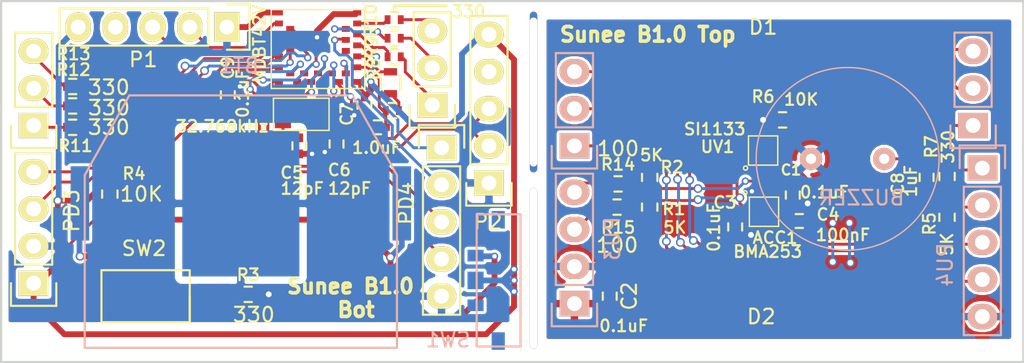
<source format=kicad_pcb>
(kicad_pcb (version 4) (host pcbnew 4.0.2+dfsg1-stable)

  (general
    (links 105)
    (no_connects 0)
    (area 91.301499 56.439999 161.301501 81.291501)
    (thickness 1.6)
    (drawings 11)
    (tracks 514)
    (zones 0)
    (modules 49)
    (nets 52)
  )

  (page A4)
  (layers
    (0 F.Cu signal)
    (31 B.Cu signal)
    (32 B.Adhes user)
    (33 F.Adhes user)
    (34 B.Paste user)
    (35 F.Paste user)
    (36 B.SilkS user)
    (37 F.SilkS user)
    (38 B.Mask user)
    (39 F.Mask user)
    (40 Dwgs.User user)
    (41 Cmts.User user)
    (42 Eco1.User user)
    (43 Eco2.User user)
    (44 Edge.Cuts user)
    (45 Margin user)
    (46 B.CrtYd user)
    (47 F.CrtYd user)
    (48 B.Fab user)
    (49 F.Fab user)
  )

  (setup
    (last_trace_width 0.2)
    (trace_clearance 0.16)
    (zone_clearance 0.2)
    (zone_45_only yes)
    (trace_min 0.2)
    (segment_width 0.2)
    (edge_width 0.15)
    (via_size 0.5)
    (via_drill 0.3)
    (via_min_size 0)
    (via_min_drill 0.3)
    (blind_buried_vias_allowed yes)
    (uvia_size 0.3)
    (uvia_drill 0.1)
    (uvias_allowed no)
    (uvia_min_size 0)
    (uvia_min_drill 0.1)
    (pcb_text_width 0.3)
    (pcb_text_size 1.5 1.5)
    (mod_edge_width 0.15)
    (mod_text_size 1 1)
    (mod_text_width 0.15)
    (pad_size 0.5 11)
    (pad_drill 0.5)
    (pad_to_mask_clearance 0.2)
    (aux_axis_origin 0 0)
    (grid_origin 158.6865 65.786)
    (visible_elements 7FFFFFFF)
    (pcbplotparams
      (layerselection 0x00030_80000001)
      (usegerberextensions false)
      (excludeedgelayer true)
      (linewidth 0.100000)
      (plotframeref false)
      (viasonmask false)
      (mode 1)
      (useauxorigin false)
      (hpglpennumber 1)
      (hpglpenspeed 20)
      (hpglpendiameter 15)
      (hpglpenoverlay 2)
      (psnegative false)
      (psa4output false)
      (plotreference true)
      (plotvalue true)
      (plotinvisibletext false)
      (padsonsilk false)
      (subtractmaskfromsilk false)
      (outputformat 1)
      (mirror false)
      (drillshape 1)
      (scaleselection 1)
      (outputdirectory ""))
  )

  (net 0 "")
  (net 1 "Net-(1.0uF1-Pad1)")
  (net 2 GND)
  (net 3 "Net-(10uH1-Pad1)")
  (net 4 "Net-(10uH1-Pad2)")
  (net 5 /sensors/SCL_UP)
  (net 6 /sensors/INT_ACC2_UP)
  (net 7 /sensors/INT_ACC1_UP)
  (net 8 /sensors/SDA_UP)
  (net 9 "Net-(BT1-Pad1)")
  (net 10 "Net-(BZ1-Pad1)")
  (net 11 "Net-(C5-Pad1)")
  (net 12 "Net-(C6-Pad1)")
  (net 13 VCC)
  (net 14 "Net-(C8-Pad1)")
  (net 15 /BLE/BLE_RESET)
  (net 16 "Net-(D1-Pad4)")
  (net 17 "Net-(D1-Pad3)")
  (net 18 "Net-(D1-Pad2)")
  (net 19 "Net-(D2-Pad4)")
  (net 20 "Net-(D2-Pad3)")
  (net 21 "Net-(D2-Pad2)")
  (net 22 /BLE/LED1)
  (net 23 /BLE/LED2)
  (net 24 /BLE/LED3)
  (net 25 /BLE/LED4)
  (net 26 /BLE/LED6)
  (net 27 /BLE/LED5)
  (net 28 "Net-(MDBT42V_1-Pad19)")
  (net 29 "Net-(MDBT42V_1-Pad17)")
  (net 30 /BLE/INT_UV)
  (net 31 /BLE/SDA)
  (net 32 /BLE/SCL)
  (net 33 "Net-(MDBT42V_1-Pad4)")
  (net 34 "Net-(MDBT42V_1-Pad2)")
  (net 35 /sensors/INT_UV_UP)
  (net 36 "Net-(R3-Pad1)")
  (net 37 "Net-(R6-Pad1)")
  (net 38 "Net-(LED[1..3]D1-Pad1)")
  (net 39 "Net-(LED[1..3]D1-Pad2)")
  (net 40 "Net-(LED[1..3]D1-Pad3)")
  (net 41 "Net-(LED[4..6]D1-Pad1)")
  (net 42 "Net-(LED[4..6]D1-Pad2)")
  (net 43 "Net-(LED[4..6]D1-Pad3)")
  (net 44 BUZZ_D)
  (net 45 BUZZ_U)
  (net 46 VCC_UP)
  (net 47 GND_UP)
  (net 48 /BLE/INT_ACC1)
  (net 49 /BLE/INT_ACC2)
  (net 50 "Net-(PU3-Pad3)")
  (net 51 "Net-(PU3-Pad4)")

  (net_class Default "This is the default net class."
    (clearance 0.16)
    (trace_width 0.2)
    (via_dia 0.5)
    (via_drill 0.3)
    (uvia_dia 0.3)
    (uvia_drill 0.1)
    (add_net /BLE/BLE_RESET)
    (add_net /BLE/INT_ACC1)
    (add_net /BLE/INT_ACC2)
    (add_net /BLE/INT_UV)
    (add_net /BLE/LED1)
    (add_net /BLE/LED2)
    (add_net /BLE/LED3)
    (add_net /BLE/LED4)
    (add_net /BLE/LED5)
    (add_net /BLE/LED6)
    (add_net /BLE/SCL)
    (add_net /BLE/SDA)
    (add_net /sensors/INT_ACC1_UP)
    (add_net /sensors/INT_ACC2_UP)
    (add_net /sensors/INT_UV_UP)
    (add_net /sensors/SCL_UP)
    (add_net /sensors/SDA_UP)
    (add_net BUZZ_D)
    (add_net BUZZ_U)
    (add_net GND_UP)
    (add_net "Net-(1.0uF1-Pad1)")
    (add_net "Net-(10uH1-Pad1)")
    (add_net "Net-(10uH1-Pad2)")
    (add_net "Net-(BZ1-Pad1)")
    (add_net "Net-(C5-Pad1)")
    (add_net "Net-(C6-Pad1)")
    (add_net "Net-(C8-Pad1)")
    (add_net "Net-(D1-Pad2)")
    (add_net "Net-(D1-Pad3)")
    (add_net "Net-(D1-Pad4)")
    (add_net "Net-(D2-Pad2)")
    (add_net "Net-(D2-Pad3)")
    (add_net "Net-(D2-Pad4)")
    (add_net "Net-(LED[1..3]D1-Pad1)")
    (add_net "Net-(LED[1..3]D1-Pad2)")
    (add_net "Net-(LED[1..3]D1-Pad3)")
    (add_net "Net-(LED[4..6]D1-Pad1)")
    (add_net "Net-(LED[4..6]D1-Pad2)")
    (add_net "Net-(LED[4..6]D1-Pad3)")
    (add_net "Net-(MDBT42V_1-Pad17)")
    (add_net "Net-(MDBT42V_1-Pad19)")
    (add_net "Net-(MDBT42V_1-Pad2)")
    (add_net "Net-(MDBT42V_1-Pad4)")
    (add_net "Net-(PU3-Pad3)")
    (add_net "Net-(PU3-Pad4)")
    (add_net "Net-(R3-Pad1)")
    (add_net "Net-(R6-Pad1)")
    (add_net VCC_UP)
  )

  (net_class POWER ""
    (clearance 0.16)
    (trace_width 0.4)
    (via_dia 0.5)
    (via_drill 0.3)
    (uvia_dia 0.3)
    (uvia_drill 0.1)
    (add_net GND)
    (add_net "Net-(BT1-Pad1)")
    (add_net VCC)
  )

  (module Resistors_SMD:R_0402 (layer F.Cu) (tedit 59C3B789) (tstamp 59B18252)
    (at 98.806 69.723 90)
    (descr "Resistor SMD 0402, reflow soldering, Vishay (see dcrcw.pdf)")
    (tags "resistor 0402")
    (path /59A43647/59A58BA4)
    (attr smd)
    (fp_text reference R4 (at 1.397 1.651 180) (layer F.SilkS)
      (effects (font (size 0.8 0.8) (thickness 0.15)))
    )
    (fp_text value 10K (at 0 2.159 360) (layer F.SilkS)
      (effects (font (size 1 1) (thickness 0.15)))
    )
    (fp_line (start -0.95 -0.65) (end 0.95 -0.65) (layer F.CrtYd) (width 0.05))
    (fp_line (start -0.95 0.65) (end 0.95 0.65) (layer F.CrtYd) (width 0.05))
    (fp_line (start -0.95 -0.65) (end -0.95 0.65) (layer F.CrtYd) (width 0.05))
    (fp_line (start 0.95 -0.65) (end 0.95 0.65) (layer F.CrtYd) (width 0.05))
    (fp_line (start 0.25 -0.525) (end -0.25 -0.525) (layer F.SilkS) (width 0.15))
    (fp_line (start -0.25 0.525) (end 0.25 0.525) (layer F.SilkS) (width 0.15))
    (pad 1 smd rect (at -0.45 0 90) (size 0.4 0.6) (layers F.Cu F.Paste F.Mask)
      (net 15 /BLE/BLE_RESET))
    (pad 2 smd rect (at 0.45 0 90) (size 0.4 0.6) (layers F.Cu F.Paste F.Mask)
      (net 13 VCC))
    (model Resistors_SMD.3dshapes/R_0402.wrl
      (at (xyz 0 0 0))
      (scale (xyz 1 1 1))
      (rotate (xyz 0 0 0))
    )
  )

  (module Capacitors_SMD:C_0402 (layer F.Cu) (tedit 59C41EF1) (tstamp 59B1811E)
    (at 141.5415 71.967 270)
    (descr "Capacitor SMD 0402, reflow soldering, AVX (see smccp.pdf)")
    (tags "capacitor 0402")
    (path /59A4369B/59A5B737)
    (attr smd)
    (fp_text reference C3 (at -1.6725 0.6985 360) (layer F.SilkS)
      (effects (font (size 0.8 0.8) (thickness 0.15)))
    )
    (fp_text value 0.1uF (at 0.042 1.4605 270) (layer F.SilkS)
      (effects (font (size 0.8 0.8) (thickness 0.15)))
    )
    (fp_line (start -1.15 -0.6) (end 1.15 -0.6) (layer F.CrtYd) (width 0.05))
    (fp_line (start -1.15 0.6) (end 1.15 0.6) (layer F.CrtYd) (width 0.05))
    (fp_line (start -1.15 -0.6) (end -1.15 0.6) (layer F.CrtYd) (width 0.05))
    (fp_line (start 1.15 -0.6) (end 1.15 0.6) (layer F.CrtYd) (width 0.05))
    (fp_line (start 0.25 -0.475) (end -0.25 -0.475) (layer F.SilkS) (width 0.15))
    (fp_line (start -0.25 0.475) (end 0.25 0.475) (layer F.SilkS) (width 0.15))
    (pad 1 smd rect (at -0.55 0 270) (size 0.6 0.5) (layers F.Cu F.Paste F.Mask)
      (net 46 VCC_UP))
    (pad 2 smd rect (at 0.55 0 270) (size 0.6 0.5) (layers F.Cu F.Paste F.Mask)
      (net 47 GND_UP))
    (model Capacitors_SMD.3dshapes/C_0402.wrl
      (at (xyz 0 0 0))
      (scale (xyz 1 1 1))
      (rotate (xyz 0 0 0))
    )
  )

  (module PS1240P02CT3:PS1240P02 (layer B.Cu) (tedit 59C3B949) (tstamp 59B180FA)
    (at 149.225 67.31 180)
    (path /59A5D52C/59A5F9D2)
    (fp_text reference BZ1 (at -0.1 -8 180) (layer B.SilkS) hide
      (effects (font (size 1 1) (thickness 0.15)) (justify mirror))
    )
    (fp_text value BUZZER (at -0.9525 -2.667 180) (layer B.SilkS)
      (effects (font (size 1 1) (thickness 0.15)) (justify mirror))
    )
    (fp_circle (center 0 0) (end 6.25 0) (layer B.SilkS) (width 0.1))
    (pad 2 thru_hole circle (at 2.5 0 180) (size 1.524 1.524) (drill 0.7) (layers *.Cu *.Mask B.SilkS)
      (net 47 GND_UP))
    (pad 1 thru_hole circle (at -2.5 0 180) (size 1.524 1.524) (drill 0.7) (layers *.Cu *.Mask B.SilkS)
      (net 10 "Net-(BZ1-Pad1)"))
  )

  (module Socket_Strips:Socket_Strip_Straight_1x03 (layer F.Cu) (tedit 59C3B672) (tstamp 59B1C3D4)
    (at 93.599 65.024 90)
    (descr "Through hole socket strip")
    (tags "socket strip")
    (path /59A5D52C/59B19E9F)
    (fp_text reference LED[4..6]D1 (at 0 -3.81 90) (layer F.SilkS) hide
      (effects (font (size 1 1) (thickness 0.15)))
    )
    (fp_text value CONN_01X03 (at 0 -3.1 90) (layer F.Fab) hide
      (effects (font (size 1 1) (thickness 0.15)))
    )
    (fp_line (start 0 -1.55) (end -1.55 -1.55) (layer F.SilkS) (width 0.15))
    (fp_line (start -1.55 -1.55) (end -1.55 1.55) (layer F.SilkS) (width 0.15))
    (fp_line (start -1.55 1.55) (end 0 1.55) (layer F.SilkS) (width 0.15))
    (fp_line (start -1.75 -1.75) (end -1.75 1.75) (layer F.CrtYd) (width 0.05))
    (fp_line (start 6.85 -1.75) (end 6.85 1.75) (layer F.CrtYd) (width 0.05))
    (fp_line (start -1.75 -1.75) (end 6.85 -1.75) (layer F.CrtYd) (width 0.05))
    (fp_line (start -1.75 1.75) (end 6.85 1.75) (layer F.CrtYd) (width 0.05))
    (fp_line (start 1.27 -1.27) (end 6.35 -1.27) (layer F.SilkS) (width 0.15))
    (fp_line (start 6.35 -1.27) (end 6.35 1.27) (layer F.SilkS) (width 0.15))
    (fp_line (start 6.35 1.27) (end 1.27 1.27) (layer F.SilkS) (width 0.15))
    (fp_line (start 1.27 1.27) (end 1.27 -1.27) (layer F.SilkS) (width 0.15))
    (pad 1 thru_hole rect (at 0 0 90) (size 1.7272 2.032) (drill 1.016) (layers *.Cu *.Mask F.SilkS)
      (net 41 "Net-(LED[4..6]D1-Pad1)"))
    (pad 2 thru_hole oval (at 2.54 0 90) (size 1.7272 2.032) (drill 1.016) (layers *.Cu *.Mask F.SilkS)
      (net 42 "Net-(LED[4..6]D1-Pad2)"))
    (pad 3 thru_hole oval (at 5.08 0 90) (size 1.7272 2.032) (drill 1.016) (layers *.Cu *.Mask F.SilkS)
      (net 43 "Net-(LED[4..6]D1-Pad3)"))
    (model Socket_Strips.3dshapes/Socket_Strip_Straight_1x03.wrl
      (at (xyz 0.1 0 0))
      (scale (xyz 1 1 1))
      (rotate (xyz 0 0 180))
    )
  )

  (module Socket_Strips:Socket_Strip_Straight_1x04 (layer F.Cu) (tedit 59C3B66F) (tstamp 59B1C3F9)
    (at 93.599 75.819 90)
    (descr "Through hole socket strip")
    (tags "socket strip")
    (path /59A4369B/59B077DC)
    (fp_text reference PD3 (at 4.953 2.6035 270) (layer F.SilkS)
      (effects (font (size 1 1) (thickness 0.15)))
    )
    (fp_text value CONN_01X04 (at 0.127 -4.445 90) (layer F.Fab) hide
      (effects (font (size 1 1) (thickness 0.15)))
    )
    (fp_line (start -1.75 -1.75) (end -1.75 1.75) (layer F.CrtYd) (width 0.05))
    (fp_line (start 9.4 -1.75) (end 9.4 1.75) (layer F.CrtYd) (width 0.05))
    (fp_line (start -1.75 -1.75) (end 9.4 -1.75) (layer F.CrtYd) (width 0.05))
    (fp_line (start -1.75 1.75) (end 9.4 1.75) (layer F.CrtYd) (width 0.05))
    (fp_line (start 1.27 -1.27) (end 8.89 -1.27) (layer F.SilkS) (width 0.15))
    (fp_line (start 1.27 1.27) (end 8.89 1.27) (layer F.SilkS) (width 0.15))
    (fp_line (start -1.55 1.55) (end 0 1.55) (layer F.SilkS) (width 0.15))
    (fp_line (start 8.89 -1.27) (end 8.89 1.27) (layer F.SilkS) (width 0.15))
    (fp_line (start 1.27 1.27) (end 1.27 -1.27) (layer F.SilkS) (width 0.15))
    (fp_line (start 0 -1.55) (end -1.55 -1.55) (layer F.SilkS) (width 0.15))
    (fp_line (start -1.55 -1.55) (end -1.55 1.55) (layer F.SilkS) (width 0.15))
    (pad 1 thru_hole rect (at 0 0 90) (size 1.7272 2.032) (drill 1.016) (layers *.Cu *.Mask F.SilkS)
      (net 13 VCC))
    (pad 2 thru_hole oval (at 2.54 0 90) (size 1.7272 2.032) (drill 1.016) (layers *.Cu *.Mask F.SilkS)
      (net 2 GND))
    (pad 3 thru_hole oval (at 5.08 0 90) (size 1.7272 2.032) (drill 1.016) (layers *.Cu *.Mask F.SilkS)
      (net 31 /BLE/SDA))
    (pad 4 thru_hole oval (at 7.62 0 90) (size 1.7272 2.032) (drill 1.016) (layers *.Cu *.Mask F.SilkS)
      (net 32 /BLE/SCL))
    (model Socket_Strips.3dshapes/Socket_Strip_Straight_1x04.wrl
      (at (xyz 0.15 0 0))
      (scale (xyz 1 1 1))
      (rotate (xyz 0 0 180))
    )
  )

  (module Capacitors_SMD:C_0402 (layer F.Cu) (tedit 59C3BFC0) (tstamp 59B180B7)
    (at 117.094 65.151 180)
    (descr "Capacitor SMD 0402, reflow soldering, AVX (see smccp.pdf)")
    (tags "capacitor 0402")
    (path /59A43647/59A57061)
    (attr smd)
    (fp_text reference 1.0uF (at 0.0635 -1.397 180) (layer F.SilkS)
      (effects (font (size 0.8 0.8) (thickness 0.15)))
    )
    (fp_text value C_Small (at 0 1.7 180) (layer F.Fab) hide
      (effects (font (size 1 1) (thickness 0.15)))
    )
    (fp_line (start -1.15 -0.6) (end 1.15 -0.6) (layer F.CrtYd) (width 0.05))
    (fp_line (start -1.15 0.6) (end 1.15 0.6) (layer F.CrtYd) (width 0.05))
    (fp_line (start -1.15 -0.6) (end -1.15 0.6) (layer F.CrtYd) (width 0.05))
    (fp_line (start 1.15 -0.6) (end 1.15 0.6) (layer F.CrtYd) (width 0.05))
    (fp_line (start 0.25 -0.475) (end -0.25 -0.475) (layer F.SilkS) (width 0.15))
    (fp_line (start -0.25 0.475) (end 0.25 0.475) (layer F.SilkS) (width 0.15))
    (pad 1 smd rect (at -0.55 0 180) (size 0.6 0.5) (layers F.Cu F.Paste F.Mask)
      (net 1 "Net-(1.0uF1-Pad1)"))
    (pad 2 smd rect (at 0.55 0 180) (size 0.6 0.5) (layers F.Cu F.Paste F.Mask)
      (net 2 GND))
    (model Capacitors_SMD.3dshapes/C_0402.wrl
      (at (xyz 0 0 0))
      (scale (xyz 1 1 1))
      (rotate (xyz 0 0 0))
    )
  )

  (module Resistors_SMD:R_0603 (layer F.Cu) (tedit 59C3BF3D) (tstamp 59B180C3)
    (at 117.983 62.103 270)
    (descr "Resistor SMD 0603, reflow soldering, Vishay (see dcrcw.pdf)")
    (tags "resistor 0603")
    (path /59A43647/59A56F50)
    (attr smd)
    (fp_text reference 10uH1 (at 0 -1.9 270) (layer F.SilkS) hide
      (effects (font (size 1 1) (thickness 0.15)))
    )
    (fp_text value L_Small (at 0 1.9 270) (layer F.Fab) hide
      (effects (font (size 1 1) (thickness 0.15)))
    )
    (fp_line (start -1.3 -0.8) (end 1.3 -0.8) (layer F.CrtYd) (width 0.05))
    (fp_line (start -1.3 0.8) (end 1.3 0.8) (layer F.CrtYd) (width 0.05))
    (fp_line (start -1.3 -0.8) (end -1.3 0.8) (layer F.CrtYd) (width 0.05))
    (fp_line (start 1.3 -0.8) (end 1.3 0.8) (layer F.CrtYd) (width 0.05))
    (fp_line (start 0.5 0.675) (end -0.5 0.675) (layer F.SilkS) (width 0.15))
    (fp_line (start -0.5 -0.675) (end 0.5 -0.675) (layer F.SilkS) (width 0.15))
    (pad 1 smd rect (at -0.75 0 270) (size 0.5 0.9) (layers F.Cu F.Paste F.Mask)
      (net 3 "Net-(10uH1-Pad1)"))
    (pad 2 smd rect (at 0.75 0 270) (size 0.5 0.9) (layers F.Cu F.Paste F.Mask)
      (net 4 "Net-(10uH1-Pad2)"))
    (model Resistors_SMD.3dshapes/R_0603.wrl
      (at (xyz 0 0 0))
      (scale (xyz 1 1 1))
      (rotate (xyz 0 0 0))
    )
  )

  (module Resistors_SMD:R_0402 (layer F.Cu) (tedit 59C3BF52) (tstamp 59B180CF)
    (at 118.11 64.008 180)
    (descr "Resistor SMD 0402, reflow soldering, Vishay (see dcrcw.pdf)")
    (tags "resistor 0402")
    (path /59A43647/59A56FB5)
    (attr smd)
    (fp_text reference 15nH1 (at 0 -1.8 180) (layer F.SilkS) hide
      (effects (font (size 1 1) (thickness 0.15)))
    )
    (fp_text value L_Small (at 0 1.8 180) (layer F.Fab) hide
      (effects (font (size 1 1) (thickness 0.15)))
    )
    (fp_line (start -0.95 -0.65) (end 0.95 -0.65) (layer F.CrtYd) (width 0.05))
    (fp_line (start -0.95 0.65) (end 0.95 0.65) (layer F.CrtYd) (width 0.05))
    (fp_line (start -0.95 -0.65) (end -0.95 0.65) (layer F.CrtYd) (width 0.05))
    (fp_line (start 0.95 -0.65) (end 0.95 0.65) (layer F.CrtYd) (width 0.05))
    (fp_line (start 0.25 -0.525) (end -0.25 -0.525) (layer F.SilkS) (width 0.15))
    (fp_line (start -0.25 0.525) (end 0.25 0.525) (layer F.SilkS) (width 0.15))
    (pad 1 smd rect (at -0.45 0 180) (size 0.4 0.6) (layers F.Cu F.Paste F.Mask)
      (net 4 "Net-(10uH1-Pad2)"))
    (pad 2 smd rect (at 0.45 0 180) (size 0.4 0.6) (layers F.Cu F.Paste F.Mask)
      (net 1 "Net-(1.0uF1-Pad1)"))
    (model Resistors_SMD.3dshapes/R_0402.wrl
      (at (xyz 0 0 0))
      (scale (xyz 1 1 1))
      (rotate (xyz 0 0 0))
    )
  )

  (module BMA250E:BMA250E (layer F.Cu) (tedit 59C41F6D) (tstamp 59B180E4)
    (at 143.51 70.9295)
    (path /59A4369B/59A5A90C)
    (fp_text reference ACC1 (at 0.762 1.778) (layer F.SilkS)
      (effects (font (size 0.8 0.8) (thickness 0.15)))
    )
    (fp_text value BMA253 (at 0.254 2.7305) (layer F.SilkS)
      (effects (font (size 0.8 0.8) (thickness 0.15)))
    )
    (fp_circle (center -1.3 -1.3) (end -1.2 -1.4) (layer F.SilkS) (width 0.1))
    (fp_line (start 1 -1) (end 1 1) (layer F.SilkS) (width 0.1))
    (fp_line (start 1 1) (end -1 1) (layer F.SilkS) (width 0.1))
    (fp_line (start -1 1) (end -1 -1) (layer F.SilkS) (width 0.1))
    (fp_line (start -1 -1) (end 1 -1) (layer F.SilkS) (width 0.1))
    (pad 11 smd rect (at 0.25 -0.815) (size 0.28 0.41) (layers F.Cu F.Paste F.Mask)
      (net 46 VCC_UP))
    (pad 12 smd rect (at -0.25 -0.815) (size 0.28 0.41) (layers F.Cu F.Paste F.Mask)
      (net 5 /sensors/SCL_UP))
    (pad 6 smd rect (at 0.25 0.815) (size 0.28 0.41) (layers F.Cu F.Paste F.Mask)
      (net 6 /sensors/INT_ACC2_UP))
    (pad 5 smd rect (at -0.25 0.815) (size 0.28 0.41) (layers F.Cu F.Paste F.Mask)
      (net 7 /sensors/INT_ACC1_UP))
    (pad 1 smd rect (at -0.815 -0.75) (size 0.41 0.28) (layers F.Cu F.Paste F.Mask)
      (net 47 GND_UP))
    (pad 2 smd rect (at -0.815 -0.25) (size 0.41 0.28) (layers F.Cu F.Paste F.Mask)
      (net 8 /sensors/SDA_UP))
    (pad 3 smd rect (at -0.815 0.25) (size 0.41 0.28) (layers F.Cu F.Paste F.Mask)
      (net 46 VCC_UP))
    (pad 4 smd rect (at -0.815 0.75) (size 0.41 0.28) (layers F.Cu F.Paste F.Mask)
      (net 47 GND_UP))
    (pad 7 smd rect (at 0.815 0.75) (size 0.41 0.28) (layers F.Cu F.Paste F.Mask)
      (net 46 VCC_UP))
    (pad 8 smd rect (at 0.815 0.25) (size 0.41 0.28) (layers F.Cu F.Paste F.Mask)
      (net 47 GND_UP))
    (pad 9 smd rect (at 0.815 -0.25) (size 0.41 0.28) (layers F.Cu F.Paste F.Mask)
      (net 47 GND_UP))
    (pad 10 smd rect (at 0.815 -0.75) (size 0.41 0.28) (layers F.Cu F.Paste F.Mask))
  )

  (module Capacitors_SMD:C_0402 (layer F.Cu) (tedit 59C3B9D0) (tstamp 59B18106)
    (at 145.4785 69.7865 270)
    (descr "Capacitor SMD 0402, reflow soldering, AVX (see smccp.pdf)")
    (tags "capacitor 0402")
    (path /59A4369B/59A58AFA)
    (attr smd)
    (fp_text reference C1 (at -1.7145 0.127 540) (layer F.SilkS)
      (effects (font (size 0.7 0.7) (thickness 0.15)))
    )
    (fp_text value 0.1uF (at -0.1905 -2.159 360) (layer F.SilkS)
      (effects (font (size 0.8 0.8) (thickness 0.15)))
    )
    (fp_line (start -1.15 -0.6) (end 1.15 -0.6) (layer F.CrtYd) (width 0.05))
    (fp_line (start -1.15 0.6) (end 1.15 0.6) (layer F.CrtYd) (width 0.05))
    (fp_line (start -1.15 -0.6) (end -1.15 0.6) (layer F.CrtYd) (width 0.05))
    (fp_line (start 1.15 -0.6) (end 1.15 0.6) (layer F.CrtYd) (width 0.05))
    (fp_line (start 0.25 -0.475) (end -0.25 -0.475) (layer F.SilkS) (width 0.15))
    (fp_line (start -0.25 0.475) (end 0.25 0.475) (layer F.SilkS) (width 0.15))
    (pad 1 smd rect (at -0.55 0 270) (size 0.6 0.5) (layers F.Cu F.Paste F.Mask)
      (net 46 VCC_UP))
    (pad 2 smd rect (at 0.55 0 270) (size 0.6 0.5) (layers F.Cu F.Paste F.Mask)
      (net 47 GND_UP))
    (model Capacitors_SMD.3dshapes/C_0402.wrl
      (at (xyz 0 0 0))
      (scale (xyz 1 1 1))
      (rotate (xyz 0 0 0))
    )
  )

  (module Capacitors_SMD:C_0402 (layer F.Cu) (tedit 59C3B8B1) (tstamp 59B18112)
    (at 132.969 76.708 90)
    (descr "Capacitor SMD 0402, reflow soldering, AVX (see smccp.pdf)")
    (tags "capacitor 0402")
    (path /59A4369B/59A6BF87)
    (attr smd)
    (fp_text reference C2 (at 0 1.3335 90) (layer F.SilkS)
      (effects (font (size 1 1) (thickness 0.15)))
    )
    (fp_text value 0.1uF (at -2.032 0.9525 180) (layer F.SilkS)
      (effects (font (size 0.8 0.8) (thickness 0.15)))
    )
    (fp_line (start -1.15 -0.6) (end 1.15 -0.6) (layer F.CrtYd) (width 0.05))
    (fp_line (start -1.15 0.6) (end 1.15 0.6) (layer F.CrtYd) (width 0.05))
    (fp_line (start -1.15 -0.6) (end -1.15 0.6) (layer F.CrtYd) (width 0.05))
    (fp_line (start 1.15 -0.6) (end 1.15 0.6) (layer F.CrtYd) (width 0.05))
    (fp_line (start 0.25 -0.475) (end -0.25 -0.475) (layer F.SilkS) (width 0.15))
    (fp_line (start -0.25 0.475) (end 0.25 0.475) (layer F.SilkS) (width 0.15))
    (pad 1 smd rect (at -0.55 0 90) (size 0.6 0.5) (layers F.Cu F.Paste F.Mask)
      (net 46 VCC_UP))
    (pad 2 smd rect (at 0.55 0 90) (size 0.6 0.5) (layers F.Cu F.Paste F.Mask)
      (net 47 GND_UP))
    (model Capacitors_SMD.3dshapes/C_0402.wrl
      (at (xyz 0 0 0))
      (scale (xyz 1 1 1))
      (rotate (xyz 0 0 0))
    )
  )

  (module Capacitors_SMD:C_0402 (layer F.Cu) (tedit 59C41E1A) (tstamp 59B1812A)
    (at 145.923 71.5645)
    (descr "Capacitor SMD 0402, reflow soldering, AVX (see smccp.pdf)")
    (tags "capacitor 0402")
    (path /59A4369B/59A5D521)
    (attr smd)
    (fp_text reference C4 (at 1.9685 -0.4445) (layer F.SilkS)
      (effects (font (size 0.8 0.8) (thickness 0.15)))
    )
    (fp_text value 100nF (at 2.9845 0.9525) (layer F.SilkS)
      (effects (font (size 0.8 0.8) (thickness 0.15)))
    )
    (fp_line (start -1.15 -0.6) (end 1.15 -0.6) (layer F.CrtYd) (width 0.05))
    (fp_line (start -1.15 0.6) (end 1.15 0.6) (layer F.CrtYd) (width 0.05))
    (fp_line (start -1.15 -0.6) (end -1.15 0.6) (layer F.CrtYd) (width 0.05))
    (fp_line (start 1.15 -0.6) (end 1.15 0.6) (layer F.CrtYd) (width 0.05))
    (fp_line (start 0.25 -0.475) (end -0.25 -0.475) (layer F.SilkS) (width 0.15))
    (fp_line (start -0.25 0.475) (end 0.25 0.475) (layer F.SilkS) (width 0.15))
    (pad 1 smd rect (at -0.55 0) (size 0.6 0.5) (layers F.Cu F.Paste F.Mask)
      (net 46 VCC_UP))
    (pad 2 smd rect (at 0.55 0) (size 0.6 0.5) (layers F.Cu F.Paste F.Mask)
      (net 47 GND_UP))
    (model Capacitors_SMD.3dshapes/C_0402.wrl
      (at (xyz 0 0 0))
      (scale (xyz 1 1 1))
      (rotate (xyz 0 0 0))
    )
  )

  (module Capacitors_SMD:C_0402 (layer F.Cu) (tedit 59C3BF0D) (tstamp 59B18136)
    (at 111.76 66.421 270)
    (descr "Capacitor SMD 0402, reflow soldering, AVX (see smccp.pdf)")
    (tags "capacitor 0402")
    (path /59A43647/59A6B727)
    (attr smd)
    (fp_text reference C5 (at 1.8415 0.508 360) (layer F.SilkS)
      (effects (font (size 0.8 0.8) (thickness 0.15)))
    )
    (fp_text value 12pF (at 2.921 -0.1905 360) (layer F.SilkS)
      (effects (font (size 0.8 0.8) (thickness 0.15)))
    )
    (fp_line (start -1.15 -0.6) (end 1.15 -0.6) (layer F.CrtYd) (width 0.05))
    (fp_line (start -1.15 0.6) (end 1.15 0.6) (layer F.CrtYd) (width 0.05))
    (fp_line (start -1.15 -0.6) (end -1.15 0.6) (layer F.CrtYd) (width 0.05))
    (fp_line (start 1.15 -0.6) (end 1.15 0.6) (layer F.CrtYd) (width 0.05))
    (fp_line (start 0.25 -0.475) (end -0.25 -0.475) (layer F.SilkS) (width 0.15))
    (fp_line (start -0.25 0.475) (end 0.25 0.475) (layer F.SilkS) (width 0.15))
    (pad 1 smd rect (at -0.55 0 270) (size 0.6 0.5) (layers F.Cu F.Paste F.Mask)
      (net 11 "Net-(C5-Pad1)"))
    (pad 2 smd rect (at 0.55 0 270) (size 0.6 0.5) (layers F.Cu F.Paste F.Mask)
      (net 2 GND))
    (model Capacitors_SMD.3dshapes/C_0402.wrl
      (at (xyz 0 0 0))
      (scale (xyz 1 1 1))
      (rotate (xyz 0 0 0))
    )
  )

  (module Capacitors_SMD:C_0402 (layer F.Cu) (tedit 59C3BF1D) (tstamp 59B18142)
    (at 114.3 66.294 270)
    (descr "Capacitor SMD 0402, reflow soldering, AVX (see smccp.pdf)")
    (tags "capacitor 0402")
    (path /59A43647/59A6B778)
    (attr smd)
    (fp_text reference C6 (at 1.778 -0.1905 360) (layer F.SilkS)
      (effects (font (size 0.8 0.8) (thickness 0.15)))
    )
    (fp_text value 12pF (at 3.048 -0.889 360) (layer F.SilkS)
      (effects (font (size 0.8 0.8) (thickness 0.15)))
    )
    (fp_line (start -1.15 -0.6) (end 1.15 -0.6) (layer F.CrtYd) (width 0.05))
    (fp_line (start -1.15 0.6) (end 1.15 0.6) (layer F.CrtYd) (width 0.05))
    (fp_line (start -1.15 -0.6) (end -1.15 0.6) (layer F.CrtYd) (width 0.05))
    (fp_line (start 1.15 -0.6) (end 1.15 0.6) (layer F.CrtYd) (width 0.05))
    (fp_line (start 0.25 -0.475) (end -0.25 -0.475) (layer F.SilkS) (width 0.15))
    (fp_line (start -0.25 0.475) (end 0.25 0.475) (layer F.SilkS) (width 0.15))
    (pad 1 smd rect (at -0.55 0 270) (size 0.6 0.5) (layers F.Cu F.Paste F.Mask)
      (net 12 "Net-(C6-Pad1)"))
    (pad 2 smd rect (at 0.55 0 270) (size 0.6 0.5) (layers F.Cu F.Paste F.Mask)
      (net 2 GND))
    (model Capacitors_SMD.3dshapes/C_0402.wrl
      (at (xyz 0 0 0))
      (scale (xyz 1 1 1))
      (rotate (xyz 0 0 0))
    )
  )

  (module Capacitors_SMD:C_0402 (layer F.Cu) (tedit 59C41E34) (tstamp 59B1814E)
    (at 116.205 63.627 270)
    (descr "Capacitor SMD 0402, reflow soldering, AVX (see smccp.pdf)")
    (tags "capacitor 0402")
    (path /59A43647/59A69C81)
    (attr smd)
    (fp_text reference C7 (at 0.635 1.2065 270) (layer F.SilkS)
      (effects (font (size 0.8 0.8) (thickness 0.15)))
    )
    (fp_text value 0.1uF (at 0 1.7 270) (layer F.Fab) hide
      (effects (font (size 1 1) (thickness 0.15)))
    )
    (fp_line (start -1.15 -0.6) (end 1.15 -0.6) (layer F.CrtYd) (width 0.05))
    (fp_line (start -1.15 0.6) (end 1.15 0.6) (layer F.CrtYd) (width 0.05))
    (fp_line (start -1.15 -0.6) (end -1.15 0.6) (layer F.CrtYd) (width 0.05))
    (fp_line (start 1.15 -0.6) (end 1.15 0.6) (layer F.CrtYd) (width 0.05))
    (fp_line (start 0.25 -0.475) (end -0.25 -0.475) (layer F.SilkS) (width 0.15))
    (fp_line (start -0.25 0.475) (end 0.25 0.475) (layer F.SilkS) (width 0.15))
    (pad 1 smd rect (at -0.55 0 270) (size 0.6 0.5) (layers F.Cu F.Paste F.Mask)
      (net 13 VCC))
    (pad 2 smd rect (at 0.55 0 270) (size 0.6 0.5) (layers F.Cu F.Paste F.Mask)
      (net 2 GND))
    (model Capacitors_SMD.3dshapes/C_0402.wrl
      (at (xyz 0 0 0))
      (scale (xyz 1 1 1))
      (rotate (xyz 0 0 0))
    )
  )

  (module Capacitors_SMD:C_0402 (layer F.Cu) (tedit 59C41F5F) (tstamp 59B1815A)
    (at 154.6225 68.58 90)
    (descr "Capacitor SMD 0402, reflow soldering, AVX (see smccp.pdf)")
    (tags "capacitor 0402")
    (path /59A5D52C/59A84B40)
    (attr smd)
    (fp_text reference C8 (at -0.4445 -1.9685 90) (layer F.SilkS)
      (effects (font (size 0.8 0.8) (thickness 0.15)))
    )
    (fp_text value 1uF (at -0.254 -1.0795 90) (layer F.SilkS)
      (effects (font (size 0.8 0.8) (thickness 0.15)))
    )
    (fp_line (start -1.15 -0.6) (end 1.15 -0.6) (layer F.CrtYd) (width 0.05))
    (fp_line (start -1.15 0.6) (end 1.15 0.6) (layer F.CrtYd) (width 0.05))
    (fp_line (start -1.15 -0.6) (end -1.15 0.6) (layer F.CrtYd) (width 0.05))
    (fp_line (start 1.15 -0.6) (end 1.15 0.6) (layer F.CrtYd) (width 0.05))
    (fp_line (start 0.25 -0.475) (end -0.25 -0.475) (layer F.SilkS) (width 0.15))
    (fp_line (start -0.25 0.475) (end 0.25 0.475) (layer F.SilkS) (width 0.15))
    (pad 1 smd rect (at -0.55 0 90) (size 0.6 0.5) (layers F.Cu F.Paste F.Mask)
      (net 14 "Net-(C8-Pad1)"))
    (pad 2 smd rect (at 0.55 0 90) (size 0.6 0.5) (layers F.Cu F.Paste F.Mask)
      (net 10 "Net-(BZ1-Pad1)"))
    (model Capacitors_SMD.3dshapes/C_0402.wrl
      (at (xyz 0 0 0))
      (scale (xyz 1 1 1))
      (rotate (xyz 0 0 0))
    )
  )

  (module Capacitors_SMD:C_0402 (layer F.Cu) (tedit 59C3B7B0) (tstamp 59B18166)
    (at 106.8705 62.9285 270)
    (descr "Capacitor SMD 0402, reflow soldering, AVX (see smccp.pdf)")
    (tags "capacitor 0402")
    (path /59A43647/59B1A58E)
    (attr smd)
    (fp_text reference C9 (at -1.8415 0 270) (layer F.SilkS)
      (effects (font (size 0.8 0.8) (thickness 0.15)))
    )
    (fp_text value 0.1uF (at -0.085 -1.016 270) (layer F.SilkS)
      (effects (font (size 0.8 0.8) (thickness 0.15)))
    )
    (fp_line (start -1.15 -0.6) (end 1.15 -0.6) (layer F.CrtYd) (width 0.05))
    (fp_line (start -1.15 0.6) (end 1.15 0.6) (layer F.CrtYd) (width 0.05))
    (fp_line (start -1.15 -0.6) (end -1.15 0.6) (layer F.CrtYd) (width 0.05))
    (fp_line (start 1.15 -0.6) (end 1.15 0.6) (layer F.CrtYd) (width 0.05))
    (fp_line (start 0.25 -0.475) (end -0.25 -0.475) (layer F.SilkS) (width 0.15))
    (fp_line (start -0.25 0.475) (end 0.25 0.475) (layer F.SilkS) (width 0.15))
    (pad 1 smd rect (at -0.55 0 270) (size 0.6 0.5) (layers F.Cu F.Paste F.Mask)
      (net 15 /BLE/BLE_RESET))
    (pad 2 smd rect (at 0.55 0 270) (size 0.6 0.5) (layers F.Cu F.Paste F.Mask)
      (net 2 GND))
    (model Capacitors_SMD.3dshapes/C_0402.wrl
      (at (xyz 0 0 0))
      (scale (xyz 1 1 1))
      (rotate (xyz 0 0 0))
    )
  )

  (module Socket_Strips:Socket_Strip_Straight_1x05 (layer F.Cu) (tedit 59C3B780) (tstamp 59B181C2)
    (at 106.807 58.293 180)
    (descr "Through hole socket strip")
    (tags "socket strip")
    (path /59A43647/59B1DD34)
    (fp_text reference P1 (at 5.715 -2.2225 180) (layer F.SilkS)
      (effects (font (size 1 1) (thickness 0.15)))
    )
    (fp_text value CONN_01X05 (at 0 -3.1 180) (layer F.Fab) hide
      (effects (font (size 1 1) (thickness 0.15)))
    )
    (fp_line (start -1.75 -1.75) (end -1.75 1.75) (layer F.CrtYd) (width 0.05))
    (fp_line (start 11.95 -1.75) (end 11.95 1.75) (layer F.CrtYd) (width 0.05))
    (fp_line (start -1.75 -1.75) (end 11.95 -1.75) (layer F.CrtYd) (width 0.05))
    (fp_line (start -1.75 1.75) (end 11.95 1.75) (layer F.CrtYd) (width 0.05))
    (fp_line (start 1.27 1.27) (end 11.43 1.27) (layer F.SilkS) (width 0.15))
    (fp_line (start 11.43 1.27) (end 11.43 -1.27) (layer F.SilkS) (width 0.15))
    (fp_line (start 11.43 -1.27) (end 1.27 -1.27) (layer F.SilkS) (width 0.15))
    (fp_line (start -1.55 1.55) (end 0 1.55) (layer F.SilkS) (width 0.15))
    (fp_line (start 1.27 1.27) (end 1.27 -1.27) (layer F.SilkS) (width 0.15))
    (fp_line (start 0 -1.55) (end -1.55 -1.55) (layer F.SilkS) (width 0.15))
    (fp_line (start -1.55 -1.55) (end -1.55 1.55) (layer F.SilkS) (width 0.15))
    (pad 1 thru_hole rect (at 0 0 180) (size 1.7272 2.032) (drill 1.016) (layers *.Cu *.Mask F.SilkS)
      (net 2 GND))
    (pad 2 thru_hole oval (at 2.54 0 180) (size 1.7272 2.032) (drill 1.016) (layers *.Cu *.Mask F.SilkS)
      (net 34 "Net-(MDBT42V_1-Pad2)"))
    (pad 3 thru_hole oval (at 5.08 0 180) (size 1.7272 2.032) (drill 1.016) (layers *.Cu *.Mask F.SilkS)
      (net 33 "Net-(MDBT42V_1-Pad4)"))
    (pad 4 thru_hole oval (at 7.62 0 180) (size 1.7272 2.032) (drill 1.016) (layers *.Cu *.Mask F.SilkS))
    (pad 5 thru_hole oval (at 10.16 0 180) (size 1.7272 2.032) (drill 1.016) (layers *.Cu *.Mask F.SilkS)
      (net 13 VCC))
    (model Socket_Strips.3dshapes/Socket_Strip_Straight_1x05.wrl
      (at (xyz 0.2 0 0))
      (scale (xyz 1 1 1))
      (rotate (xyz 0 0 180))
    )
  )

  (module Socket_Strips:Socket_Strip_Straight_1x05 (layer F.Cu) (tedit 59C3BF58) (tstamp 59B181D6)
    (at 124.714 68.961 90)
    (descr "Through hole socket strip")
    (tags "socket strip")
    (path /59A43647/59B1E1D3)
    (fp_text reference P2 (at -2.667 -0.0635 180) (layer F.SilkS)
      (effects (font (size 1 1) (thickness 0.15)))
    )
    (fp_text value CONN_01X05 (at 0 -3.1 90) (layer F.Fab) hide
      (effects (font (size 1 1) (thickness 0.15)))
    )
    (fp_line (start -1.75 -1.75) (end -1.75 1.75) (layer F.CrtYd) (width 0.05))
    (fp_line (start 11.95 -1.75) (end 11.95 1.75) (layer F.CrtYd) (width 0.05))
    (fp_line (start -1.75 -1.75) (end 11.95 -1.75) (layer F.CrtYd) (width 0.05))
    (fp_line (start -1.75 1.75) (end 11.95 1.75) (layer F.CrtYd) (width 0.05))
    (fp_line (start 1.27 1.27) (end 11.43 1.27) (layer F.SilkS) (width 0.15))
    (fp_line (start 11.43 1.27) (end 11.43 -1.27) (layer F.SilkS) (width 0.15))
    (fp_line (start 11.43 -1.27) (end 1.27 -1.27) (layer F.SilkS) (width 0.15))
    (fp_line (start -1.55 1.55) (end 0 1.55) (layer F.SilkS) (width 0.15))
    (fp_line (start 1.27 1.27) (end 1.27 -1.27) (layer F.SilkS) (width 0.15))
    (fp_line (start 0 -1.55) (end -1.55 -1.55) (layer F.SilkS) (width 0.15))
    (fp_line (start -1.55 -1.55) (end -1.55 1.55) (layer F.SilkS) (width 0.15))
    (pad 1 thru_hole rect (at 0 0 90) (size 1.7272 2.032) (drill 1.016) (layers *.Cu *.Mask F.SilkS)
      (net 2 GND))
    (pad 2 thru_hole oval (at 2.54 0 90) (size 1.7272 2.032) (drill 1.016) (layers *.Cu *.Mask F.SilkS)
      (net 29 "Net-(MDBT42V_1-Pad17)"))
    (pad 3 thru_hole oval (at 5.08 0 90) (size 1.7272 2.032) (drill 1.016) (layers *.Cu *.Mask F.SilkS)
      (net 28 "Net-(MDBT42V_1-Pad19)"))
    (pad 4 thru_hole oval (at 7.62 0 90) (size 1.7272 2.032) (drill 1.016) (layers *.Cu *.Mask F.SilkS))
    (pad 5 thru_hole oval (at 10.16 0 90) (size 1.7272 2.032) (drill 1.016) (layers *.Cu *.Mask F.SilkS)
      (net 13 VCC))
    (model Socket_Strips.3dshapes/Socket_Strip_Straight_1x05.wrl
      (at (xyz 0.2 0 0))
      (scale (xyz 1 1 1))
      (rotate (xyz 0 0 180))
    )
  )

  (module Resistors_SMD:R_0402 (layer F.Cu) (tedit 59C41E22) (tstamp 59B1822E)
    (at 135.6995 70.612 90)
    (descr "Resistor SMD 0402, reflow soldering, Vishay (see dcrcw.pdf)")
    (tags "resistor 0402")
    (path /59A4369B/59A7FC01)
    (attr smd)
    (fp_text reference R1 (at -0.127 1.651 180) (layer F.SilkS)
      (effects (font (size 0.8 0.8) (thickness 0.15)))
    )
    (fp_text value 5K (at -1.397 1.7145 180) (layer F.SilkS)
      (effects (font (size 0.8 0.8) (thickness 0.15)))
    )
    (fp_line (start -0.95 -0.65) (end 0.95 -0.65) (layer F.CrtYd) (width 0.05))
    (fp_line (start -0.95 0.65) (end 0.95 0.65) (layer F.CrtYd) (width 0.05))
    (fp_line (start -0.95 -0.65) (end -0.95 0.65) (layer F.CrtYd) (width 0.05))
    (fp_line (start 0.95 -0.65) (end 0.95 0.65) (layer F.CrtYd) (width 0.05))
    (fp_line (start 0.25 -0.525) (end -0.25 -0.525) (layer F.SilkS) (width 0.15))
    (fp_line (start -0.25 0.525) (end 0.25 0.525) (layer F.SilkS) (width 0.15))
    (pad 1 smd rect (at -0.45 0 90) (size 0.4 0.6) (layers F.Cu F.Paste F.Mask)
      (net 46 VCC_UP))
    (pad 2 smd rect (at 0.45 0 90) (size 0.4 0.6) (layers F.Cu F.Paste F.Mask)
      (net 8 /sensors/SDA_UP))
    (model Resistors_SMD.3dshapes/R_0402.wrl
      (at (xyz 0 0 0))
      (scale (xyz 1 1 1))
      (rotate (xyz 0 0 0))
    )
  )

  (module Resistors_SMD:R_0402 (layer F.Cu) (tedit 59C41E2C) (tstamp 59B1823A)
    (at 135.6995 68.58 270)
    (descr "Resistor SMD 0402, reflow soldering, Vishay (see dcrcw.pdf)")
    (tags "resistor 0402")
    (path /59A4369B/59A7FCB1)
    (attr smd)
    (fp_text reference R2 (at -0.6985 -1.524 360) (layer F.SilkS)
      (effects (font (size 0.8 0.8) (thickness 0.15)))
    )
    (fp_text value 5K (at -1.524 -0.127 360) (layer F.SilkS)
      (effects (font (size 0.8 0.8) (thickness 0.15)))
    )
    (fp_line (start -0.95 -0.65) (end 0.95 -0.65) (layer F.CrtYd) (width 0.05))
    (fp_line (start -0.95 0.65) (end 0.95 0.65) (layer F.CrtYd) (width 0.05))
    (fp_line (start -0.95 -0.65) (end -0.95 0.65) (layer F.CrtYd) (width 0.05))
    (fp_line (start 0.95 -0.65) (end 0.95 0.65) (layer F.CrtYd) (width 0.05))
    (fp_line (start 0.25 -0.525) (end -0.25 -0.525) (layer F.SilkS) (width 0.15))
    (fp_line (start -0.25 0.525) (end 0.25 0.525) (layer F.SilkS) (width 0.15))
    (pad 1 smd rect (at -0.45 0 270) (size 0.4 0.6) (layers F.Cu F.Paste F.Mask)
      (net 46 VCC_UP))
    (pad 2 smd rect (at 0.45 0 270) (size 0.4 0.6) (layers F.Cu F.Paste F.Mask)
      (net 5 /sensors/SCL_UP))
    (model Resistors_SMD.3dshapes/R_0402.wrl
      (at (xyz 0 0 0))
      (scale (xyz 1 1 1))
      (rotate (xyz 0 0 0))
    )
  )

  (module Resistors_SMD:R_0402 (layer F.Cu) (tedit 59C3B74F) (tstamp 59B18246)
    (at 108.262 76.581)
    (descr "Resistor SMD 0402, reflow soldering, Vishay (see dcrcw.pdf)")
    (tags "resistor 0402")
    (path /59A43647/59A58475)
    (attr smd)
    (fp_text reference R3 (at 0.0055 -1.3335) (layer F.SilkS)
      (effects (font (size 0.8 0.8) (thickness 0.15)))
    )
    (fp_text value 330 (at 0.3865 1.397) (layer F.SilkS)
      (effects (font (size 1 1) (thickness 0.15)))
    )
    (fp_line (start -0.95 -0.65) (end 0.95 -0.65) (layer F.CrtYd) (width 0.05))
    (fp_line (start -0.95 0.65) (end 0.95 0.65) (layer F.CrtYd) (width 0.05))
    (fp_line (start -0.95 -0.65) (end -0.95 0.65) (layer F.CrtYd) (width 0.05))
    (fp_line (start 0.95 -0.65) (end 0.95 0.65) (layer F.CrtYd) (width 0.05))
    (fp_line (start 0.25 -0.525) (end -0.25 -0.525) (layer F.SilkS) (width 0.15))
    (fp_line (start -0.25 0.525) (end 0.25 0.525) (layer F.SilkS) (width 0.15))
    (pad 1 smd rect (at -0.45 0) (size 0.4 0.6) (layers F.Cu F.Paste F.Mask)
      (net 36 "Net-(R3-Pad1)"))
    (pad 2 smd rect (at 0.45 0) (size 0.4 0.6) (layers F.Cu F.Paste F.Mask)
      (net 2 GND))
    (model Resistors_SMD.3dshapes/R_0402.wrl
      (at (xyz 0 0 0))
      (scale (xyz 1 1 1))
      (rotate (xyz 0 0 0))
    )
  )

  (module Resistors_SMD:R_0402 (layer F.Cu) (tedit 59C41F50) (tstamp 59B1825E)
    (at 156.0195 71.3105 90)
    (descr "Resistor SMD 0402, reflow soldering, Vishay (see dcrcw.pdf)")
    (tags "resistor 0402")
    (path /59A4369B/59A58552)
    (attr smd)
    (fp_text reference R5 (at -0.4445 -1.2065 90) (layer F.SilkS)
      (effects (font (size 0.8 0.8) (thickness 0.15)))
    )
    (fp_text value 5K (at -1.8415 0 90) (layer F.SilkS)
      (effects (font (size 0.8 0.8) (thickness 0.15)))
    )
    (fp_line (start -0.95 -0.65) (end 0.95 -0.65) (layer F.CrtYd) (width 0.05))
    (fp_line (start -0.95 0.65) (end 0.95 0.65) (layer F.CrtYd) (width 0.05))
    (fp_line (start -0.95 -0.65) (end -0.95 0.65) (layer F.CrtYd) (width 0.05))
    (fp_line (start 0.95 -0.65) (end 0.95 0.65) (layer F.CrtYd) (width 0.05))
    (fp_line (start 0.25 -0.525) (end -0.25 -0.525) (layer F.SilkS) (width 0.15))
    (fp_line (start -0.25 0.525) (end 0.25 0.525) (layer F.SilkS) (width 0.15))
    (pad 1 smd rect (at -0.45 0 90) (size 0.4 0.6) (layers F.Cu F.Paste F.Mask)
      (net 46 VCC_UP))
    (pad 2 smd rect (at 0.45 0 90) (size 0.4 0.6) (layers F.Cu F.Paste F.Mask)
      (net 35 /sensors/INT_UV_UP))
    (model Resistors_SMD.3dshapes/R_0402.wrl
      (at (xyz 0 0 0))
      (scale (xyz 1 1 1))
      (rotate (xyz 0 0 0))
    )
  )

  (module Resistors_SMD:R_0402 (layer F.Cu) (tedit 59C41E85) (tstamp 59B1826A)
    (at 144.78 64.643)
    (descr "Resistor SMD 0402, reflow soldering, Vishay (see dcrcw.pdf)")
    (tags "resistor 0402")
    (path /59A4369B/59A5946B)
    (attr smd)
    (fp_text reference R6 (at -1.3335 -1.5875) (layer F.SilkS)
      (effects (font (size 0.8 0.8) (thickness 0.15)))
    )
    (fp_text value 10K (at 1.27 -1.397) (layer F.SilkS)
      (effects (font (size 0.8 0.8) (thickness 0.15)))
    )
    (fp_line (start -0.95 -0.65) (end 0.95 -0.65) (layer F.CrtYd) (width 0.05))
    (fp_line (start -0.95 0.65) (end 0.95 0.65) (layer F.CrtYd) (width 0.05))
    (fp_line (start -0.95 -0.65) (end -0.95 0.65) (layer F.CrtYd) (width 0.05))
    (fp_line (start 0.95 -0.65) (end 0.95 0.65) (layer F.CrtYd) (width 0.05))
    (fp_line (start 0.25 -0.525) (end -0.25 -0.525) (layer F.SilkS) (width 0.15))
    (fp_line (start -0.25 0.525) (end 0.25 0.525) (layer F.SilkS) (width 0.15))
    (pad 1 smd rect (at -0.45 0) (size 0.4 0.6) (layers F.Cu F.Paste F.Mask)
      (net 37 "Net-(R6-Pad1)"))
    (pad 2 smd rect (at 0.45 0) (size 0.4 0.6) (layers F.Cu F.Paste F.Mask)
      (net 46 VCC_UP))
    (model Resistors_SMD.3dshapes/R_0402.wrl
      (at (xyz 0 0 0))
      (scale (xyz 1 1 1))
      (rotate (xyz 0 0 0))
    )
  )

  (module Resistors_SMD:R_0402 (layer F.Cu) (tedit 59C41F55) (tstamp 59B18276)
    (at 156.0195 68.5165 270)
    (descr "Resistor SMD 0402, reflow soldering, Vishay (see dcrcw.pdf)")
    (tags "resistor 0402")
    (path /59A5D52C/59A6096F)
    (attr smd)
    (fp_text reference R7 (at -2.032 1.0795 270) (layer F.SilkS)
      (effects (font (size 0.8 0.8) (thickness 0.15)))
    )
    (fp_text value 330 (at -2.032 -0.0635 270) (layer F.SilkS)
      (effects (font (size 0.8 0.8) (thickness 0.15)))
    )
    (fp_line (start -0.95 -0.65) (end 0.95 -0.65) (layer F.CrtYd) (width 0.05))
    (fp_line (start -0.95 0.65) (end 0.95 0.65) (layer F.CrtYd) (width 0.05))
    (fp_line (start -0.95 -0.65) (end -0.95 0.65) (layer F.CrtYd) (width 0.05))
    (fp_line (start 0.95 -0.65) (end 0.95 0.65) (layer F.CrtYd) (width 0.05))
    (fp_line (start 0.25 -0.525) (end -0.25 -0.525) (layer F.SilkS) (width 0.15))
    (fp_line (start -0.25 0.525) (end 0.25 0.525) (layer F.SilkS) (width 0.15))
    (pad 1 smd rect (at -0.45 0 270) (size 0.4 0.6) (layers F.Cu F.Paste F.Mask)
      (net 45 BUZZ_U))
    (pad 2 smd rect (at 0.45 0 270) (size 0.4 0.6) (layers F.Cu F.Paste F.Mask)
      (net 14 "Net-(C8-Pad1)"))
    (model Resistors_SMD.3dshapes/R_0402.wrl
      (at (xyz 0 0 0))
      (scale (xyz 1 1 1))
      (rotate (xyz 0 0 0))
    )
  )

  (module Resistors_SMD:R_0402 (layer F.Cu) (tedit 59C41E52) (tstamp 59B18282)
    (at 118.237 60.325)
    (descr "Resistor SMD 0402, reflow soldering, Vishay (see dcrcw.pdf)")
    (tags "resistor 0402")
    (path /59A5D52C/59A5DAC4)
    (attr smd)
    (fp_text reference R8 (at -1.397 0.8255 90) (layer F.SilkS)
      (effects (font (size 0.8 0.8) (thickness 0.15)))
    )
    (fp_text value 330 (at 0 1.8) (layer F.Fab) hide
      (effects (font (size 1 1) (thickness 0.15)))
    )
    (fp_line (start -0.95 -0.65) (end 0.95 -0.65) (layer F.CrtYd) (width 0.05))
    (fp_line (start -0.95 0.65) (end 0.95 0.65) (layer F.CrtYd) (width 0.05))
    (fp_line (start -0.95 -0.65) (end -0.95 0.65) (layer F.CrtYd) (width 0.05))
    (fp_line (start 0.95 -0.65) (end 0.95 0.65) (layer F.CrtYd) (width 0.05))
    (fp_line (start 0.25 -0.525) (end -0.25 -0.525) (layer F.SilkS) (width 0.15))
    (fp_line (start -0.25 0.525) (end 0.25 0.525) (layer F.SilkS) (width 0.15))
    (pad 1 smd rect (at -0.45 0) (size 0.4 0.6) (layers F.Cu F.Paste F.Mask)
      (net 22 /BLE/LED1))
    (pad 2 smd rect (at 0.45 0) (size 0.4 0.6) (layers F.Cu F.Paste F.Mask)
      (net 38 "Net-(LED[1..3]D1-Pad1)"))
    (model Resistors_SMD.3dshapes/R_0402.wrl
      (at (xyz 0 0 0))
      (scale (xyz 1 1 1))
      (rotate (xyz 0 0 0))
    )
  )

  (module Resistors_SMD:R_0402 (layer F.Cu) (tedit 59C41E4D) (tstamp 59B1828E)
    (at 118.237 59.055)
    (descr "Resistor SMD 0402, reflow soldering, Vishay (see dcrcw.pdf)")
    (tags "resistor 0402")
    (path /59A5D52C/59A5DB19)
    (attr smd)
    (fp_text reference R9 (at -1.524 0.635 90) (layer F.SilkS)
      (effects (font (size 0.8 0.8) (thickness 0.15)))
    )
    (fp_text value 330 (at 2.286 0) (layer F.Fab) hide
      (effects (font (size 1 1) (thickness 0.15)))
    )
    (fp_line (start -0.95 -0.65) (end 0.95 -0.65) (layer F.CrtYd) (width 0.05))
    (fp_line (start -0.95 0.65) (end 0.95 0.65) (layer F.CrtYd) (width 0.05))
    (fp_line (start -0.95 -0.65) (end -0.95 0.65) (layer F.CrtYd) (width 0.05))
    (fp_line (start 0.95 -0.65) (end 0.95 0.65) (layer F.CrtYd) (width 0.05))
    (fp_line (start 0.25 -0.525) (end -0.25 -0.525) (layer F.SilkS) (width 0.15))
    (fp_line (start -0.25 0.525) (end 0.25 0.525) (layer F.SilkS) (width 0.15))
    (pad 1 smd rect (at -0.45 0) (size 0.4 0.6) (layers F.Cu F.Paste F.Mask)
      (net 23 /BLE/LED2))
    (pad 2 smd rect (at 0.45 0) (size 0.4 0.6) (layers F.Cu F.Paste F.Mask)
      (net 39 "Net-(LED[1..3]D1-Pad2)"))
    (model Resistors_SMD.3dshapes/R_0402.wrl
      (at (xyz 0 0 0))
      (scale (xyz 1 1 1))
      (rotate (xyz 0 0 0))
    )
  )

  (module Resistors_SMD:R_0402 (layer F.Cu) (tedit 59C41E49) (tstamp 59B1829A)
    (at 118.237 57.785)
    (descr "Resistor SMD 0402, reflow soldering, Vishay (see dcrcw.pdf)")
    (tags "resistor 0402")
    (path /59A5D52C/59A5DB52)
    (attr smd)
    (fp_text reference R10 (at -1.5875 0.0635 90) (layer F.SilkS)
      (effects (font (size 0.8 0.8) (thickness 0.15)))
    )
    (fp_text value 330 (at 5.08 -0.5715) (layer F.SilkS)
      (effects (font (size 0.8 0.8) (thickness 0.15)))
    )
    (fp_line (start -0.95 -0.65) (end 0.95 -0.65) (layer F.CrtYd) (width 0.05))
    (fp_line (start -0.95 0.65) (end 0.95 0.65) (layer F.CrtYd) (width 0.05))
    (fp_line (start -0.95 -0.65) (end -0.95 0.65) (layer F.CrtYd) (width 0.05))
    (fp_line (start 0.95 -0.65) (end 0.95 0.65) (layer F.CrtYd) (width 0.05))
    (fp_line (start 0.25 -0.525) (end -0.25 -0.525) (layer F.SilkS) (width 0.15))
    (fp_line (start -0.25 0.525) (end 0.25 0.525) (layer F.SilkS) (width 0.15))
    (pad 1 smd rect (at -0.45 0) (size 0.4 0.6) (layers F.Cu F.Paste F.Mask)
      (net 24 /BLE/LED3))
    (pad 2 smd rect (at 0.45 0) (size 0.4 0.6) (layers F.Cu F.Paste F.Mask)
      (net 40 "Net-(LED[1..3]D1-Pad3)"))
    (model Resistors_SMD.3dshapes/R_0402.wrl
      (at (xyz 0 0 0))
      (scale (xyz 1 1 1))
      (rotate (xyz 0 0 0))
    )
  )

  (module Resistors_SMD:R_0402 (layer F.Cu) (tedit 59C3B76C) (tstamp 59B182A6)
    (at 96.266 65.151 180)
    (descr "Resistor SMD 0402, reflow soldering, Vishay (see dcrcw.pdf)")
    (tags "resistor 0402")
    (path /59A5D52C/59A5DB6F)
    (attr smd)
    (fp_text reference R11 (at -0.1905 -1.27 180) (layer F.SilkS)
      (effects (font (size 0.8 0.8) (thickness 0.15)))
    )
    (fp_text value 330 (at -2.482 1.3335 180) (layer F.SilkS)
      (effects (font (size 1 1) (thickness 0.15)))
    )
    (fp_line (start -0.95 -0.65) (end 0.95 -0.65) (layer F.CrtYd) (width 0.05))
    (fp_line (start -0.95 0.65) (end 0.95 0.65) (layer F.CrtYd) (width 0.05))
    (fp_line (start -0.95 -0.65) (end -0.95 0.65) (layer F.CrtYd) (width 0.05))
    (fp_line (start 0.95 -0.65) (end 0.95 0.65) (layer F.CrtYd) (width 0.05))
    (fp_line (start 0.25 -0.525) (end -0.25 -0.525) (layer F.SilkS) (width 0.15))
    (fp_line (start -0.25 0.525) (end 0.25 0.525) (layer F.SilkS) (width 0.15))
    (pad 1 smd rect (at -0.45 0 180) (size 0.4 0.6) (layers F.Cu F.Paste F.Mask)
      (net 25 /BLE/LED4))
    (pad 2 smd rect (at 0.45 0 180) (size 0.4 0.6) (layers F.Cu F.Paste F.Mask)
      (net 41 "Net-(LED[4..6]D1-Pad1)"))
    (model Resistors_SMD.3dshapes/R_0402.wrl
      (at (xyz 0 0 0))
      (scale (xyz 1 1 1))
      (rotate (xyz 0 0 0))
    )
  )

  (module Resistors_SMD:R_0402 (layer F.Cu) (tedit 59C3B770) (tstamp 59B182B2)
    (at 96.266 63.6905 180)
    (descr "Resistor SMD 0402, reflow soldering, Vishay (see dcrcw.pdf)")
    (tags "resistor 0402")
    (path /59A5D52C/59A5DB92)
    (attr smd)
    (fp_text reference R12 (at -0.0635 2.4765 180) (layer F.SilkS)
      (effects (font (size 0.8 0.8) (thickness 0.15)))
    )
    (fp_text value 330 (at -2.471 -1.4605 180) (layer F.SilkS)
      (effects (font (size 1 1) (thickness 0.15)))
    )
    (fp_line (start -0.95 -0.65) (end 0.95 -0.65) (layer F.CrtYd) (width 0.05))
    (fp_line (start -0.95 0.65) (end 0.95 0.65) (layer F.CrtYd) (width 0.05))
    (fp_line (start -0.95 -0.65) (end -0.95 0.65) (layer F.CrtYd) (width 0.05))
    (fp_line (start 0.95 -0.65) (end 0.95 0.65) (layer F.CrtYd) (width 0.05))
    (fp_line (start 0.25 -0.525) (end -0.25 -0.525) (layer F.SilkS) (width 0.15))
    (fp_line (start -0.25 0.525) (end 0.25 0.525) (layer F.SilkS) (width 0.15))
    (pad 1 smd rect (at -0.45 0 180) (size 0.4 0.6) (layers F.Cu F.Paste F.Mask)
      (net 27 /BLE/LED5))
    (pad 2 smd rect (at 0.45 0 180) (size 0.4 0.6) (layers F.Cu F.Paste F.Mask)
      (net 42 "Net-(LED[4..6]D1-Pad2)"))
    (model Resistors_SMD.3dshapes/R_0402.wrl
      (at (xyz 0 0 0))
      (scale (xyz 1 1 1))
      (rotate (xyz 0 0 0))
    )
  )

  (module Resistors_SMD:R_0402 (layer F.Cu) (tedit 59C3B766) (tstamp 59B182BE)
    (at 96.266 62.357 180)
    (descr "Resistor SMD 0402, reflow soldering, Vishay (see dcrcw.pdf)")
    (tags "resistor 0402")
    (path /59A5D52C/59A5DBBB)
    (attr smd)
    (fp_text reference R13 (at -0.0635 2.2225 180) (layer F.SilkS)
      (effects (font (size 0.8 0.8) (thickness 0.15)))
    )
    (fp_text value 330 (at -2.471 -0.0635 180) (layer F.SilkS)
      (effects (font (size 1 1) (thickness 0.15)))
    )
    (fp_line (start -0.95 -0.65) (end 0.95 -0.65) (layer F.CrtYd) (width 0.05))
    (fp_line (start -0.95 0.65) (end 0.95 0.65) (layer F.CrtYd) (width 0.05))
    (fp_line (start -0.95 -0.65) (end -0.95 0.65) (layer F.CrtYd) (width 0.05))
    (fp_line (start 0.95 -0.65) (end 0.95 0.65) (layer F.CrtYd) (width 0.05))
    (fp_line (start 0.25 -0.525) (end -0.25 -0.525) (layer F.SilkS) (width 0.15))
    (fp_line (start -0.25 0.525) (end 0.25 0.525) (layer F.SilkS) (width 0.15))
    (pad 1 smd rect (at -0.45 0 180) (size 0.4 0.6) (layers F.Cu F.Paste F.Mask)
      (net 26 /BLE/LED6))
    (pad 2 smd rect (at 0.45 0 180) (size 0.4 0.6) (layers F.Cu F.Paste F.Mask)
      (net 43 "Net-(LED[4..6]D1-Pad3)"))
    (model Resistors_SMD.3dshapes/R_0402.wrl
      (at (xyz 0 0 0))
      (scale (xyz 1 1 1))
      (rotate (xyz 0 0 0))
    )
  )

  (module FSMSM:FSMSM (layer F.Cu) (tedit 59C3B675) (tstamp 59B182D8)
    (at 101.346 76.6445 180)
    (path /59A43647/59A578FC)
    (fp_text reference SW2 (at 0.2032 3.2051 180) (layer F.SilkS)
      (effects (font (size 1 1) (thickness 0.15)))
    )
    (fp_text value SW_PUSH (at 0.0889 -2.9638 180) (layer F.Fab) hide
      (effects (font (size 1 1) (thickness 0.15)))
    )
    (fp_line (start -2.8575 1.7145) (end 3.1115 1.7145) (layer F.SilkS) (width 0.15))
    (fp_line (start -2.921 -1.8415) (end 3.1115 -1.8415) (layer F.SilkS) (width 0.15))
    (fp_line (start 3.1115 1.7145) (end 3.1115 -1.8415) (layer F.SilkS) (width 0.15))
    (fp_line (start -2.921 -0.0635) (end -2.921 -1.8415) (layer F.SilkS) (width 0.15))
    (fp_line (start -2.921 -1.8415) (end -2.921 1.7145) (layer F.SilkS) (width 0.15))
    (pad 1 smd rect (at -4.5466 -0.0254 180) (size 2.18 1.6) (layers F.Cu F.Paste F.Mask)
      (net 36 "Net-(R3-Pad1)"))
    (pad 2 smd rect (at 4.699 0 180) (size 2.18 1.6) (layers F.Cu F.Paste F.Mask)
      (net 15 /BLE/BLE_RESET))
  )

  (module K135:K135 (layer F.Cu) (tedit 59C16554) (tstamp 59B182F7)
    (at 111.887 64.262)
    (path /59A43647/59A6B5DD)
    (fp_text reference Y1 (at 0 2) (layer F.SilkS)
      (effects (font (size 0 0) (thickness 0.15)))
    )
    (fp_text value "32.768 kHz" (at 0 -2) (layer F.Fab)
      (effects (font (size 0 0) (thickness 0.15)))
    )
    (fp_text user " 32.768kHz" (at -5.715 0.8255) (layer F.SilkS)
      (effects (font (size 0.8 0.8) (thickness 0.15)))
    )
    (fp_line (start 1.9 1.1) (end -1.9 1.1) (layer F.SilkS) (width 0.1))
    (fp_line (start -1.9 1.1) (end -1.9 -1.1) (layer F.SilkS) (width 0.1))
    (fp_line (start 1.9 1.1) (end 1.9 1) (layer F.SilkS) (width 0.1))
    (fp_line (start -1.9 -1.1) (end 1.9 -1.1) (layer F.SilkS) (width 0.1))
    (fp_line (start 1.9 -1.1) (end 1.9 1) (layer F.SilkS) (width 0.1))
    (pad 2 smd rect (at 1.25 0) (size 1.1 1.9) (layers F.Cu F.Paste F.Mask)
      (net 12 "Net-(C6-Pad1)"))
    (pad 1 smd rect (at -1.25 0) (size 1.1 1.9) (layers F.Cu F.Paste F.Mask)
      (net 11 "Net-(C5-Pad1)"))
  )

  (module Socket_Strips:Socket_Strip_Straight_1x03 (layer F.Cu) (tedit 59C3BF5C) (tstamp 59B1C3B0)
    (at 120.8405 63.627 90)
    (descr "Through hole socket strip")
    (tags "socket strip")
    (path /59A5D52C/59B19548)
    (fp_text reference LED[1..3]D1 (at 0.635 5.715 90) (layer F.SilkS) hide
      (effects (font (size 1 1) (thickness 0.15)))
    )
    (fp_text value CONN_01X03 (at 3.81 8.89 90) (layer F.Fab) hide
      (effects (font (size 1 1) (thickness 0.15)))
    )
    (fp_line (start 0 -1.55) (end -1.55 -1.55) (layer F.SilkS) (width 0.15))
    (fp_line (start -1.55 -1.55) (end -1.55 1.55) (layer F.SilkS) (width 0.15))
    (fp_line (start -1.55 1.55) (end 0 1.55) (layer F.SilkS) (width 0.15))
    (fp_line (start -1.75 -1.75) (end -1.75 1.75) (layer F.CrtYd) (width 0.05))
    (fp_line (start 6.85 -1.75) (end 6.85 1.75) (layer F.CrtYd) (width 0.05))
    (fp_line (start -1.75 -1.75) (end 6.85 -1.75) (layer F.CrtYd) (width 0.05))
    (fp_line (start -1.75 1.75) (end 6.85 1.75) (layer F.CrtYd) (width 0.05))
    (fp_line (start 1.27 -1.27) (end 6.35 -1.27) (layer F.SilkS) (width 0.15))
    (fp_line (start 6.35 -1.27) (end 6.35 1.27) (layer F.SilkS) (width 0.15))
    (fp_line (start 6.35 1.27) (end 1.27 1.27) (layer F.SilkS) (width 0.15))
    (fp_line (start 1.27 1.27) (end 1.27 -1.27) (layer F.SilkS) (width 0.15))
    (pad 1 thru_hole rect (at 0 0 90) (size 1.7272 2.032) (drill 1.016) (layers *.Cu *.Mask F.SilkS)
      (net 38 "Net-(LED[1..3]D1-Pad1)"))
    (pad 2 thru_hole oval (at 2.54 0 90) (size 1.7272 2.032) (drill 1.016) (layers *.Cu *.Mask F.SilkS)
      (net 39 "Net-(LED[1..3]D1-Pad2)"))
    (pad 3 thru_hole oval (at 5.08 0 90) (size 1.7272 2.032) (drill 1.016) (layers *.Cu *.Mask F.SilkS)
      (net 40 "Net-(LED[1..3]D1-Pad3)"))
    (model Socket_Strips.3dshapes/Socket_Strip_Straight_1x03.wrl
      (at (xyz 0.1 0 0))
      (scale (xyz 1 1 1))
      (rotate (xyz 0 0 180))
    )
  )

  (module Socket_Strips:Socket_Strip_Straight_1x03 (layer B.Cu) (tedit 59C3BF64) (tstamp 59B1C3C2)
    (at 157.7975 65.024 90)
    (descr "Through hole socket strip")
    (tags "socket strip")
    (path /59A5D52C/59B19747)
    (fp_text reference LED[1..3]U1 (at 0 5.1 90) (layer B.SilkS) hide
      (effects (font (size 1 1) (thickness 0.15)) (justify mirror))
    )
    (fp_text value CONN_01X03 (at 0 3.1 90) (layer B.Fab) hide
      (effects (font (size 1 1) (thickness 0.15)) (justify mirror))
    )
    (fp_line (start 0 1.55) (end -1.55 1.55) (layer B.SilkS) (width 0.15))
    (fp_line (start -1.55 1.55) (end -1.55 -1.55) (layer B.SilkS) (width 0.15))
    (fp_line (start -1.55 -1.55) (end 0 -1.55) (layer B.SilkS) (width 0.15))
    (fp_line (start -1.75 1.75) (end -1.75 -1.75) (layer B.CrtYd) (width 0.05))
    (fp_line (start 6.85 1.75) (end 6.85 -1.75) (layer B.CrtYd) (width 0.05))
    (fp_line (start -1.75 1.75) (end 6.85 1.75) (layer B.CrtYd) (width 0.05))
    (fp_line (start -1.75 -1.75) (end 6.85 -1.75) (layer B.CrtYd) (width 0.05))
    (fp_line (start 1.27 1.27) (end 6.35 1.27) (layer B.SilkS) (width 0.15))
    (fp_line (start 6.35 1.27) (end 6.35 -1.27) (layer B.SilkS) (width 0.15))
    (fp_line (start 6.35 -1.27) (end 1.27 -1.27) (layer B.SilkS) (width 0.15))
    (fp_line (start 1.27 -1.27) (end 1.27 1.27) (layer B.SilkS) (width 0.15))
    (pad 1 thru_hole rect (at 0 0 90) (size 1.7272 2.032) (drill 1.016) (layers *.Cu *.Mask B.SilkS)
      (net 16 "Net-(D1-Pad4)"))
    (pad 2 thru_hole oval (at 2.54 0 90) (size 1.7272 2.032) (drill 1.016) (layers *.Cu *.Mask B.SilkS)
      (net 17 "Net-(D1-Pad3)"))
    (pad 3 thru_hole oval (at 5.08 0 90) (size 1.7272 2.032) (drill 1.016) (layers *.Cu *.Mask B.SilkS)
      (net 18 "Net-(D1-Pad2)"))
    (model Socket_Strips.3dshapes/Socket_Strip_Straight_1x03.wrl
      (at (xyz 0.1 0 0))
      (scale (xyz 1 1 1))
      (rotate (xyz 0 0 180))
    )
  )

  (module Socket_Strips:Socket_Strip_Straight_1x03 (layer B.Cu) (tedit 59C3B8FF) (tstamp 59B1C3E6)
    (at 130.556 66.421 90)
    (descr "Through hole socket strip")
    (tags "socket strip")
    (path /59A5D52C/59B19EA5)
    (fp_text reference LED[4..6]U1 (at 0 5.1 90) (layer B.SilkS) hide
      (effects (font (size 1 1) (thickness 0.15)) (justify mirror))
    )
    (fp_text value CONN_01X03 (at 0 3.1 90) (layer B.Fab) hide
      (effects (font (size 1 1) (thickness 0.15)) (justify mirror))
    )
    (fp_line (start 0 1.55) (end -1.55 1.55) (layer B.SilkS) (width 0.15))
    (fp_line (start -1.55 1.55) (end -1.55 -1.55) (layer B.SilkS) (width 0.15))
    (fp_line (start -1.55 -1.55) (end 0 -1.55) (layer B.SilkS) (width 0.15))
    (fp_line (start -1.75 1.75) (end -1.75 -1.75) (layer B.CrtYd) (width 0.05))
    (fp_line (start 6.85 1.75) (end 6.85 -1.75) (layer B.CrtYd) (width 0.05))
    (fp_line (start -1.75 1.75) (end 6.85 1.75) (layer B.CrtYd) (width 0.05))
    (fp_line (start -1.75 -1.75) (end 6.85 -1.75) (layer B.CrtYd) (width 0.05))
    (fp_line (start 1.27 1.27) (end 6.35 1.27) (layer B.SilkS) (width 0.15))
    (fp_line (start 6.35 1.27) (end 6.35 -1.27) (layer B.SilkS) (width 0.15))
    (fp_line (start 6.35 -1.27) (end 1.27 -1.27) (layer B.SilkS) (width 0.15))
    (fp_line (start 1.27 -1.27) (end 1.27 1.27) (layer B.SilkS) (width 0.15))
    (pad 1 thru_hole rect (at 0 0 90) (size 1.7272 2.032) (drill 1.016) (layers *.Cu *.Mask B.SilkS)
      (net 19 "Net-(D2-Pad4)"))
    (pad 2 thru_hole oval (at 2.54 0 90) (size 1.7272 2.032) (drill 1.016) (layers *.Cu *.Mask B.SilkS)
      (net 20 "Net-(D2-Pad3)"))
    (pad 3 thru_hole oval (at 5.08 0 90) (size 1.7272 2.032) (drill 1.016) (layers *.Cu *.Mask B.SilkS)
      (net 21 "Net-(D2-Pad2)"))
    (model Socket_Strips.3dshapes/Socket_Strip_Straight_1x03.wrl
      (at (xyz 0.1 0 0))
      (scale (xyz 1 1 1))
      (rotate (xyz 0 0 180))
    )
  )

  (module Socket_Strips:Socket_Strip_Straight_1x04 (layer B.Cu) (tedit 59C3B8A1) (tstamp 59B1C41F)
    (at 130.556 77.216 90)
    (descr "Through hole socket strip")
    (tags "socket strip")
    (path /59A4369B/59B0733A)
    (fp_text reference PU3 (at 4.445 2.6035 90) (layer B.SilkS)
      (effects (font (size 1 1) (thickness 0.15)) (justify mirror))
    )
    (fp_text value CONN_01X04 (at 0 3.1 90) (layer B.Fab) hide
      (effects (font (size 1 1) (thickness 0.15)) (justify mirror))
    )
    (fp_line (start -1.75 1.75) (end -1.75 -1.75) (layer B.CrtYd) (width 0.05))
    (fp_line (start 9.4 1.75) (end 9.4 -1.75) (layer B.CrtYd) (width 0.05))
    (fp_line (start -1.75 1.75) (end 9.4 1.75) (layer B.CrtYd) (width 0.05))
    (fp_line (start -1.75 -1.75) (end 9.4 -1.75) (layer B.CrtYd) (width 0.05))
    (fp_line (start 1.27 1.27) (end 8.89 1.27) (layer B.SilkS) (width 0.15))
    (fp_line (start 1.27 -1.27) (end 8.89 -1.27) (layer B.SilkS) (width 0.15))
    (fp_line (start -1.55 -1.55) (end 0 -1.55) (layer B.SilkS) (width 0.15))
    (fp_line (start 8.89 1.27) (end 8.89 -1.27) (layer B.SilkS) (width 0.15))
    (fp_line (start 1.27 -1.27) (end 1.27 1.27) (layer B.SilkS) (width 0.15))
    (fp_line (start 0 1.55) (end -1.55 1.55) (layer B.SilkS) (width 0.15))
    (fp_line (start -1.55 1.55) (end -1.55 -1.55) (layer B.SilkS) (width 0.15))
    (pad 1 thru_hole rect (at 0 0 90) (size 1.7272 2.032) (drill 1.016) (layers *.Cu *.Mask B.SilkS)
      (net 46 VCC_UP))
    (pad 2 thru_hole oval (at 2.54 0 90) (size 1.7272 2.032) (drill 1.016) (layers *.Cu *.Mask B.SilkS)
      (net 47 GND_UP))
    (pad 3 thru_hole oval (at 5.08 0 90) (size 1.7272 2.032) (drill 1.016) (layers *.Cu *.Mask B.SilkS)
      (net 50 "Net-(PU3-Pad3)"))
    (pad 4 thru_hole oval (at 7.62 0 90) (size 1.7272 2.032) (drill 1.016) (layers *.Cu *.Mask B.SilkS)
      (net 51 "Net-(PU3-Pad4)"))
    (model Socket_Strips.3dshapes/Socket_Strip_Straight_1x04.wrl
      (at (xyz 0.15 0 0))
      (scale (xyz 1 1 1))
      (rotate (xyz 0 0 180))
    )
  )

  (module ASMB-MTB0-0A3A2:ASMB-MTB0-0A3A2 (layer F.Cu) (tedit 59C3B913) (tstamp 59B93BE8)
    (at 143.4465 60.579 270)
    (path /59A5D52C/59A5D950)
    (fp_text reference D1 (at -2.286 0 540) (layer F.SilkS)
      (effects (font (size 1 1) (thickness 0.15)))
    )
    (fp_text value LED[1..3] (at 0 3.3 270) (layer F.Fab) hide
      (effects (font (size 1 1) (thickness 0.15)))
    )
    (pad 1 smd rect (at -0.75 1.33 270) (size 0.7 1) (layers F.Cu F.Paste F.Mask)
      (net 46 VCC_UP))
    (pad 2 smd rect (at -0.75 -1.33 270) (size 0.7 1) (layers F.Cu F.Paste F.Mask)
      (net 18 "Net-(D1-Pad2)"))
    (pad 3 smd rect (at 0.75 -1.33 270) (size 0.7 1) (layers F.Cu F.Paste F.Mask)
      (net 17 "Net-(D1-Pad3)"))
    (pad 4 smd rect (at 0.75 1.33 270) (size 0.7 1) (layers F.Cu F.Paste F.Mask)
      (net 16 "Net-(D1-Pad4)"))
  )

  (module ASMB-MTB0-0A3A2:ASMB-MTB0-0A3A2 (layer F.Cu) (tedit 59C41E7F) (tstamp 59B93BEF)
    (at 143.4465 75.819 270)
    (path /59A5D52C/59A5DA10)
    (fp_text reference D2 (at 2.286 0.127 360) (layer F.SilkS)
      (effects (font (size 1 1) (thickness 0.15)))
    )
    (fp_text value LED[4..6] (at 0 3.3 270) (layer F.Fab) hide
      (effects (font (size 1 1) (thickness 0.15)))
    )
    (pad 1 smd rect (at -0.75 1.33 270) (size 0.7 1) (layers F.Cu F.Paste F.Mask)
      (net 46 VCC_UP))
    (pad 2 smd rect (at -0.75 -1.33 270) (size 0.7 1) (layers F.Cu F.Paste F.Mask)
      (net 21 "Net-(D2-Pad2)"))
    (pad 3 smd rect (at 0.75 -1.33 270) (size 0.7 1) (layers F.Cu F.Paste F.Mask)
      (net 20 "Net-(D2-Pad3)"))
    (pad 4 smd rect (at 0.75 1.33 270) (size 0.7 1) (layers F.Cu F.Paste F.Mask)
      (net 19 "Net-(D2-Pad4)"))
  )

  (module Socket_Strips:Socket_Strip_Straight_1x05 (layer F.Cu) (tedit 59C3BEF3) (tstamp 59C00488)
    (at 121.4755 66.548 270)
    (descr "Through hole socket strip")
    (tags "socket strip")
    (path /59A4369B/59BFE4A2)
    (fp_text reference PD4 (at 3.81 2.413 450) (layer F.SilkS)
      (effects (font (size 1 1) (thickness 0.15)))
    )
    (fp_text value CONN_01X05 (at 0 -3.1 270) (layer F.Fab) hide
      (effects (font (size 1 1) (thickness 0.15)))
    )
    (fp_line (start -1.75 -1.75) (end -1.75 1.75) (layer F.CrtYd) (width 0.05))
    (fp_line (start 11.95 -1.75) (end 11.95 1.75) (layer F.CrtYd) (width 0.05))
    (fp_line (start -1.75 -1.75) (end 11.95 -1.75) (layer F.CrtYd) (width 0.05))
    (fp_line (start -1.75 1.75) (end 11.95 1.75) (layer F.CrtYd) (width 0.05))
    (fp_line (start 1.27 1.27) (end 11.43 1.27) (layer F.SilkS) (width 0.15))
    (fp_line (start 11.43 1.27) (end 11.43 -1.27) (layer F.SilkS) (width 0.15))
    (fp_line (start 11.43 -1.27) (end 1.27 -1.27) (layer F.SilkS) (width 0.15))
    (fp_line (start -1.55 1.55) (end 0 1.55) (layer F.SilkS) (width 0.15))
    (fp_line (start 1.27 1.27) (end 1.27 -1.27) (layer F.SilkS) (width 0.15))
    (fp_line (start 0 -1.55) (end -1.55 -1.55) (layer F.SilkS) (width 0.15))
    (fp_line (start -1.55 -1.55) (end -1.55 1.55) (layer F.SilkS) (width 0.15))
    (pad 1 thru_hole rect (at 0 0 270) (size 1.7272 2.032) (drill 1.016) (layers *.Cu *.Mask F.SilkS)
      (net 44 BUZZ_D))
    (pad 2 thru_hole oval (at 2.54 0 270) (size 1.7272 2.032) (drill 1.016) (layers *.Cu *.Mask F.SilkS)
      (net 30 /BLE/INT_UV))
    (pad 3 thru_hole oval (at 5.08 0 270) (size 1.7272 2.032) (drill 1.016) (layers *.Cu *.Mask F.SilkS)
      (net 49 /BLE/INT_ACC2))
    (pad 4 thru_hole oval (at 7.62 0 270) (size 1.7272 2.032) (drill 1.016) (layers *.Cu *.Mask F.SilkS)
      (net 48 /BLE/INT_ACC1))
    (pad 5 thru_hole oval (at 10.16 0 270) (size 1.7272 2.032) (drill 1.016) (layers *.Cu *.Mask F.SilkS)
      (net 2 GND))
    (model Socket_Strips.3dshapes/Socket_Strip_Straight_1x05.wrl
      (at (xyz 0.2 0 0))
      (scale (xyz 1 1 1))
      (rotate (xyz 0 0 180))
    )
  )

  (module Socket_Strips:Socket_Strip_Straight_1x05 (layer B.Cu) (tedit 59C3BF67) (tstamp 59C00491)
    (at 158.4325 67.945 270)
    (descr "Through hole socket strip")
    (tags "socket strip")
    (path /59A4369B/59BFE5E7)
    (fp_text reference PU4 (at 6.604 2.54 450) (layer B.SilkS)
      (effects (font (size 1 1) (thickness 0.15)) (justify mirror))
    )
    (fp_text value CONN_01X05 (at 0 3.1 270) (layer B.Fab) hide
      (effects (font (size 1 1) (thickness 0.15)) (justify mirror))
    )
    (fp_line (start -1.75 1.75) (end -1.75 -1.75) (layer B.CrtYd) (width 0.05))
    (fp_line (start 11.95 1.75) (end 11.95 -1.75) (layer B.CrtYd) (width 0.05))
    (fp_line (start -1.75 1.75) (end 11.95 1.75) (layer B.CrtYd) (width 0.05))
    (fp_line (start -1.75 -1.75) (end 11.95 -1.75) (layer B.CrtYd) (width 0.05))
    (fp_line (start 1.27 -1.27) (end 11.43 -1.27) (layer B.SilkS) (width 0.15))
    (fp_line (start 11.43 -1.27) (end 11.43 1.27) (layer B.SilkS) (width 0.15))
    (fp_line (start 11.43 1.27) (end 1.27 1.27) (layer B.SilkS) (width 0.15))
    (fp_line (start -1.55 -1.55) (end 0 -1.55) (layer B.SilkS) (width 0.15))
    (fp_line (start 1.27 -1.27) (end 1.27 1.27) (layer B.SilkS) (width 0.15))
    (fp_line (start 0 1.55) (end -1.55 1.55) (layer B.SilkS) (width 0.15))
    (fp_line (start -1.55 1.55) (end -1.55 -1.55) (layer B.SilkS) (width 0.15))
    (pad 1 thru_hole rect (at 0 0 270) (size 1.7272 2.032) (drill 1.016) (layers *.Cu *.Mask B.SilkS)
      (net 45 BUZZ_U))
    (pad 2 thru_hole oval (at 2.54 0 270) (size 1.7272 2.032) (drill 1.016) (layers *.Cu *.Mask B.SilkS)
      (net 35 /sensors/INT_UV_UP))
    (pad 3 thru_hole oval (at 5.08 0 270) (size 1.7272 2.032) (drill 1.016) (layers *.Cu *.Mask B.SilkS)
      (net 6 /sensors/INT_ACC2_UP))
    (pad 4 thru_hole oval (at 7.62 0 270) (size 1.7272 2.032) (drill 1.016) (layers *.Cu *.Mask B.SilkS)
      (net 7 /sensors/INT_ACC1_UP))
    (pad 5 thru_hole oval (at 10.16 0 270) (size 1.7272 2.032) (drill 1.016) (layers *.Cu *.Mask B.SilkS)
      (net 47 GND_UP))
    (model Socket_Strips.3dshapes/Socket_Strip_Straight_1x05.wrl
      (at (xyz 0.2 0 0))
      (scale (xyz 1 1 1))
      (rotate (xyz 0 0 180))
    )
  )

  (module Resistors_SMD:R_0402 (layer F.Cu) (tedit 59C41EE5) (tstamp 59C00497)
    (at 133.5405 69.0245)
    (descr "Resistor SMD 0402, reflow soldering, Vishay (see dcrcw.pdf)")
    (tags "resistor 0402")
    (path /59A4369B/59C00AFB)
    (attr smd)
    (fp_text reference R14 (at 0 -1.3335) (layer F.SilkS)
      (effects (font (size 0.8 0.8) (thickness 0.15)))
    )
    (fp_text value 100 (at 0 -2.413) (layer F.SilkS)
      (effects (font (size 1 1) (thickness 0.15)))
    )
    (fp_line (start -0.95 -0.65) (end 0.95 -0.65) (layer F.CrtYd) (width 0.05))
    (fp_line (start -0.95 0.65) (end 0.95 0.65) (layer F.CrtYd) (width 0.05))
    (fp_line (start -0.95 -0.65) (end -0.95 0.65) (layer F.CrtYd) (width 0.05))
    (fp_line (start 0.95 -0.65) (end 0.95 0.65) (layer F.CrtYd) (width 0.05))
    (fp_line (start 0.25 -0.525) (end -0.25 -0.525) (layer F.SilkS) (width 0.15))
    (fp_line (start -0.25 0.525) (end 0.25 0.525) (layer F.SilkS) (width 0.15))
    (pad 1 smd rect (at -0.45 0) (size 0.4 0.6) (layers F.Cu F.Paste F.Mask)
      (net 51 "Net-(PU3-Pad4)"))
    (pad 2 smd rect (at 0.45 0) (size 0.4 0.6) (layers F.Cu F.Paste F.Mask)
      (net 5 /sensors/SCL_UP))
    (model Resistors_SMD.3dshapes/R_0402.wrl
      (at (xyz 0 0 0))
      (scale (xyz 1 1 1))
      (rotate (xyz 0 0 0))
    )
  )

  (module Resistors_SMD:R_0402 (layer F.Cu) (tedit 59C41E27) (tstamp 59C0049D)
    (at 133.4715 70.612)
    (descr "Resistor SMD 0402, reflow soldering, Vishay (see dcrcw.pdf)")
    (tags "resistor 0402")
    (path /59A4369B/59C00B5B)
    (attr smd)
    (fp_text reference R15 (at 0.069 1.397) (layer F.SilkS)
      (effects (font (size 0.8 0.8) (thickness 0.15)))
    )
    (fp_text value 100 (at 0.0055 2.6035) (layer F.SilkS)
      (effects (font (size 1 1) (thickness 0.15)))
    )
    (fp_line (start -0.95 -0.65) (end 0.95 -0.65) (layer F.CrtYd) (width 0.05))
    (fp_line (start -0.95 0.65) (end 0.95 0.65) (layer F.CrtYd) (width 0.05))
    (fp_line (start -0.95 -0.65) (end -0.95 0.65) (layer F.CrtYd) (width 0.05))
    (fp_line (start 0.95 -0.65) (end 0.95 0.65) (layer F.CrtYd) (width 0.05))
    (fp_line (start 0.25 -0.525) (end -0.25 -0.525) (layer F.SilkS) (width 0.15))
    (fp_line (start -0.25 0.525) (end 0.25 0.525) (layer F.SilkS) (width 0.15))
    (pad 1 smd rect (at -0.45 0) (size 0.4 0.6) (layers F.Cu F.Paste F.Mask)
      (net 50 "Net-(PU3-Pad3)"))
    (pad 2 smd rect (at 0.45 0) (size 0.4 0.6) (layers F.Cu F.Paste F.Mask)
      (net 8 /sensors/SDA_UP))
    (model Resistors_SMD.3dshapes/R_0402.wrl
      (at (xyz 0 0 0))
      (scale (xyz 1 1 1))
      (rotate (xyz 0 0 0))
    )
  )

  (module "Mech Cutouts:11mm" (layer F.Cu) (tedit 59CE9128) (tstamp 59C0216B)
    (at 127.762 62.738)
    (path /59C02445)
    (fp_text reference M1 (at -1.3 -0.5 270) (layer F.SilkS) hide
      (effects (font (size 1 1) (thickness 0.15)))
    )
    (fp_text value Mech_Cutout (at 1.3 0 90) (layer F.Fab) hide
      (effects (font (size 1 1) (thickness 0.15)))
    )
    (pad 1 thru_hole oval (at 0 0) (size 0.5 11) (drill oval 0.5 10.2) (layers *.Cu *.Mask))
  )

  (module "Mech Cutouts:11mm" (layer F.Cu) (tedit 59C01A58) (tstamp 59C0216F)
    (at 127.762 74.803)
    (path /59C0255E)
    (fp_text reference M2 (at -1.3 -0.5 270) (layer F.SilkS) hide
      (effects (font (size 1 1) (thickness 0.15)))
    )
    (fp_text value Mech_Cutout (at 1.3 0 90) (layer F.Fab) hide
      (effects (font (size 1 1) (thickness 0.15)))
    )
    (pad 1 thru_hole oval (at 0 0) (size 0.5 11) (drill oval 0.5 11) (layers *.Cu *.Mask))
  )

  (module SI1133:SI1133 (layer F.Cu) (tedit 59C41F78) (tstamp 59C166C3)
    (at 142.5005 66.741 90)
    (path /59A4369B/59A570CD)
    (fp_text reference UV1 (at 0.2565 -2.1655 180) (layer F.SilkS)
      (effects (font (size 0.8 0.8) (thickness 0.15)))
    )
    (fp_text value SI1133 (at 1.463 -2.356 180) (layer F.SilkS)
      (effects (font (size 0.8 0.8) (thickness 0.15)))
    )
    (fp_circle (center -1.2 -0.25) (end -1.1 -0.35) (layer F.SilkS) (width 0.1))
    (fp_line (start -1 -0.05) (end 1 -0.05) (layer F.SilkS) (width 0.1))
    (fp_line (start 1 -0.05) (end 1 1.95) (layer F.SilkS) (width 0.1))
    (fp_line (start 1 1.95) (end -1 1.95) (layer F.SilkS) (width 0.1))
    (fp_line (start -1 1.95) (end -1 -0.05) (layer F.SilkS) (width 0.1))
    (pad 9 smd rect (at 0.95 0.2 90) (size 0.8 0.3) (layers F.Cu F.Paste F.Mask)
      (net 37 "Net-(R6-Pad1)"))
    (pad 8 smd rect (at 0.95 0.7 90) (size 0.8 0.3) (layers F.Cu F.Paste F.Mask)
      (net 47 GND_UP))
    (pad 7 smd rect (at 0.95 1.2 90) (size 0.8 0.3) (layers F.Cu F.Paste F.Mask)
      (net 37 "Net-(R6-Pad1)"))
    (pad 6 smd rect (at 0.95 1.7 90) (size 0.8 0.3) (layers F.Cu F.Paste F.Mask)
      (net 37 "Net-(R6-Pad1)"))
    (pad 4 smd rect (at -0.95 1.7 90) (size 0.8 0.3) (layers F.Cu F.Paste F.Mask)
      (net 35 /sensors/INT_UV_UP))
    (pad 3 smd rect (at -0.95 1.2 90) (size 0.8 0.3) (layers F.Cu F.Paste F.Mask)
      (net 46 VCC_UP))
    (pad 2 smd rect (at -0.95 0.7 90) (size 0.8 0.3) (layers F.Cu F.Paste F.Mask)
      (net 5 /sensors/SCL_UP))
    (pad 1 smd rect (at -0.95 0.2 90) (size 0.8 0.3) (layers F.Cu F.Paste F.Mask)
      (net 8 /sensors/SDA_UP))
    (pad 5 smd rect (at 0 1.9 90) (size 0.3 0.8) (layers F.Cu F.Paste F.Mask))
    (pad 10 smd rect (at 0 0 90) (size 0.3 0.8) (layers F.Cu F.Paste F.Mask))
  )

  (module 3030:3034 (layer B.Cu) (tedit 59CE8637) (tstamp 59B3EB03)
    (at 107.7595 62.9666)
    (path /59B17FFF)
    (fp_text reference BT1 (at -0.127 -2.032) (layer B.SilkS)
      (effects (font (size 1 1) (thickness 0.15)) (justify mirror))
    )
    (fp_text value Battery (at 0 19.177) (layer B.Fab) hide
      (effects (font (size 1 1) (thickness 0.15)) (justify mirror))
    )
    (fp_line (start 10.668 5.461) (end 7.62 0) (layer B.SilkS) (width 0.15))
    (fp_line (start 10.668 17.272) (end 10.668 5.461) (layer B.SilkS) (width 0.15))
    (fp_line (start -10.668 17.272) (end -10.668 5.461) (layer B.SilkS) (width 0.15))
    (fp_line (start -10.668 5.461) (end -7.62 0) (layer B.SilkS) (width 0.15))
    (fp_line (start 0 17.272) (end 10.6045 17.272) (layer B.SilkS) (width 0.15))
    (fp_line (start -10.6045 17.272) (end 0 17.272) (layer B.SilkS) (width 0.15))
    (fp_line (start -7.62 0) (end 0 0) (layer B.SilkS) (width 0.15))
    (fp_line (start 0 0) (end 7.62 0) (layer B.SilkS) (width 0.15))
    (pad 1 smd rect (at 10.9982 7.3914) (size 1.27 5.08) (layers B.Cu B.Paste B.Mask)
      (net 9 "Net-(BT1-Pad1)"))
    (pad 1 smd rect (at -10.9982 7.3914) (size 1.27 5.08) (layers B.Cu B.Paste B.Mask)
      (net 9 "Net-(BT1-Pad1)"))
    (pad 2 smd rect (at 0 7.3914) (size 8 10) (layers B.Cu B.Paste B.Mask)
      (net 2 GND))
  )

  (module DPDT:DPDT (layer B.Cu) (tedit 59CC0EE3) (tstamp 59B182CD)
    (at 125.349 75.6285 270)
    (path /59A906BB)
    (fp_text reference SW1 (at 4.064 3.429 360) (layer B.SilkS)
      (effects (font (size 1 1) (thickness 0.15)) (justify mirror))
    )
    (fp_text value Power (at 0.127 5.961 270) (layer B.Fab) hide
      (effects (font (size 1 1) (thickness 0.15)) (justify mirror))
    )
    (fp_line (start 4.5212 1.4732) (end 4.5212 -1.524) (layer B.SilkS) (width 0.15))
    (fp_line (start 4.5212 -1.524) (end -4.5212 -1.524) (layer B.SilkS) (width 0.15))
    (fp_line (start -4.5212 1.4732) (end -4.5212 -1.524) (layer B.SilkS) (width 0.15))
    (fp_line (start -3.2004 1.4732) (end 4.5212 1.4732) (layer B.SilkS) (width 0.15))
    (fp_line (start -3.2004 1.4732) (end -4.5212 1.4732) (layer B.SilkS) (width 0.15))
    (pad 1 smd rect (at -1.7 1.55 270) (size 0.8 1.1) (layers B.Cu B.Paste B.Mask)
      (net 9 "Net-(BT1-Pad1)"))
    (pad 2 smd rect (at 0 1.55 270) (size 1.2 1.1) (layers B.Cu B.Paste B.Mask)
      (net 13 VCC))
    (pad 0 smd rect (at -4.15 0 270) (size 1.2 0.9) (layers B.Cu B.Paste B.Mask))
    (pad 0 smd rect (at 4.15 0 270) (size 1.2 0.9) (layers B.Cu B.Paste B.Mask))
    (pad 3 smd rect (at 1.7 1.55 270) (size 0.8 1.1) (layers B.Cu B.Paste B.Mask))
  )

  (module MDBT42V:MDBT42V_NO_SILK_ANT (layer F.Cu) (tedit 59CE97D0) (tstamp 59B181AE)
    (at 109.835 62.495)
    (path /59A43647/59A49511)
    (fp_text reference MDBT42V_1 (at -0.6785 -2.3605 90) (layer F.SilkS) hide
      (effects (font (size 0.8 0.8) (thickness 0.15)))
    )
    (fp_text value MDBT42V (at -0.8055 -3.059 90) (layer F.SilkS)
      (effects (font (size 0.8 0.8) (thickness 0.15)))
    )
    (fp_line (start 0 -5.4) (end 6.4 -5.4) (layer F.SilkS) (width 0.1))
    (fp_line (start 6.4 -5.4) (end 6.4 0) (layer F.SilkS) (width 0.1))
    (fp_line (start 6.4 0) (end 0 0) (layer F.SilkS) (width 0.1))
    (fp_line (start 0 0) (end 0 -5.4) (layer F.SilkS) (width 0.1))
    (pad 29 smd rect (at 5.875 -5.2) (size 0.55 0.4) (layers F.Cu F.Paste F.Mask)
      (net 2 GND))
    (pad 28 smd rect (at 5.875 -4.45) (size 0.55 0.4) (layers F.Cu F.Paste F.Mask)
      (net 24 /BLE/LED3))
    (pad 27 smd rect (at 5.1 -4.075) (size 0.55 0.4) (layers F.Cu F.Paste F.Mask)
      (net 23 /BLE/LED2))
    (pad 26 smd rect (at 5.875 -3.7) (size 0.55 0.4) (layers F.Cu F.Paste F.Mask)
      (net 22 /BLE/LED1))
    (pad 25 smd rect (at 5.1 -3.325) (size 0.55 0.4) (layers F.Cu F.Paste F.Mask)
      (net 30 /BLE/INT_UV))
    (pad 24 smd rect (at 5.875 -2.95) (size 0.55 0.4) (layers F.Cu F.Paste F.Mask)
      (net 44 BUZZ_D))
    (pad 23 smd rect (at 5.1 -2.575) (size 0.55 0.4) (layers F.Cu F.Paste F.Mask))
    (pad 22 smd rect (at 5.875 -2.2) (size 0.55 0.4) (layers F.Cu F.Paste F.Mask)
      (net 3 "Net-(10uH1-Pad1)"))
    (pad 21 smd rect (at 5.875 -1.45) (size 0.55 0.4) (layers F.Cu F.Paste F.Mask)
      (net 1 "Net-(1.0uF1-Pad1)"))
    (pad 20 smd rect (at 5.875 -0.45) (size 0.55 0.4) (layers F.Cu F.Paste F.Mask)
      (net 13 VCC))
    (pad 19 smd rect (at 5.1 -1.035) (size 0.55 0.4) (layers F.Cu F.Paste F.Mask)
      (net 28 "Net-(MDBT42V_1-Pad19)"))
    (pad 18 smd rect (at 4.625 -0.45) (size 0.55 0.4) (layers F.Cu F.Paste F.Mask)
      (net 2 GND))
    (pad 17 smd rect (at 4.15 -1.035) (size 0.55 0.4) (layers F.Cu F.Paste F.Mask)
      (net 29 "Net-(MDBT42V_1-Pad17)"))
    (pad 16 smd rect (at 3.675 -0.45) (size 0.55 0.4) (layers F.Cu F.Paste F.Mask)
      (net 12 "Net-(C6-Pad1)"))
    (pad 15 smd rect (at 3.2 -1.035) (size 0.55 0.4) (layers F.Cu F.Paste F.Mask)
      (net 11 "Net-(C5-Pad1)"))
    (pad 14 smd rect (at 2.725 -0.45) (size 0.55 0.4) (layers F.Cu F.Paste F.Mask))
    (pad 13 smd rect (at 2.25 -1.035) (size 0.55 0.4) (layers F.Cu F.Paste F.Mask))
    (pad 12 smd rect (at 1.775 -0.45) (size 0.55 0.4) (layers F.Cu F.Paste F.Mask)
      (net 49 /BLE/INT_ACC2))
    (pad 11 smd rect (at 1.3 -1.035) (size 0.55 0.4) (layers F.Cu F.Paste F.Mask)
      (net 48 /BLE/INT_ACC1))
    (pad 10 smd rect (at 0.525 -0.45) (size 0.55 0.4) (layers F.Cu F.Paste F.Mask)
      (net 2 GND))
    (pad 9 smd rect (at 0.525 -1.45) (size 0.55 0.4) (layers F.Cu F.Paste F.Mask)
      (net 31 /BLE/SDA))
    (pad 8 smd rect (at 0.525 -2.2) (size 0.55 0.4) (layers F.Cu F.Paste F.Mask)
      (net 32 /BLE/SCL))
    (pad 6 smd rect (at 0.525 -2.95) (size 0.55 0.4) (layers F.Cu F.Paste F.Mask)
      (net 27 /BLE/LED5))
    (pad 7 smd rect (at 1.3 -2.575) (size 0.55 0.4) (layers F.Cu F.Paste F.Mask)
      (net 25 /BLE/LED4))
    (pad 5 smd rect (at 1.3 -3.325) (size 0.55 0.4) (layers F.Cu F.Paste F.Mask)
      (net 26 /BLE/LED6))
    (pad 3 smd rect (at 1.3 -4.075) (size 0.55 0.4) (layers F.Cu F.Paste F.Mask)
      (net 15 /BLE/BLE_RESET))
    (pad 4 smd rect (at 0.525 -3.7) (size 0.55 0.4) (layers F.Cu F.Paste F.Mask)
      (net 33 "Net-(MDBT42V_1-Pad4)"))
    (pad 2 smd rect (at 0.525 -4.45) (size 0.55 0.4) (layers F.Cu F.Paste F.Mask)
      (net 34 "Net-(MDBT42V_1-Pad2)"))
    (pad 1 smd rect (at 0.525 -5.2) (size 0.55 0.4) (layers F.Cu F.Paste F.Mask)
      (net 2 GND))
  )

  (gr_line (start 118.237 56.8325) (end 118.237 57.0865) (layer F.SilkS) (width 0.2))
  (gr_line (start 121.793 56.8325) (end 118.237 56.8325) (layer F.SilkS) (width 0.2))
  (gr_line (start 91.3765 81.2165) (end 91.3765 79.121) (layer Edge.Cuts) (width 0.15))
  (gr_line (start 127.508 81.2165) (end 91.3765 81.2165) (layer Edge.Cuts) (width 0.15))
  (gr_text "Sunee B1.0 \nBot" (at 115.6335 76.835) (layer F.SilkS) (tstamp 59C16BD5)
    (effects (font (size 1 1) (thickness 0.25)))
  )
  (gr_text "Sunee B1.0 Top" (at 135.5725 58.801) (layer F.SilkS) (tstamp 59C16BAF)
    (effects (font (size 1 1) (thickness 0.25)))
  )
  (gr_line (start 127.508 56.515) (end 91.3765 56.515) (layer Edge.Cuts) (width 0.15))
  (gr_line (start 161.2265 56.515) (end 127.508 56.515) (layer Edge.Cuts) (width 0.15))
  (gr_line (start 161.2265 81.2165) (end 127.508 81.2165) (layer Edge.Cuts) (width 0.15))
  (gr_line (start 161.2265 56.515) (end 161.2265 81.2165) (layer Edge.Cuts) (width 0.15))
  (gr_line (start 91.3765 79.121) (end 91.3765 56.515) (layer Edge.Cuts) (width 0.15))

  (segment (start 115.71 61.045) (end 116.417 61.045) (width 0.2) (layer F.Cu) (net 1))
  (segment (start 116.417 61.045) (end 117.221 61.849) (width 0.2) (layer F.Cu) (net 1))
  (segment (start 117.221 61.849) (end 117.221 63.754) (width 0.2) (layer F.Cu) (net 1))
  (segment (start 117.221 63.754) (end 117.475 64.008) (width 0.2) (layer F.Cu) (net 1))
  (segment (start 117.475 64.008) (end 117.66 64.008) (width 0.2) (layer F.Cu) (net 1))
  (segment (start 117.66 64.008) (end 117.66 65.135) (width 0.2) (layer F.Cu) (net 1))
  (segment (start 117.66 65.135) (end 117.644 65.151) (width 0.2) (layer F.Cu) (net 1))
  (segment (start 115.5065 64.3255) (end 114.808 63.627) (width 0.4) (layer B.Cu) (net 2))
  (segment (start 114.808 63.627) (end 114.681 63.627) (width 0.4) (layer B.Cu) (net 2))
  (via (at 114.681 63.627) (size 0.5) (drill 0.3) (layers F.Cu B.Cu) (net 2))
  (segment (start 116.205 64.177) (end 115.655 64.177) (width 0.4) (layer F.Cu) (net 2))
  (segment (start 115.655 64.177) (end 115.5065 64.3255) (width 0.4) (layer F.Cu) (net 2))
  (via (at 115.5065 64.3255) (size 0.5) (drill 0.3) (layers F.Cu B.Cu) (net 2))
  (segment (start 113.496 66.844) (end 112.7545 66.844) (width 0.4) (layer B.Cu) (net 2))
  (segment (start 112.7545 66.844) (end 112.6275 66.971) (width 0.4) (layer B.Cu) (net 2))
  (via (at 113.496 66.844) (size 0.5) (drill 0.3) (layers F.Cu B.Cu) (net 2))
  (segment (start 114.3 66.844) (end 113.496 66.844) (width 0.4) (layer F.Cu) (net 2))
  (segment (start 112.6275 66.971) (end 113.369 66.971) (width 0.4) (layer B.Cu) (net 2))
  (segment (start 113.369 66.971) (end 113.411 66.929) (width 0.4) (layer B.Cu) (net 2))
  (via (at 112.6275 66.971) (size 0.5) (drill 0.3) (layers F.Cu B.Cu) (net 2))
  (segment (start 106.8705 63.4785) (end 107.0825 63.4785) (width 0.4) (layer F.Cu) (net 2))
  (segment (start 107.0825 63.4785) (end 107.696 62.865) (width 0.4) (layer F.Cu) (net 2))
  (via (at 109.6645 76.581) (size 0.6) (drill 0.4) (layers F.Cu B.Cu) (net 2))
  (segment (start 109.6645 76.581) (end 108.712 76.581) (width 0.4) (layer F.Cu) (net 2))
  (via (at 112.9665 58.9915) (size 0.5) (drill 0.3) (layers F.Cu B.Cu) (net 2))
  (segment (start 112.9665 58.9915) (end 112.9665 58.547) (width 0.4) (layer F.Cu) (net 2))
  (segment (start 112.9665 58.547) (end 114.1095 57.404) (width 0.4) (layer F.Cu) (net 2))
  (segment (start 114.1095 57.404) (end 115.601 57.404) (width 0.4) (layer F.Cu) (net 2))
  (segment (start 115.601 57.404) (end 115.71 57.295) (width 0.4) (layer F.Cu) (net 2))
  (segment (start 107.696 62.865) (end 107.696 62.357) (width 0.4) (layer F.Cu) (net 2))
  (segment (start 110.36 57.295) (end 109.2655 57.295) (width 0.4) (layer F.Cu) (net 2))
  (segment (start 109.2655 57.295) (end 108.2675 58.293) (width 0.4) (layer F.Cu) (net 2))
  (segment (start 108.2675 58.293) (end 106.807 58.293) (width 0.4) (layer F.Cu) (net 2))
  (segment (start 107.696 62.357) (end 108.077 61.976) (width 0.2) (layer F.Cu) (net 2))
  (segment (start 108.077 61.976) (end 108.585 61.976) (width 0.2) (layer F.Cu) (net 2))
  (segment (start 108.585 61.976) (end 109.1565 62.5475) (width 0.2) (layer F.Cu) (net 2))
  (segment (start 109.1565 62.5475) (end 109.474 62.5475) (width 0.2) (layer F.Cu) (net 2))
  (segment (start 109.474 62.5475) (end 109.9765 62.045) (width 0.2) (layer F.Cu) (net 2))
  (segment (start 109.9765 62.045) (end 110.36 62.045) (width 0.2) (layer F.Cu) (net 2))
  (via (at 107.696 62.357) (size 0.5) (drill 0.3) (layers F.Cu B.Cu) (net 2))
  (segment (start 114.681 63.3095) (end 114.681 63.627) (width 0.2) (layer F.Cu) (net 2))
  (segment (start 114.681 63.3095) (end 114.681 62.484) (width 0.2) (layer F.Cu) (net 2))
  (segment (start 114.681 62.484) (end 114.46 62.263) (width 0.2) (layer F.Cu) (net 2))
  (segment (start 114.46 62.263) (end 114.46 62.045) (width 0.2) (layer F.Cu) (net 2))
  (segment (start 110.36 62.045) (end 110.178 62.045) (width 0.2) (layer F.Cu) (net 2))
  (segment (start 121.285 76.5175) (end 121.4755 76.708) (width 0.4) (layer F.Cu) (net 2))
  (segment (start 111.76 66.971) (end 112.6275 66.971) (width 0.4) (layer F.Cu) (net 2))
  (segment (start 112.6275 66.971) (end 112.649 66.9925) (width 0.4) (layer F.Cu) (net 2))
  (segment (start 116.544 65.151) (end 116.544 64.516) (width 0.2) (layer F.Cu) (net 2))
  (segment (start 116.544 64.516) (end 116.205 64.177) (width 0.2) (layer F.Cu) (net 2))
  (segment (start 117.243 61.353) (end 117.983 61.353) (width 0.2) (layer F.Cu) (net 3))
  (segment (start 115.71 60.295) (end 116.185 60.295) (width 0.2) (layer F.Cu) (net 3))
  (segment (start 116.185 60.295) (end 117.243 61.353) (width 0.2) (layer F.Cu) (net 3))
  (segment (start 117.983 62.853) (end 118.5545 63.4245) (width 0.2) (layer F.Cu) (net 4))
  (segment (start 118.5545 63.4245) (end 118.5545 64.0025) (width 0.2) (layer F.Cu) (net 4))
  (segment (start 118.5545 64.0025) (end 118.56 64.008) (width 0.2) (layer F.Cu) (net 4))
  (via (at 142.24 68.834) (size 0.5) (drill 0.3) (layers F.Cu B.Cu) (net 5))
  (segment (start 142.24 68.834) (end 141.732 69.342) (width 0.2) (layer B.Cu) (net 5))
  (segment (start 141.732 69.342) (end 139.425764 69.342) (width 0.2) (layer B.Cu) (net 5))
  (segment (start 139.425764 69.342) (end 139.0015 69.342) (width 0.2) (layer B.Cu) (net 5))
  (segment (start 143.256 68.834) (end 142.24 68.834) (width 0.2) (layer F.Cu) (net 5))
  (segment (start 133.9905 69.0245) (end 135.694 69.0245) (width 0.2) (layer F.Cu) (net 5))
  (segment (start 135.694 69.0245) (end 135.6995 69.03) (width 0.2) (layer F.Cu) (net 5))
  (segment (start 136.017 69.342) (end 138.577236 69.342) (width 0.2) (layer F.Cu) (net 5))
  (segment (start 135.6995 69.0245) (end 136.017 69.342) (width 0.2) (layer F.Cu) (net 5))
  (segment (start 138.577236 69.342) (end 139.0015 69.342) (width 0.2) (layer F.Cu) (net 5))
  (via (at 139.0015 69.342) (size 0.6) (drill 0.4) (layers F.Cu B.Cu) (net 5))
  (segment (start 143.256 69.088) (end 143.256 68.834) (width 0.2) (layer F.Cu) (net 5))
  (segment (start 143.256 68.834) (end 143.256 67.74) (width 0.2) (layer F.Cu) (net 5))
  (segment (start 143.256 69.596) (end 143.256 69.088) (width 0.2) (layer F.Cu) (net 5))
  (segment (start 143.26 70.231) (end 143.26 69.092) (width 0.2) (layer F.Cu) (net 5))
  (segment (start 143.26 69.092) (end 143.256 69.088) (width 0.2) (layer F.Cu) (net 5))
  (segment (start 158.496 73.152) (end 144.526 73.152) (width 0.2) (layer F.Cu) (net 6))
  (segment (start 144.526 73.152) (end 143.76 72.386) (width 0.2) (layer F.Cu) (net 6))
  (segment (start 143.76 72.386) (end 143.76 71.7445) (width 0.2) (layer F.Cu) (net 6))
  (segment (start 158.3 72.956) (end 158.496 73.152) (width 0.2) (layer F.Cu) (net 6))
  (segment (start 158.496 75.692) (end 152.0825 75.692) (width 0.2) (layer F.Cu) (net 7))
  (segment (start 152.0825 75.692) (end 149.987 73.5965) (width 0.2) (layer F.Cu) (net 7))
  (segment (start 149.987 73.5965) (end 144.272 73.5965) (width 0.2) (layer F.Cu) (net 7))
  (segment (start 144.272 73.5965) (end 143.26 72.5845) (width 0.2) (layer F.Cu) (net 7))
  (segment (start 143.26 72.5845) (end 143.26 71.7445) (width 0.2) (layer F.Cu) (net 7))
  (segment (start 138.9435 70.162) (end 139.0015 70.104) (width 0.2) (layer F.Cu) (net 8))
  (segment (start 135.6995 70.162) (end 138.9435 70.162) (width 0.2) (layer F.Cu) (net 8))
  (segment (start 139.1285 69.977) (end 139.0015 70.104) (width 0.2) (layer B.Cu) (net 8))
  (segment (start 141.859 69.977) (end 139.1285 69.977) (width 0.2) (layer B.Cu) (net 8))
  (via (at 139.0015 70.104) (size 0.6) (drill 0.4) (layers F.Cu B.Cu) (net 8))
  (segment (start 141.859 69.977) (end 141.859 69.9135) (width 0.2) (layer F.Cu) (net 8))
  (segment (start 141.859 69.9135) (end 141.6685 69.723) (width 0.2) (layer F.Cu) (net 8))
  (segment (start 141.6685 69.723) (end 141.6685 68.2625) (width 0.2) (layer F.Cu) (net 8))
  (segment (start 141.6685 68.2625) (end 142.1765 67.7545) (width 0.2) (layer F.Cu) (net 8))
  (segment (start 142.1765 67.7545) (end 142.494 67.7545) (width 0.2) (layer F.Cu) (net 8))
  (segment (start 142.494 67.7545) (end 142.5085 67.74) (width 0.2) (layer F.Cu) (net 8))
  (segment (start 142.5085 67.74) (end 142.756 67.74) (width 0.2) (layer F.Cu) (net 8))
  (segment (start 133.9215 70.612) (end 134.3215 70.612) (width 0.2) (layer F.Cu) (net 8))
  (segment (start 134.3215 70.612) (end 134.7715 70.162) (width 0.2) (layer F.Cu) (net 8))
  (segment (start 134.7715 70.162) (end 135.6995 70.162) (width 0.2) (layer F.Cu) (net 8))
  (segment (start 142.641 70.67) (end 142.171 70.67) (width 0.2) (layer F.Cu) (net 8))
  (segment (start 142.171 70.67) (end 141.859 70.358) (width 0.2) (layer F.Cu) (net 8))
  (segment (start 141.859 70.358) (end 141.859 69.977) (width 0.2) (layer F.Cu) (net 8))
  (via (at 141.859 69.977) (size 0.6) (drill 0.4) (layers F.Cu B.Cu) (net 8))
  (segment (start 118.7577 73.2663) (end 118.7577 70.358) (width 0.4) (layer B.Cu) (net 9))
  (segment (start 96.774 73.9775) (end 96.736445 73.939945) (width 0.4) (layer B.Cu) (net 9))
  (segment (start 96.736445 73.939945) (end 96.736445 68.694845) (width 0.4) (layer B.Cu) (net 9))
  (segment (start 118.7577 73.2663) (end 117.983 74.041) (width 0.4) (layer B.Cu) (net 9))
  (segment (start 117.983 74.041) (end 118.5545 73.4695) (width 0.4) (layer B.Cu) (net 9))
  (via (at 96.774 73.9775) (size 0.6) (drill 0.4) (layers F.Cu B.Cu) (net 9))
  (segment (start 96.774 73.9775) (end 97.648526 73.9775) (width 0.4) (layer F.Cu) (net 9))
  (segment (start 97.648526 73.9775) (end 100.156119 71.469907) (width 0.4) (layer F.Cu) (net 9))
  (segment (start 100.156119 71.469907) (end 115.411907 71.469907) (width 0.4) (layer F.Cu) (net 9))
  (segment (start 115.411907 71.469907) (end 117.983 74.041) (width 0.4) (layer F.Cu) (net 9))
  (via (at 117.983 74.041) (size 0.6) (drill 0.4) (layers F.Cu B.Cu) (net 9))
  (segment (start 117.983 76.581) (end 119.634 78.232) (width 0.4) (layer F.Cu) (net 9))
  (segment (start 125.095 75.8232) (end 125.095 73.9775) (width 0.4) (layer F.Cu) (net 9))
  (segment (start 117.983 74.041) (end 117.983 76.581) (width 0.4) (layer F.Cu) (net 9))
  (segment (start 119.634 78.232) (end 122.6862 78.232) (width 0.4) (layer F.Cu) (net 9))
  (segment (start 122.6862 78.232) (end 125.095 75.8232) (width 0.4) (layer F.Cu) (net 9))
  (segment (start 125.095 73.9775) (end 123.848 73.9775) (width 0.4) (layer B.Cu) (net 9))
  (segment (start 123.848 73.9775) (end 123.799 73.9285) (width 0.4) (layer B.Cu) (net 9))
  (via (at 125.095 73.9775) (size 0.5) (drill 0.3) (layers F.Cu B.Cu) (net 9))
  (segment (start 154.6225 68.03) (end 154.6225 67.98) (width 0.2) (layer F.Cu) (net 10))
  (segment (start 154.6225 67.98) (end 153.9525 67.31) (width 0.2) (layer F.Cu) (net 10))
  (segment (start 153.9525 67.31) (end 152.80263 67.31) (width 0.2) (layer F.Cu) (net 10))
  (segment (start 152.80263 67.31) (end 151.725 67.31) (width 0.2) (layer F.Cu) (net 10))
  (via (at 113.4745 60.452) (size 0.5) (drill 0.3) (layers F.Cu B.Cu) (net 11))
  (segment (start 113.4745 60.452) (end 113.4745 61.0235) (width 0.2) (layer B.Cu) (net 11))
  (segment (start 113.4745 61.0235) (end 112.5855 61.9125) (width 0.2) (layer B.Cu) (net 11))
  (segment (start 112.5855 61.9125) (end 112.5855 62.738) (width 0.2) (layer B.Cu) (net 11))
  (segment (start 113.4745 60.452) (end 113.4745 61.0205) (width 0.2) (layer F.Cu) (net 11))
  (segment (start 113.4745 61.0205) (end 113.035 61.46) (width 0.2) (layer F.Cu) (net 11))
  (segment (start 112.395 62.738) (end 112.5855 62.738) (width 0.2) (layer F.Cu) (net 11))
  (via (at 112.5855 62.738) (size 0.5) (drill 0.3) (layers F.Cu B.Cu) (net 11))
  (segment (start 111.76 65.871) (end 110.956 65.871) (width 0.2) (layer F.Cu) (net 11))
  (segment (start 110.956 65.871) (end 110.637 65.552) (width 0.2) (layer F.Cu) (net 11))
  (segment (start 110.637 65.552) (end 110.637 64.135) (width 0.2) (layer F.Cu) (net 11))
  (segment (start 110.637 64.135) (end 110.998 64.135) (width 0.2) (layer F.Cu) (net 11))
  (segment (start 110.998 64.135) (end 112.395 62.738) (width 0.2) (layer F.Cu) (net 11))
  (segment (start 114.3 65.617) (end 113.157 64.474) (width 0.2) (layer F.Cu) (net 12))
  (segment (start 113.157 64.474) (end 113.157 64.155) (width 0.2) (layer F.Cu) (net 12))
  (segment (start 113.157 64.155) (end 113.137 64.135) (width 0.2) (layer F.Cu) (net 12))
  (segment (start 113.137 64.135) (end 113.137 63.012) (width 0.2) (layer F.Cu) (net 12))
  (segment (start 113.137 63.012) (end 113.538 62.611) (width 0.2) (layer F.Cu) (net 12))
  (segment (start 113.538 62.611) (end 113.538 62.073) (width 0.2) (layer F.Cu) (net 12))
  (segment (start 113.538 62.073) (end 113.51 62.045) (width 0.2) (layer F.Cu) (net 12))
  (segment (start 126.4285 76.3905) (end 126.4285 77.4065) (width 0.4) (layer F.Cu) (net 13))
  (segment (start 126.4285 77.4065) (end 124.5235 79.3115) (width 0.4) (layer F.Cu) (net 13))
  (segment (start 124.5235 79.3115) (end 95.6945 79.3115) (width 0.4) (layer F.Cu) (net 13))
  (segment (start 95.6945 79.3115) (end 93.599 77.216) (width 0.4) (layer F.Cu) (net 13))
  (segment (start 93.599 77.216) (end 93.599 75.819) (width 0.4) (layer F.Cu) (net 13))
  (segment (start 124.714 58.801) (end 124.206 58.801) (width 0.4) (layer B.Cu) (net 13))
  (segment (start 124.206 58.801) (end 122.872848 60.134152) (width 0.4) (layer B.Cu) (net 13))
  (segment (start 122.872848 60.134152) (end 122.872848 64.216746) (width 0.4) (layer B.Cu) (net 13))
  (segment (start 122.872848 64.216746) (end 122.04761 65.041984) (width 0.4) (layer B.Cu) (net 13))
  (segment (start 116.6495 62.139158) (end 116.6495 62.0395) (width 0.4) (layer B.Cu) (net 13))
  (segment (start 122.04761 65.041984) (end 119.552326 65.041984) (width 0.4) (layer B.Cu) (net 13))
  (segment (start 119.552326 65.041984) (end 116.6495 62.139158) (width 0.4) (layer B.Cu) (net 13))
  (segment (start 95.25 70.1675) (end 95.25 74.4855) (width 0.4) (layer F.Cu) (net 13))
  (segment (start 95.25 74.4855) (end 93.9165 75.819) (width 0.4) (layer F.Cu) (net 13))
  (segment (start 93.9165 75.819) (end 93.599 75.819) (width 0.4) (layer F.Cu) (net 13))
  (via (at 95.25 70.1675) (size 0.6) (drill 0.4) (layers F.Cu B.Cu) (net 13))
  (segment (start 95.25 70.1675) (end 95.3135 70.104) (width 0.4) (layer B.Cu) (net 13))
  (segment (start 95.3135 70.104) (end 95.3135 59.6265) (width 0.4) (layer B.Cu) (net 13))
  (segment (start 95.3135 59.6265) (end 96.647 58.293) (width 0.4) (layer B.Cu) (net 13))
  (segment (start 95.25 70.1675) (end 97.245579 70.1675) (width 0.4) (layer F.Cu) (net 13))
  (segment (start 97.245579 70.1675) (end 98.140079 69.273) (width 0.4) (layer F.Cu) (net 13))
  (segment (start 98.140079 69.273) (end 98.806 69.273) (width 0.4) (layer F.Cu) (net 13))
  (segment (start 125.6665 75.6285) (end 126.4285 76.3905) (width 0.4) (layer B.Cu) (net 13))
  (segment (start 126.4285 76.3905) (end 126.4285 75.6285) (width 0.4) (layer F.Cu) (net 13))
  (via (at 126.4285 76.3905) (size 0.5) (drill 0.3) (layers F.Cu B.Cu) (net 13))
  (segment (start 125.603 75.6285) (end 126.4285 75.6285) (width 0.4) (layer B.Cu) (net 13))
  (segment (start 126.4285 75.6285) (end 126.4285 74.8665) (width 0.4) (layer F.Cu) (net 13))
  (via (at 126.4285 74.8665) (size 0.5) (drill 0.3) (layers F.Cu B.Cu) (net 13))
  (segment (start 123.799 75.6285) (end 125.603 75.6285) (width 0.4) (layer B.Cu) (net 13))
  (segment (start 126.4285 74.8665) (end 126.4285 60.5155) (width 0.4) (layer F.Cu) (net 13))
  (segment (start 125.603 75.6285) (end 125.6665 75.6285) (width 0.4) (layer B.Cu) (net 13))
  (segment (start 125.6665 75.6285) (end 126.4285 74.8665) (width 0.4) (layer B.Cu) (net 13))
  (via (at 126.4285 75.6285) (size 0.5) (drill 0.3) (layers F.Cu B.Cu) (net 13))
  (segment (start 126.4285 60.5155) (end 124.714 58.801) (width 0.4) (layer F.Cu) (net 13))
  (via (at 116.6495 62.0395) (size 0.5) (drill 0.3) (layers F.Cu B.Cu) (net 13))
  (segment (start 116.6495 62.0395) (end 116.6495 62.6325) (width 0.4) (layer F.Cu) (net 13))
  (segment (start 116.6495 62.6325) (end 116.205 63.077) (width 0.4) (layer F.Cu) (net 13))
  (segment (start 124.714 58.801) (end 124.5616 58.801) (width 0.4) (layer B.Cu) (net 13))
  (segment (start 116.205 63.077) (end 116.205 62.8015) (width 0.2) (layer F.Cu) (net 13))
  (segment (start 116.205 62.8015) (end 115.8875 62.484) (width 0.2) (layer F.Cu) (net 13))
  (segment (start 115.8875 62.484) (end 115.8875 62.2225) (width 0.2) (layer F.Cu) (net 13))
  (segment (start 115.8875 62.2225) (end 115.71 62.045) (width 0.2) (layer F.Cu) (net 13))
  (segment (start 115.726 62.061) (end 115.71 62.045) (width 0.2) (layer F.Cu) (net 13))
  (segment (start 156.0195 68.9665) (end 154.786 68.9665) (width 0.2) (layer F.Cu) (net 14))
  (segment (start 106.8705 62.3785) (end 106.879566 62.3785) (width 0.2) (layer F.Cu) (net 15))
  (segment (start 106.879566 62.3785) (end 107.663066 61.595) (width 0.2) (layer F.Cu) (net 15))
  (segment (start 107.663066 61.595) (end 108.839 61.595) (width 0.2) (layer F.Cu) (net 15))
  (segment (start 108.839 61.595) (end 109.1565 61.9125) (width 0.2) (layer F.Cu) (net 15))
  (segment (start 109.1565 61.9125) (end 109.2835 61.9125) (width 0.2) (layer F.Cu) (net 15))
  (segment (start 98.806 70.173) (end 99.076 70.173) (width 0.2) (layer F.Cu) (net 15))
  (segment (start 99.076 70.173) (end 105.798564 63.450436) (width 0.2) (layer F.Cu) (net 15))
  (segment (start 105.798564 63.450436) (end 106.8705 62.3785) (width 0.2) (layer F.Cu) (net 15))
  (segment (start 98.806 70.173) (end 98.806 70.4215) (width 0.2) (layer F.Cu) (net 15))
  (segment (start 98.806 70.4215) (end 95.9485 73.279) (width 0.2) (layer F.Cu) (net 15))
  (segment (start 95.9485 73.279) (end 95.9485 76.236) (width 0.2) (layer F.Cu) (net 15))
  (segment (start 95.9485 76.236) (end 96.357 76.6445) (width 0.2) (layer F.Cu) (net 15))
  (segment (start 96.357 76.6445) (end 96.647 76.6445) (width 0.2) (layer F.Cu) (net 15))
  (segment (start 109.2835 61.9125) (end 111.5695 61.9125) (width 0.2) (layer B.Cu) (net 15))
  (segment (start 111.5695 61.9125) (end 112.649 60.833) (width 0.2) (layer B.Cu) (net 15))
  (segment (start 112.649 60.833) (end 112.903 60.833) (width 0.2) (layer B.Cu) (net 15))
  (via (at 109.2835 61.9125) (size 0.5) (drill 0.3) (layers F.Cu B.Cu) (net 15))
  (via (at 112.903 60.833) (size 0.5) (drill 0.3) (layers F.Cu B.Cu) (net 15))
  (segment (start 112.903 60.833) (end 112.903 60.071) (width 0.2) (layer F.Cu) (net 15))
  (segment (start 112.903 60.071) (end 111.252 58.42) (width 0.2) (layer F.Cu) (net 15))
  (segment (start 111.252 58.42) (end 111.135 58.42) (width 0.2) (layer F.Cu) (net 15))
  (segment (start 96.647 76.0095) (end 96.647 76.6445) (width 0.2) (layer F.Cu) (net 15))
  (segment (start 142.1165 61.329) (end 142.1165 61.879) (width 0.2) (layer F.Cu) (net 16))
  (segment (start 153.8605 62.4205) (end 156.464 65.024) (width 0.2) (layer F.Cu) (net 16))
  (segment (start 142.1165 61.879) (end 142.658 62.4205) (width 0.2) (layer F.Cu) (net 16))
  (segment (start 142.658 62.4205) (end 153.8605 62.4205) (width 0.2) (layer F.Cu) (net 16))
  (segment (start 156.464 65.024) (end 157.7975 65.024) (width 0.2) (layer F.Cu) (net 16))
  (segment (start 155.563 61.329) (end 155.8925 61.6585) (width 0.2) (layer F.Cu) (net 17))
  (segment (start 155.8925 61.6585) (end 155.956 61.722) (width 0.2) (layer F.Cu) (net 17))
  (segment (start 157.7975 62.484) (end 156.718 62.484) (width 0.2) (layer F.Cu) (net 17))
  (segment (start 156.718 62.484) (end 155.8925 61.6585) (width 0.2) (layer F.Cu) (net 17))
  (segment (start 144.7765 61.329) (end 155.563 61.329) (width 0.2) (layer F.Cu) (net 17))
  (segment (start 144.7765 59.829) (end 157.6825 59.829) (width 0.2) (layer F.Cu) (net 18))
  (segment (start 157.6825 59.829) (end 157.7975 59.944) (width 0.2) (layer F.Cu) (net 18))
  (segment (start 130.556 66.421) (end 135.255 66.421) (width 0.2) (layer F.Cu) (net 19))
  (segment (start 135.255 66.421) (end 136.8425 68.0085) (width 0.2) (layer F.Cu) (net 19))
  (segment (start 136.8425 68.0085) (end 136.8425 68.7705) (width 0.2) (layer F.Cu) (net 19))
  (segment (start 136.8425 73.385764) (end 136.8425 72.9615) (width 0.2) (layer F.Cu) (net 19))
  (segment (start 142.1165 76.569) (end 140.025736 76.569) (width 0.2) (layer F.Cu) (net 19))
  (segment (start 140.025736 76.569) (end 136.8425 73.385764) (width 0.2) (layer F.Cu) (net 19))
  (via (at 136.8425 72.9615) (size 0.6) (drill 0.4) (layers F.Cu B.Cu) (net 19))
  (segment (start 136.8425 68.7705) (end 136.8425 72.9615) (width 0.2) (layer B.Cu) (net 19))
  (via (at 136.8425 68.7705) (size 0.6) (drill 0.4) (layers F.Cu B.Cu) (net 19))
  (via (at 137.6045 68.707) (size 0.6) (drill 0.4) (layers F.Cu B.Cu) (net 20))
  (segment (start 137.6045 68.707) (end 137.667996 68.770496) (width 0.2) (layer B.Cu) (net 20))
  (segment (start 137.667996 68.770496) (end 137.667996 72.897992) (width 0.2) (layer B.Cu) (net 20))
  (segment (start 137.667996 72.897992) (end 137.795 73.024996) (width 0.2) (layer B.Cu) (net 20))
  (segment (start 137.6045 68.707) (end 137.6045 67.7545) (width 0.2) (layer F.Cu) (net 20))
  (segment (start 137.6045 67.7545) (end 133.731 63.881) (width 0.2) (layer F.Cu) (net 20))
  (segment (start 133.731 63.881) (end 130.556 63.881) (width 0.2) (layer F.Cu) (net 20))
  (segment (start 138.094999 73.324995) (end 137.795 73.024996) (width 0.2) (layer F.Cu) (net 20))
  (segment (start 138.747504 73.9775) (end 138.094999 73.324995) (width 0.2) (layer F.Cu) (net 20))
  (segment (start 142.9385 73.9775) (end 138.747504 73.9775) (width 0.2) (layer F.Cu) (net 20))
  (segment (start 143.891 75.8335) (end 143.891 74.93) (width 0.2) (layer F.Cu) (net 20))
  (segment (start 144.6265 76.569) (end 143.891 75.8335) (width 0.2) (layer F.Cu) (net 20))
  (segment (start 144.7765 76.569) (end 144.6265 76.569) (width 0.2) (layer F.Cu) (net 20))
  (segment (start 143.891 74.93) (end 142.9385 73.9775) (width 0.2) (layer F.Cu) (net 20))
  (via (at 137.795 73.024996) (size 0.6) (drill 0.4) (layers F.Cu B.Cu) (net 20))
  (segment (start 138.684 72.898) (end 138.854272 72.898) (width 0.2) (layer F.Cu) (net 21))
  (segment (start 138.854272 72.898) (end 139.235272 73.279) (width 0.2) (layer F.Cu) (net 21))
  (segment (start 139.235272 73.279) (end 142.8365 73.279) (width 0.2) (layer F.Cu) (net 21))
  (segment (start 142.8365 73.279) (end 144.6265 75.069) (width 0.2) (layer F.Cu) (net 21))
  (segment (start 144.6265 75.069) (end 144.7765 75.069) (width 0.2) (layer F.Cu) (net 21))
  (via (at 138.684 72.898) (size 0.6) (drill 0.4) (layers F.Cu B.Cu) (net 21))
  (segment (start 138.684 72.898) (end 138.429998 72.643998) (width 0.2) (layer B.Cu) (net 21))
  (segment (start 138.429998 72.643998) (end 138.429998 68.7705) (width 0.2) (layer B.Cu) (net 21))
  (segment (start 130.556 61.341) (end 131.772 61.341) (width 0.2) (layer F.Cu) (net 21))
  (segment (start 131.772 61.341) (end 138.43 67.999) (width 0.2) (layer F.Cu) (net 21))
  (segment (start 138.43 67.999) (end 138.43 68.770498) (width 0.2) (layer F.Cu) (net 21))
  (segment (start 138.43 68.770498) (end 138.429998 68.7705) (width 0.2) (layer F.Cu) (net 21))
  (via (at 138.429998 68.7705) (size 0.6) (drill 0.4) (layers F.Cu B.Cu) (net 21))
  (segment (start 115.71 58.795) (end 115.8815 58.795) (width 0.2) (layer F.Cu) (net 22))
  (segment (start 116.7765 59.69) (end 117.5385 59.69) (width 0.2) (layer F.Cu) (net 22))
  (segment (start 115.8815 58.795) (end 116.7765 59.69) (width 0.2) (layer F.Cu) (net 22))
  (segment (start 117.5385 59.69) (end 117.787 59.9385) (width 0.2) (layer F.Cu) (net 22))
  (segment (start 117.787 59.9385) (end 117.787 60.325) (width 0.2) (layer F.Cu) (net 22))
  (via (at 117.094 58.6105) (size 0.5) (drill 0.3) (layers F.Cu B.Cu) (net 23))
  (segment (start 117.094 58.6105) (end 115.443 58.6105) (width 0.2) (layer B.Cu) (net 23))
  (segment (start 115.443 58.6105) (end 115.2525 58.42) (width 0.2) (layer B.Cu) (net 23))
  (segment (start 115.2525 58.42) (end 114.173 58.42) (width 0.2) (layer B.Cu) (net 23))
  (segment (start 117.094 58.6105) (end 117.5385 59.055) (width 0.2) (layer F.Cu) (net 23))
  (segment (start 117.5385 59.055) (end 117.787 59.055) (width 0.2) (layer F.Cu) (net 23))
  (via (at 114.173 58.42) (size 0.5) (drill 0.3) (layers F.Cu B.Cu) (net 23))
  (segment (start 114.173 58.42) (end 114.935 58.42) (width 0.2) (layer F.Cu) (net 23))
  (segment (start 117.787 59.0495) (end 117.787 59.055) (width 0.2) (layer F.Cu) (net 23))
  (segment (start 117.787 57.785) (end 117.533 58.039) (width 0.2) (layer F.Cu) (net 24))
  (segment (start 117.533 58.039) (end 115.716 58.039) (width 0.2) (layer F.Cu) (net 24))
  (segment (start 115.716 58.039) (end 115.71 58.045) (width 0.2) (layer F.Cu) (net 24))
  (segment (start 98.933 65.151) (end 96.716 65.151) (width 0.2) (layer F.Cu) (net 25))
  (segment (start 105.283 61.2775) (end 105.6005 60.96) (width 0.2) (layer B.Cu) (net 25))
  (segment (start 105.6005 60.96) (end 110.871 60.96) (width 0.2) (layer B.Cu) (net 25))
  (segment (start 110.871 60.96) (end 111.125 60.706) (width 0.2) (layer B.Cu) (net 25))
  (via (at 105.283 61.2775) (size 0.6) (drill 0.4) (layers F.Cu B.Cu) (net 25))
  (segment (start 105.283 61.2775) (end 105.283 61.341) (width 0.2) (layer F.Cu) (net 25))
  (segment (start 101.473 65.151) (end 98.933 65.151) (width 0.2) (layer F.Cu) (net 25))
  (segment (start 105.283 61.341) (end 101.473 65.151) (width 0.2) (layer F.Cu) (net 25))
  (via (at 111.125 60.706) (size 0.5) (drill 0.3) (layers F.Cu B.Cu) (net 25))
  (segment (start 111.125 60.706) (end 111.135 60.696) (width 0.2) (layer F.Cu) (net 25))
  (segment (start 111.135 60.696) (end 111.135 59.92) (width 0.2) (layer F.Cu) (net 25))
  (segment (start 103.9495 60.96) (end 103.9495 61.214) (width 0.2) (layer F.Cu) (net 26))
  (segment (start 103.9495 61.214) (end 102.8065 62.357) (width 0.2) (layer F.Cu) (net 26))
  (segment (start 102.8065 62.357) (end 96.716 62.357) (width 0.2) (layer F.Cu) (net 26))
  (via (at 103.9495 60.96) (size 0.6) (drill 0.4) (layers F.Cu B.Cu) (net 26))
  (segment (start 103.9495 60.96) (end 104.775 60.96) (width 0.2) (layer B.Cu) (net 26))
  (segment (start 104.775 60.96) (end 105.156 60.579) (width 0.2) (layer B.Cu) (net 26))
  (segment (start 111.4425 60.071) (end 111.633 60.2615) (width 0.2) (layer B.Cu) (net 26))
  (segment (start 105.156 60.579) (end 110.49 60.579) (width 0.2) (layer B.Cu) (net 26))
  (segment (start 110.49 60.579) (end 110.998 60.071) (width 0.2) (layer B.Cu) (net 26))
  (segment (start 112.2045 60.2615) (end 112.3315 60.3885) (width 0.2) (layer B.Cu) (net 26))
  (segment (start 110.998 60.071) (end 111.4425 60.071) (width 0.2) (layer B.Cu) (net 26))
  (segment (start 111.633 60.2615) (end 112.2045 60.2615) (width 0.2) (layer B.Cu) (net 26))
  (via (at 112.3315 60.3885) (size 0.5) (drill 0.3) (layers F.Cu B.Cu) (net 26))
  (segment (start 112.3315 60.3885) (end 112.3315 60.1345) (width 0.2) (layer F.Cu) (net 26))
  (segment (start 112.3315 60.1345) (end 111.367 59.17) (width 0.2) (layer F.Cu) (net 26))
  (segment (start 111.367 59.17) (end 111.135 59.17) (width 0.2) (layer F.Cu) (net 26))
  (segment (start 110.36 59.545) (end 109.9365 59.545) (width 0.2) (layer F.Cu) (net 27))
  (segment (start 101.092 64.643) (end 98.1075 64.643) (width 0.2) (layer F.Cu) (net 27))
  (segment (start 109.9365 59.545) (end 109.0295 60.452) (width 0.2) (layer F.Cu) (net 27))
  (segment (start 109.0295 60.452) (end 105.283 60.452) (width 0.2) (layer F.Cu) (net 27))
  (segment (start 105.283 60.452) (end 101.092 64.643) (width 0.2) (layer F.Cu) (net 27))
  (segment (start 98.1075 64.643) (end 97.155 63.6905) (width 0.2) (layer F.Cu) (net 27))
  (segment (start 97.155 63.6905) (end 96.716 63.6905) (width 0.2) (layer F.Cu) (net 27))
  (segment (start 115.2525 63.0555) (end 115.316 63.119) (width 0.2) (layer F.Cu) (net 28))
  (segment (start 115.316 63.119) (end 115.316 63.715992) (width 0.2) (layer F.Cu) (net 28))
  (segment (start 115.316 63.715992) (end 114.935 64.096992) (width 0.2) (layer F.Cu) (net 28))
  (segment (start 114.935 64.096992) (end 114.935 64.643) (width 0.2) (layer F.Cu) (net 28))
  (segment (start 114.935 64.643) (end 116.205 65.913) (width 0.2) (layer F.Cu) (net 28))
  (segment (start 116.205 65.913) (end 118.237 65.913) (width 0.2) (layer F.Cu) (net 28))
  (segment (start 118.237 65.913) (end 119.253 64.897) (width 0.2) (layer F.Cu) (net 28))
  (segment (start 119.253 64.897) (end 123.698 64.897) (width 0.2) (layer F.Cu) (net 28))
  (segment (start 123.698 64.897) (end 124.714 63.881) (width 0.2) (layer F.Cu) (net 28))
  (via (at 115.2525 63.0555) (size 0.5) (drill 0.3) (layers F.Cu B.Cu) (net 28))
  (segment (start 115.2525 63.0555) (end 114.9985 62.8015) (width 0.2) (layer B.Cu) (net 28))
  (segment (start 114.9985 62.8015) (end 114.9985 60.96) (width 0.2) (layer B.Cu) (net 28))
  (segment (start 114.9985 60.96) (end 114.808 60.7695) (width 0.2) (layer B.Cu) (net 28))
  (via (at 114.808 60.7695) (size 0.5) (drill 0.3) (layers F.Cu B.Cu) (net 28))
  (segment (start 114.808 60.7695) (end 114.935 60.8965) (width 0.2) (layer F.Cu) (net 28))
  (segment (start 114.935 60.8965) (end 114.935 61.46) (width 0.2) (layer F.Cu) (net 28))
  (segment (start 124.714 66.421) (end 124.5616 66.421) (width 0.2) (layer F.Cu) (net 29))
  (segment (start 114.1095 63.0555) (end 114.1095 62.6745) (width 0.2) (layer F.Cu) (net 29))
  (segment (start 124.5616 66.421) (end 123.4186 65.278) (width 0.2) (layer F.Cu) (net 29))
  (segment (start 123.4186 65.278) (end 119.888 65.278) (width 0.2) (layer F.Cu) (net 29))
  (segment (start 119.888 65.278) (end 118.6815 66.4845) (width 0.2) (layer F.Cu) (net 29))
  (segment (start 118.6815 66.4845) (end 116.0145 66.4845) (width 0.2) (layer F.Cu) (net 29))
  (segment (start 116.0145 66.4845) (end 114.1095 64.5795) (width 0.2) (layer F.Cu) (net 29))
  (segment (start 114.1095 64.5795) (end 114.1095 63.0555) (width 0.2) (layer F.Cu) (net 29))
  (via (at 114.1095 60.8965) (size 0.5) (drill 0.3) (layers F.Cu B.Cu) (net 29))
  (segment (start 114.1095 60.8965) (end 114.1095 62.6745) (width 0.2) (layer B.Cu) (net 29))
  (segment (start 114.1095 60.8965) (end 114.1095 61.3355) (width 0.2) (layer F.Cu) (net 29))
  (segment (start 114.1095 61.3355) (end 113.985 61.46) (width 0.2) (layer F.Cu) (net 29))
  (via (at 114.1095 62.6745) (size 0.5) (drill 0.3) (layers F.Cu B.Cu) (net 29))
  (segment (start 114.173 59.182) (end 114.173 59.8805) (width 0.2) (layer B.Cu) (net 30))
  (segment (start 114.173 59.8805) (end 114.4905 60.198) (width 0.2) (layer B.Cu) (net 30))
  (segment (start 114.4905 60.198) (end 114.9985 60.198) (width 0.2) (layer B.Cu) (net 30))
  (segment (start 114.9985 60.198) (end 115.3795 60.579) (width 0.2) (layer B.Cu) (net 30))
  (segment (start 115.3795 60.579) (end 115.3795 62.2935) (width 0.2) (layer B.Cu) (net 30))
  (segment (start 115.3795 62.2935) (end 118.11 65.024) (width 0.2) (layer B.Cu) (net 30))
  (segment (start 118.11 65.024) (end 118.11 65.8749) (width 0.2) (layer B.Cu) (net 30))
  (segment (start 118.11 65.8749) (end 121.3231 69.088) (width 0.2) (layer B.Cu) (net 30))
  (segment (start 121.3231 69.088) (end 121.4755 69.088) (width 0.2) (layer B.Cu) (net 30))
  (via (at 114.173 59.182) (size 0.5) (drill 0.3) (layers F.Cu B.Cu) (net 30))
  (segment (start 114.173 59.182) (end 114.2365 59.1185) (width 0.2) (layer F.Cu) (net 30))
  (segment (start 114.2365 59.1185) (end 114.8835 59.1185) (width 0.2) (layer F.Cu) (net 30))
  (segment (start 114.8835 59.1185) (end 114.935 59.17) (width 0.2) (layer F.Cu) (net 30))
  (segment (start 121.539 69.215) (end 121.412 69.215) (width 0.2) (layer F.Cu) (net 30))
  (segment (start 93.599 70.739) (end 95.4405 68.8975) (width 0.2) (layer F.Cu) (net 31))
  (segment (start 95.4405 68.8975) (end 97.299456 68.8975) (width 0.2) (layer F.Cu) (net 31))
  (segment (start 97.299456 68.8975) (end 97.628912 68.568044) (width 0.2) (layer F.Cu) (net 31))
  (segment (start 97.628912 68.568044) (end 99.516456 68.568044) (width 0.2) (layer F.Cu) (net 31))
  (segment (start 99.516456 68.568044) (end 106.8705 61.214) (width 0.2) (layer F.Cu) (net 31))
  (segment (start 106.8705 61.214) (end 109.751079 61.214) (width 0.2) (layer F.Cu) (net 31))
  (segment (start 109.751079 61.214) (end 109.913748 61.051331) (width 0.2) (layer F.Cu) (net 31))
  (segment (start 109.913748 61.051331) (end 110.353669 61.051331) (width 0.2) (layer F.Cu) (net 31))
  (segment (start 110.353669 61.051331) (end 110.36 61.045) (width 0.2) (layer F.Cu) (net 31))
  (segment (start 110.285 61.045) (end 110.36 61.045) (width 0.2) (layer F.Cu) (net 31))
  (segment (start 110.36 60.295) (end 110.012 60.295) (width 0.2) (layer F.Cu) (net 32))
  (segment (start 110.012 60.295) (end 109.474 60.833) (width 0.2) (layer F.Cu) (net 32))
  (segment (start 109.474 60.833) (end 106.68 60.833) (width 0.2) (layer F.Cu) (net 32))
  (segment (start 106.68 60.833) (end 99.570906 67.942094) (width 0.2) (layer F.Cu) (net 32))
  (segment (start 99.570906 67.942094) (end 96.840406 67.942094) (width 0.2) (layer F.Cu) (net 32))
  (segment (start 96.840406 67.942094) (end 96.5835 68.199) (width 0.2) (layer F.Cu) (net 32))
  (segment (start 96.5835 68.199) (end 93.599 68.199) (width 0.2) (layer F.Cu) (net 32))
  (segment (start 93.7514 68.199) (end 93.599 68.199) (width 0.2) (layer F.Cu) (net 32))
  (segment (start 110.36 60.295) (end 110.285 60.295) (width 0.2) (layer F.Cu) (net 32))
  (segment (start 110.266 60.295) (end 110.36 60.295) (width 0.2) (layer F.Cu) (net 32))
  (segment (start 110.36 58.795) (end 109.988 58.795) (width 0.2) (layer F.Cu) (net 33))
  (segment (start 109.988 58.795) (end 108.712 60.071) (width 0.2) (layer F.Cu) (net 33))
  (segment (start 108.712 60.071) (end 103.4415 60.071) (width 0.2) (layer F.Cu) (net 33))
  (segment (start 103.4415 60.071) (end 101.9175 58.547) (width 0.2) (layer F.Cu) (net 33))
  (segment (start 101.9175 58.293) (end 101.854 58.2295) (width 0.2) (layer F.Cu) (net 33))
  (segment (start 110.36 58.795) (end 110.285 58.795) (width 0.2) (layer F.Cu) (net 33))
  (segment (start 110.36 58.045) (end 110.0395 58.045) (width 0.2) (layer F.Cu) (net 34))
  (segment (start 110.0395 58.045) (end 108.3945 59.69) (width 0.2) (layer F.Cu) (net 34))
  (segment (start 108.3945 59.69) (end 105.6005 59.69) (width 0.2) (layer F.Cu) (net 34))
  (segment (start 105.6005 59.69) (end 104.4575 58.547) (width 0.2) (layer F.Cu) (net 34))
  (segment (start 110.36 58.045) (end 110.1785 58.045) (width 0.2) (layer F.Cu) (net 34))
  (segment (start 156.0195 70.8605) (end 148.648 70.8605) (width 0.2) (layer F.Cu) (net 35))
  (segment (start 148.648 70.8605) (end 145.5275 67.74) (width 0.2) (layer F.Cu) (net 35))
  (segment (start 145.5275 67.74) (end 144.256 67.74) (width 0.2) (layer F.Cu) (net 35))
  (segment (start 158.496 70.612) (end 156.268 70.612) (width 0.2) (layer F.Cu) (net 35))
  (segment (start 156.268 70.612) (end 156.0195 70.8605) (width 0.2) (layer F.Cu) (net 35))
  (segment (start 158.496 70.612) (end 158.242 70.866) (width 0.2) (layer F.Cu) (net 35))
  (segment (start 107.812 76.581) (end 105.9815 76.581) (width 0.2) (layer F.Cu) (net 36))
  (segment (start 105.9815 76.581) (end 105.8926 76.6699) (width 0.2) (layer F.Cu) (net 36))
  (segment (start 106.1085 76.0095) (end 106.1466 75.9714) (width 0.2) (layer F.Cu) (net 36))
  (segment (start 143.814 63.881) (end 143.1925 63.881) (width 0.2) (layer F.Cu) (net 37))
  (segment (start 144.33 64.897) (end 144.33 64.397) (width 0.2) (layer F.Cu) (net 37))
  (segment (start 144.33 64.397) (end 143.814 63.881) (width 0.2) (layer F.Cu) (net 37))
  (segment (start 142.756 66.04) (end 142.756 64.3175) (width 0.2) (layer F.Cu) (net 37))
  (segment (start 142.756 64.3175) (end 143.1925 63.881) (width 0.2) (layer F.Cu) (net 37))
  (segment (start 144.256 66.04) (end 143.756 66.04) (width 0.2) (layer F.Cu) (net 37))
  (segment (start 144.256 66.04) (end 144.256 64.971) (width 0.2) (layer F.Cu) (net 37))
  (segment (start 144.256 64.971) (end 144.33 64.897) (width 0.2) (layer F.Cu) (net 37))
  (segment (start 120.65 62.865) (end 120.4976 62.865) (width 0.2) (layer F.Cu) (net 38))
  (segment (start 120.4976 62.865) (end 118.999 61.3664) (width 0.2) (layer F.Cu) (net 38))
  (segment (start 118.999 60.579) (end 118.745 60.325) (width 0.2) (layer F.Cu) (net 38))
  (segment (start 118.999 61.3664) (end 118.999 60.579) (width 0.2) (layer F.Cu) (net 38))
  (segment (start 118.745 60.325) (end 118.687 60.325) (width 0.2) (layer F.Cu) (net 38))
  (segment (start 118.687 59.055) (end 119.38 59.055) (width 0.2) (layer F.Cu) (net 39))
  (segment (start 119.38 59.055) (end 120.65 60.325) (width 0.2) (layer F.Cu) (net 39))
  (segment (start 118.687 57.785) (end 120.65 57.785) (width 0.2) (layer F.Cu) (net 40))
  (segment (start 95.816 65.151) (end 93.726 65.151) (width 0.2) (layer F.Cu) (net 41))
  (segment (start 93.726 65.151) (end 93.599 65.024) (width 0.2) (layer F.Cu) (net 41))
  (segment (start 93.599 65.024) (end 93.7514 65.024) (width 0.2) (layer F.Cu) (net 41))
  (segment (start 95.816 63.6905) (end 94.8055 63.6905) (width 0.2) (layer F.Cu) (net 42))
  (segment (start 94.8055 63.6905) (end 93.599 62.484) (width 0.2) (layer F.Cu) (net 42))
  (segment (start 93.7514 62.484) (end 93.599 62.484) (width 0.2) (layer F.Cu) (net 42))
  (segment (start 95.6945 62.357) (end 93.599 60.2615) (width 0.2) (layer F.Cu) (net 43))
  (segment (start 93.599 60.2615) (end 93.599 59.944) (width 0.2) (layer F.Cu) (net 43))
  (segment (start 95.816 62.357) (end 95.6945 62.357) (width 0.2) (layer F.Cu) (net 43))
  (segment (start 94.5134 59.944) (end 94.361 59.944) (width 0.2) (layer F.Cu) (net 43))
  (segment (start 117.0305 60.325) (end 117.0305 60.8965) (width 0.2) (layer B.Cu) (net 44))
  (segment (start 117.0305 60.8965) (end 116.078 61.849) (width 0.2) (layer B.Cu) (net 44))
  (segment (start 116.078 61.849) (end 116.078 62.23) (width 0.2) (layer B.Cu) (net 44))
  (segment (start 116.078 62.23) (end 118.491 64.643) (width 0.2) (layer B.Cu) (net 44))
  (segment (start 118.491 64.643) (end 118.491 65.4685) (width 0.2) (layer B.Cu) (net 44))
  (segment (start 118.491 65.4685) (end 119.5705 66.548) (width 0.2) (layer B.Cu) (net 44))
  (segment (start 119.5705 66.548) (end 121.4755 66.548) (width 0.2) (layer B.Cu) (net 44))
  (segment (start 115.71 59.545) (end 115.9965 59.545) (width 0.2) (layer F.Cu) (net 44))
  (segment (start 115.9965 59.545) (end 116.5225 60.071) (width 0.2) (layer F.Cu) (net 44))
  (segment (start 116.5225 60.071) (end 116.649508 60.071) (width 0.2) (layer F.Cu) (net 44))
  (segment (start 116.649508 60.071) (end 116.967008 60.3885) (width 0.2) (layer F.Cu) (net 44))
  (via (at 117.0305 60.325) (size 0.5) (drill 0.3) (layers F.Cu B.Cu) (net 44))
  (segment (start 117.0305 60.325) (end 117.0305 60.325008) (width 0.2) (layer B.Cu) (net 44))
  (segment (start 117.0305 60.325008) (end 116.967008 60.3885) (width 0.2) (layer B.Cu) (net 44))
  (segment (start 121.539 66.675) (end 121.4755 66.6115) (width 0.2) (layer F.Cu) (net 44))
  (segment (start 158.496 68.072) (end 156.025 68.072) (width 0.2) (layer F.Cu) (net 45))
  (segment (start 156.025 68.072) (end 156.0195 68.0665) (width 0.2) (layer F.Cu) (net 45))
  (segment (start 149.352 71.6915) (end 149.352 74.3585) (width 0.2) (layer B.Cu) (net 46))
  (segment (start 149.352 74.3585) (end 149.4155 74.422) (width 0.2) (layer B.Cu) (net 46))
  (via (at 149.4155 74.422) (size 0.6) (drill 0.4) (layers F.Cu B.Cu) (net 46))
  (segment (start 148.209 71.6915) (end 149.352 71.6915) (width 0.2) (layer F.Cu) (net 46))
  (via (at 149.352 71.6915) (size 0.6) (drill 0.4) (layers F.Cu B.Cu) (net 46))
  (segment (start 148.209 71.6915) (end 148.209 74.3585) (width 0.2) (layer B.Cu) (net 46))
  (via (at 148.209 74.3585) (size 0.6) (drill 0.4) (layers F.Cu B.Cu) (net 46))
  (segment (start 145.8595 72.517) (end 147.3835 72.517) (width 0.2) (layer F.Cu) (net 46))
  (segment (start 147.3835 72.517) (end 148.209 71.6915) (width 0.2) (layer F.Cu) (net 46))
  (via (at 148.209 71.6915) (size 0.6) (drill 0.4) (layers F.Cu B.Cu) (net 46))
  (segment (start 145.373 72.0305) (end 145.8595 72.517) (width 0.2) (layer F.Cu) (net 46))
  (segment (start 145.373 71.5645) (end 145.373 72.0305) (width 0.2) (layer F.Cu) (net 46))
  (segment (start 132.969 77.258) (end 134.959 77.258) (width 0.2) (layer F.Cu) (net 46))
  (segment (start 134.959 77.258) (end 135.001 77.216) (width 0.2) (layer F.Cu) (net 46))
  (segment (start 144.73 71.6795) (end 144.845 71.5645) (width 0.2) (layer F.Cu) (net 46))
  (segment (start 144.845 71.5645) (end 145.373 71.5645) (width 0.2) (layer F.Cu) (net 46))
  (segment (start 132.969 77.258) (end 134.535 77.258) (width 0.2) (layer F.Cu) (net 46))
  (segment (start 134.535 77.258) (end 134.5565 77.2795) (width 0.2) (layer F.Cu) (net 46))
  (segment (start 144.325 71.6795) (end 144.73 71.6795) (width 0.2) (layer F.Cu) (net 46))
  (segment (start 141.5415 71.417) (end 141.779 71.1795) (width 0.2) (layer F.Cu) (net 46))
  (segment (start 141.779 71.1795) (end 142.695 71.1795) (width 0.2) (layer F.Cu) (net 46))
  (segment (start 130.556 77.216) (end 132.927 77.216) (width 0.4) (layer F.Cu) (net 46))
  (segment (start 132.927 77.216) (end 132.969 77.258) (width 0.4) (layer F.Cu) (net 46))
  (segment (start 142.695 70.1795) (end 142.695 69.543) (width 0.2) (layer F.Cu) (net 47))
  (via (at 142.6845 69.5325) (size 0.5) (drill 0.3) (layers F.Cu B.Cu) (net 47))
  (segment (start 142.695 69.543) (end 142.6845 69.5325) (width 0.2) (layer F.Cu) (net 47))
  (segment (start 143.2005 65.791) (end 143.2005 64.889) (width 0.2) (layer F.Cu) (net 47))
  (segment (start 143.2005 64.889) (end 143.4465 64.643) (width 0.2) (layer F.Cu) (net 47))
  (via (at 143.4465 64.643) (size 0.6) (drill 0.4) (layers F.Cu B.Cu) (net 47))
  (segment (start 142.695 69.416) (end 142.6845 69.4055) (width 0.2) (layer F.Cu) (net 47))
  (segment (start 145.4785 70.3365) (end 146.473 70.3365) (width 0.2) (layer F.Cu) (net 47))
  (segment (start 146.473 70.3365) (end 146.4945 70.358) (width 0.2) (layer F.Cu) (net 47))
  (segment (start 146.473 71.5645) (end 146.473 70.3795) (width 0.2) (layer F.Cu) (net 47))
  (segment (start 146.473 70.3795) (end 146.4945 70.358) (width 0.2) (layer F.Cu) (net 47))
  (via (at 146.4945 70.358) (size 0.6) (drill 0.4) (layers F.Cu B.Cu) (net 47))
  (segment (start 144.325 70.6795) (end 145.1355 70.6795) (width 0.2) (layer F.Cu) (net 47))
  (segment (start 145.1355 70.6795) (end 145.4785 70.3365) (width 0.2) (layer F.Cu) (net 47))
  (segment (start 144.325 71.1795) (end 144.325 70.6795) (width 0.2) (layer F.Cu) (net 47))
  (segment (start 142.695 71.6795) (end 142.695 72.443) (width 0.2) (layer F.Cu) (net 47))
  (segment (start 142.695 72.443) (end 142.621 72.517) (width 0.2) (layer F.Cu) (net 47))
  (segment (start 141.5415 72.517) (end 142.621 72.517) (width 0.2) (layer F.Cu) (net 47))
  (via (at 142.621 72.517) (size 0.6) (drill 0.4) (layers F.Cu B.Cu) (net 47))
  (segment (start 132.5245 74.676) (end 132.969 75.1205) (width 0.2) (layer F.Cu) (net 47))
  (segment (start 132.969 75.1205) (end 132.969 76.158) (width 0.2) (layer F.Cu) (net 47))
  (segment (start 130.556 74.676) (end 132.5245 74.676) (width 0.2) (layer F.Cu) (net 47))
  (segment (start 108.3945 62.5475) (end 109.0295 63.1825) (width 0.2) (layer F.Cu) (net 48))
  (segment (start 109.0295 63.1825) (end 109.0295 66.3575) (width 0.2) (layer F.Cu) (net 48))
  (segment (start 109.0295 66.3575) (end 110.871 68.199) (width 0.2) (layer F.Cu) (net 48))
  (segment (start 121.4755 73.9775) (end 121.4755 74.168) (width 0.2) (layer F.Cu) (net 48))
  (segment (start 110.871 68.199) (end 117.2845 68.199) (width 0.2) (layer F.Cu) (net 48))
  (segment (start 117.2845 68.199) (end 119.8245 70.739) (width 0.2) (layer F.Cu) (net 48))
  (segment (start 119.8245 70.739) (end 119.8245 72.3265) (width 0.2) (layer F.Cu) (net 48))
  (segment (start 119.8245 72.3265) (end 121.4755 73.9775) (width 0.2) (layer F.Cu) (net 48))
  (segment (start 108.3945 62.5475) (end 108.3945 62.0395) (width 0.2) (layer B.Cu) (net 48))
  (segment (start 108.3945 62.0395) (end 109.093 61.341) (width 0.2) (layer B.Cu) (net 48))
  (segment (start 109.093 61.341) (end 111.252 61.341) (width 0.2) (layer B.Cu) (net 48))
  (segment (start 111.252 61.341) (end 111.76 60.833) (width 0.2) (layer B.Cu) (net 48))
  (segment (start 111.76 60.833) (end 111.8235 60.833) (width 0.2) (layer B.Cu) (net 48))
  (via (at 108.3945 62.5475) (size 0.5) (drill 0.3) (layers F.Cu B.Cu) (net 48))
  (segment (start 111.135 61.46) (end 111.1965 61.46) (width 0.2) (layer F.Cu) (net 48))
  (segment (start 111.1965 61.46) (end 111.8235 60.833) (width 0.2) (layer F.Cu) (net 48))
  (via (at 111.8235 60.833) (size 0.5) (drill 0.3) (layers F.Cu B.Cu) (net 48))
  (segment (start 111.61 62.045) (end 111.61 62.0625) (width 0.2) (layer F.Cu) (net 49))
  (segment (start 111.61 62.0625) (end 110.998 62.6745) (width 0.2) (layer F.Cu) (net 49))
  (segment (start 110.998 62.6745) (end 110.0455 62.6745) (width 0.2) (layer F.Cu) (net 49))
  (segment (start 110.0455 62.6745) (end 109.601 63.119) (width 0.2) (layer F.Cu) (net 49))
  (segment (start 109.601 63.119) (end 109.601 66.167) (width 0.2) (layer F.Cu) (net 49))
  (segment (start 109.601 66.167) (end 111.252 67.818) (width 0.2) (layer F.Cu) (net 49))
  (segment (start 111.252 67.818) (end 117.729 67.818) (width 0.2) (layer F.Cu) (net 49))
  (segment (start 117.729 67.818) (end 121.4755 71.5645) (width 0.2) (layer F.Cu) (net 49))
  (segment (start 121.4755 71.5645) (end 121.4755 71.628) (width 0.2) (layer F.Cu) (net 49))
  (segment (start 130.556 72.136) (end 130.683 72.136) (width 0.2) (layer F.Cu) (net 50))
  (segment (start 130.683 72.136) (end 132.207 70.612) (width 0.2) (layer F.Cu) (net 50))
  (segment (start 132.207 70.612) (end 133.0215 70.612) (width 0.2) (layer F.Cu) (net 50))
  (segment (start 130.556 69.596) (end 131.191 68.961) (width 0.2) (layer F.Cu) (net 51))
  (segment (start 131.191 68.961) (end 133.0325 68.961) (width 0.2) (layer F.Cu) (net 51))
  (segment (start 133.0325 68.961) (end 133.0325 68.9665) (width 0.2) (layer F.Cu) (net 51))
  (segment (start 133.0325 68.9665) (end 133.0905 69.0245) (width 0.2) (layer F.Cu) (net 51))
  (segment (start 131.1275 69.0245) (end 130.556 69.596) (width 0.2) (layer F.Cu) (net 51))

  (zone (net 2) (net_name GND) (layer B.Cu) (tstamp 0) (hatch edge 0.508)
    (connect_pads (clearance 0.2))
    (min_thickness 0.254)
    (fill yes (arc_segments 16) (thermal_gap 0.508) (thermal_bridge_width 0.508))
    (polygon
      (pts
        (xy 91.8845 57.2135) (xy 107.188 57.2135) (xy 107.3785 58.547) (xy 126.238 58.547) (xy 126.111 78.486)
        (xy 91.8845 78.486)
      )
    )
    (filled_polygon
      (pts
        (xy 98.087029 57.658666) (xy 97.9964 58.114289) (xy 97.9964 58.471711) (xy 98.087029 58.927334) (xy 98.345119 59.313592)
        (xy 98.731377 59.571682) (xy 99.187 59.662311) (xy 99.642623 59.571682) (xy 100.028881 59.313592) (xy 100.286971 58.927334)
        (xy 100.3776 58.471711) (xy 100.3776 58.114289) (xy 100.286971 57.658666) (xy 100.074379 57.3405) (xy 100.839621 57.3405)
        (xy 100.627029 57.658666) (xy 100.5364 58.114289) (xy 100.5364 58.471711) (xy 100.627029 58.927334) (xy 100.885119 59.313592)
        (xy 101.271377 59.571682) (xy 101.727 59.662311) (xy 102.182623 59.571682) (xy 102.568881 59.313592) (xy 102.826971 58.927334)
        (xy 102.9176 58.471711) (xy 102.9176 58.114289) (xy 102.826971 57.658666) (xy 102.614379 57.3405) (xy 103.379621 57.3405)
        (xy 103.167029 57.658666) (xy 103.0764 58.114289) (xy 103.0764 58.471711) (xy 103.167029 58.927334) (xy 103.425119 59.313592)
        (xy 103.811377 59.571682) (xy 104.267 59.662311) (xy 104.722623 59.571682) (xy 105.108881 59.313592) (xy 105.3084 59.014991)
        (xy 105.3084 59.43531) (xy 105.405073 59.668699) (xy 105.583702 59.847327) (xy 105.817091 59.944) (xy 106.52125 59.944)
        (xy 106.68 59.78525) (xy 106.68 58.42) (xy 106.66 58.42) (xy 106.66 58.166) (xy 106.68 58.166)
        (xy 106.68 58.146) (xy 106.934 58.146) (xy 106.934 58.166) (xy 106.954 58.166) (xy 106.954 58.42)
        (xy 106.934 58.42) (xy 106.934 59.78525) (xy 107.09275 59.944) (xy 107.796909 59.944) (xy 108.030298 59.847327)
        (xy 108.208927 59.668699) (xy 108.3056 59.43531) (xy 108.3056 58.674) (xy 113.653636 58.674) (xy 113.683558 58.746417)
        (xy 113.737999 58.800953) (xy 113.684129 58.854729) (xy 113.5961 59.066724) (xy 113.5959 59.296269) (xy 113.683558 59.508417)
        (xy 113.746 59.570968) (xy 113.746 59.880495) (xy 113.745999 59.8805) (xy 113.758894 59.945325) (xy 113.589776 59.8751)
        (xy 113.360231 59.8749) (xy 113.148083 59.962558) (xy 112.985629 60.124729) (xy 112.93111 60.256024) (xy 112.901066 60.255998)
        (xy 112.820942 60.062083) (xy 112.658771 59.899629) (xy 112.446776 59.8116) (xy 112.217231 59.8114) (xy 112.161325 59.8345)
        (xy 111.80987 59.8345) (xy 111.744435 59.769065) (xy 111.605906 59.676503) (xy 111.4425 59.643999) (xy 111.442495 59.644)
        (xy 110.998 59.644) (xy 110.834594 59.676503) (xy 110.696065 59.769065) (xy 110.696063 59.769068) (xy 110.31313 60.152)
        (xy 105.156 60.152) (xy 104.992594 60.184503) (xy 104.854065 60.277065) (xy 104.854063 60.277068) (xy 104.59813 60.533)
        (xy 104.409184 60.533) (xy 104.305131 60.428765) (xy 104.074765 60.333109) (xy 103.825329 60.332891) (xy 103.594797 60.428145)
        (xy 103.418265 60.604369) (xy 103.322609 60.834735) (xy 103.322391 61.084171) (xy 103.417645 61.314703) (xy 103.593869 61.491235)
        (xy 103.824235 61.586891) (xy 104.073671 61.587109) (xy 104.304203 61.491855) (xy 104.409241 61.387) (xy 104.655904 61.387)
        (xy 104.655891 61.401671) (xy 104.751145 61.632203) (xy 104.927369 61.808735) (xy 105.157735 61.904391) (xy 105.407171 61.904609)
        (xy 105.637703 61.809355) (xy 105.814235 61.633131) (xy 105.909891 61.402765) (xy 105.909905 61.387) (xy 108.443131 61.387)
        (xy 108.092565 61.737565) (xy 108.000003 61.876094) (xy 107.967499 62.0395) (xy 107.9675 62.039505) (xy 107.9675 62.158466)
        (xy 107.905629 62.220229) (xy 107.8176 62.432224) (xy 107.8174 62.661769) (xy 107.905058 62.873917) (xy 108.067229 63.036371)
        (xy 108.279224 63.1244) (xy 108.508769 63.1246) (xy 108.720917 63.036942) (xy 108.883371 62.874771) (xy 108.9714 62.662776)
        (xy 108.9716 62.433231) (xy 108.958893 62.402477) (xy 109.168224 62.4894) (xy 109.397769 62.4896) (xy 109.609917 62.401942)
        (xy 109.672468 62.3395) (xy 111.569495 62.3395) (xy 111.5695 62.339501) (xy 111.732906 62.306997) (xy 111.871435 62.214435)
        (xy 112.1585 61.92737) (xy 112.1585 62.348966) (xy 112.096629 62.410729) (xy 112.0086 62.622724) (xy 112.0084 62.852269)
        (xy 112.096058 63.064417) (xy 112.258229 63.226871) (xy 112.470224 63.3149) (xy 112.699769 63.3151) (xy 112.911917 63.227442)
        (xy 113.074371 63.065271) (xy 113.1624 62.853276) (xy 113.1626 62.623731) (xy 113.074942 62.411583) (xy 113.0125 62.349032)
        (xy 113.0125 62.08937) (xy 113.6825 61.419369) (xy 113.6825 62.285466) (xy 113.620629 62.347229) (xy 113.5326 62.559224)
        (xy 113.5324 62.788769) (xy 113.620058 63.000917) (xy 113.782229 63.163371) (xy 113.994224 63.2514) (xy 114.223769 63.2516)
        (xy 114.435917 63.163942) (xy 114.598371 63.001771) (xy 114.60997 62.973837) (xy 114.675485 63.071887) (xy 114.6754 63.169769)
        (xy 114.763058 63.381917) (xy 114.925229 63.544371) (xy 115.137224 63.6324) (xy 115.366769 63.6326) (xy 115.578917 63.544942)
        (xy 115.741371 63.382771) (xy 115.777616 63.295486) (xy 117.683 65.20087) (xy 117.683 65.874895) (xy 117.682999 65.8749)
        (xy 117.715503 66.038306) (xy 117.808065 66.176835) (xy 119.115824 67.484594) (xy 118.1227 67.484594) (xy 118.001521 67.507395)
        (xy 117.890226 67.579012) (xy 117.815562 67.688286) (xy 117.789294 67.818) (xy 117.789294 72.898) (xy 117.812095 73.019179)
        (xy 117.883712 73.130474) (xy 117.992986 73.205138) (xy 118.060001 73.218709) (xy 117.864814 73.413896) (xy 117.858829 73.413891)
        (xy 117.628297 73.509145) (xy 117.451765 73.685369) (xy 117.356109 73.915735) (xy 117.355891 74.165171) (xy 117.451145 74.395703)
        (xy 117.627369 74.572235) (xy 117.857735 74.667891) (xy 118.107171 74.668109) (xy 118.337703 74.572855) (xy 118.514235 74.396631)
        (xy 118.609891 74.166265) (xy 118.609897 74.159393) (xy 119.130345 73.638945) (xy 119.244585 73.467975) (xy 119.272801 73.326119)
        (xy 119.2847 73.2663) (xy 119.2847 73.231406) (xy 119.3927 73.231406) (xy 119.513879 73.208605) (xy 119.625174 73.136988)
        (xy 119.699838 73.027714) (xy 119.726106 72.898) (xy 119.726106 71.628) (xy 120.106189 71.628) (xy 120.196818 72.083623)
        (xy 120.454908 72.469881) (xy 120.841166 72.727971) (xy 121.296789 72.8186) (xy 121.654211 72.8186) (xy 122.109834 72.727971)
        (xy 122.496092 72.469881) (xy 122.754182 72.083623) (xy 122.844811 71.628) (xy 122.754182 71.172377) (xy 122.496092 70.786119)
        (xy 122.109834 70.528029) (xy 121.654211 70.4374) (xy 121.296789 70.4374) (xy 120.841166 70.528029) (xy 120.454908 70.786119)
        (xy 120.196818 71.172377) (xy 120.106189 71.628) (xy 119.726106 71.628) (xy 119.726106 68.094875) (xy 120.22357 68.59234)
        (xy 120.196818 68.632377) (xy 120.106189 69.088) (xy 120.196818 69.543623) (xy 120.454908 69.929881) (xy 120.841166 70.187971)
        (xy 121.296789 70.2786) (xy 121.654211 70.2786) (xy 122.109834 70.187971) (xy 122.496092 69.929881) (xy 122.754182 69.543623)
        (xy 122.813233 69.24675) (xy 123.063 69.24675) (xy 123.063 69.950909) (xy 123.159673 70.184298) (xy 123.338301 70.362927)
        (xy 123.57169 70.4596) (xy 124.42825 70.4596) (xy 124.587 70.30085) (xy 124.587 69.088) (xy 123.22175 69.088)
        (xy 123.063 69.24675) (xy 122.813233 69.24675) (xy 122.844811 69.088) (xy 122.754182 68.632377) (xy 122.496092 68.246119)
        (xy 122.109834 67.988029) (xy 121.654211 67.8974) (xy 121.296789 67.8974) (xy 120.841166 67.988029) (xy 120.832673 67.993704)
        (xy 120.583975 67.745006) (xy 122.4915 67.745006) (xy 122.612679 67.722205) (xy 122.723974 67.650588) (xy 122.798638 67.541314)
        (xy 122.824906 67.4116) (xy 122.824906 65.6844) (xy 122.802105 65.563221) (xy 122.730488 65.451926) (xy 122.621214 65.377262)
        (xy 122.4915 65.350994) (xy 122.48389 65.350994) (xy 123.245493 64.589391) (xy 123.359733 64.41842) (xy 123.399848 64.216746)
        (xy 123.399848 64.158303) (xy 123.435318 64.336623) (xy 123.693408 64.722881) (xy 124.079666 64.980971) (xy 124.535289 65.0716)
        (xy 124.892711 65.0716) (xy 125.348334 64.980971) (xy 125.734592 64.722881) (xy 125.992682 64.336623) (xy 126.076815 63.913655)
        (xy 126.061542 66.311561) (xy 125.992682 65.965377) (xy 125.734592 65.579119) (xy 125.348334 65.321029) (xy 124.892711 65.2304)
        (xy 124.535289 65.2304) (xy 124.079666 65.321029) (xy 123.693408 65.579119) (xy 123.435318 65.965377) (xy 123.344689 66.421)
        (xy 123.435318 66.876623) (xy 123.693408 67.262881) (xy 123.992009 67.4624) (xy 123.57169 67.4624) (xy 123.338301 67.559073)
        (xy 123.159673 67.737702) (xy 123.063 67.971091) (xy 123.063 68.67525) (xy 123.22175 68.834) (xy 124.587 68.834)
        (xy 124.587 68.814) (xy 124.841 68.814) (xy 124.841 68.834) (xy 124.861 68.834) (xy 124.861 69.088)
        (xy 124.841 69.088) (xy 124.841 70.30085) (xy 124.99975 70.4596) (xy 125.85631 70.4596) (xy 126.035595 70.385338)
        (xy 126.033952 70.643268) (xy 125.928714 70.571362) (xy 125.799 70.545094) (xy 124.899 70.545094) (xy 124.777821 70.567895)
        (xy 124.666526 70.639512) (xy 124.591862 70.748786) (xy 124.565594 70.8785) (xy 124.565594 72.0785) (xy 124.588395 72.199679)
        (xy 124.660012 72.310974) (xy 124.769286 72.385638) (xy 124.899 72.411906) (xy 125.799 72.411906) (xy 125.920179 72.389105)
        (xy 126.023254 72.322777) (xy 126.009582 74.469398) (xy 125.939629 74.539229) (xy 125.889317 74.660393) (xy 125.44821 75.1015)
        (xy 124.682406 75.1015) (xy 124.682406 75.0285) (xy 124.659605 74.907321) (xy 124.587988 74.796026) (xy 124.478714 74.721362)
        (xy 124.349 74.695094) (xy 123.249 74.695094) (xy 123.127821 74.717895) (xy 123.016526 74.789512) (xy 122.941862 74.898786)
        (xy 122.915594 75.0285) (xy 122.915594 75.991476) (xy 122.826232 75.805964) (xy 122.38982 75.416046) (xy 122.018461 75.286146)
        (xy 122.109834 75.267971) (xy 122.496092 75.009881) (xy 122.754182 74.623623) (xy 122.844811 74.168) (xy 122.754182 73.712377)
        (xy 122.63132 73.5285) (xy 122.915594 73.5285) (xy 122.915594 74.3285) (xy 122.938395 74.449679) (xy 123.010012 74.560974)
        (xy 123.119286 74.635638) (xy 123.249 74.661906) (xy 124.349 74.661906) (xy 124.470179 74.639105) (xy 124.581474 74.567488)
        (xy 124.624512 74.5045) (xy 124.859553 74.5045) (xy 124.979724 74.5544) (xy 125.209269 74.5546) (xy 125.421417 74.466942)
        (xy 125.583871 74.304771) (xy 125.6719 74.092776) (xy 125.6721 73.863231) (xy 125.584442 73.651083) (xy 125.422271 73.488629)
        (xy 125.210276 73.4006) (xy 124.980731 73.4004) (xy 124.85948 73.4505) (xy 124.66773 73.4505) (xy 124.659605 73.407321)
        (xy 124.587988 73.296026) (xy 124.478714 73.221362) (xy 124.349 73.195094) (xy 123.249 73.195094) (xy 123.127821 73.217895)
        (xy 123.016526 73.289512) (xy 122.941862 73.398786) (xy 122.915594 73.5285) (xy 122.63132 73.5285) (xy 122.496092 73.326119)
        (xy 122.109834 73.068029) (xy 121.654211 72.9774) (xy 121.296789 72.9774) (xy 120.841166 73.068029) (xy 120.454908 73.326119)
        (xy 120.196818 73.712377) (xy 120.106189 74.168) (xy 120.196818 74.623623) (xy 120.454908 75.009881) (xy 120.841166 75.267971)
        (xy 120.932539 75.286146) (xy 120.56118 75.416046) (xy 120.124768 75.805964) (xy 119.870791 76.333209) (xy 119.868142 76.348974)
        (xy 119.989283 76.581) (xy 121.3485 76.581) (xy 121.3485 76.561) (xy 121.6025 76.561) (xy 121.6025 76.581)
        (xy 121.6225 76.581) (xy 121.6225 76.835) (xy 121.6025 76.835) (xy 121.6025 78.048924) (xy 121.837413 78.193184)
        (xy 122.38982 77.999954) (xy 122.826232 77.610036) (xy 122.915594 77.424524) (xy 122.915594 77.7285) (xy 122.938395 77.849679)
        (xy 123.010012 77.960974) (xy 123.119286 78.035638) (xy 123.249 78.061906) (xy 124.349 78.061906) (xy 124.470179 78.039105)
        (xy 124.581474 77.967488) (xy 124.656138 77.858214) (xy 124.682406 77.7285) (xy 124.682406 76.9285) (xy 124.659605 76.807321)
        (xy 124.587988 76.696026) (xy 124.478714 76.621362) (xy 124.349 76.595094) (xy 123.249 76.595094) (xy 123.127821 76.617895)
        (xy 123.1265 76.618745) (xy 123.1265 76.580998) (xy 122.961718 76.580998) (xy 123.020604 76.468211) (xy 123.119286 76.535638)
        (xy 123.249 76.561906) (xy 124.349 76.561906) (xy 124.470179 76.539105) (xy 124.581474 76.467488) (xy 124.656138 76.358214)
        (xy 124.682406 76.2285) (xy 124.682406 76.1555) (xy 125.44821 76.1555) (xy 125.889368 76.596658) (xy 125.939058 76.716917)
        (xy 125.99491 76.772866) (xy 125.984807 78.359) (xy 92.0115 78.359) (xy 92.0115 77.067026) (xy 119.868142 77.067026)
        (xy 119.870791 77.082791) (xy 120.124768 77.610036) (xy 120.56118 77.999954) (xy 121.113587 78.193184) (xy 121.3485 78.048924)
        (xy 121.3485 76.835) (xy 119.989283 76.835) (xy 119.868142 77.067026) (xy 92.0115 77.067026) (xy 92.0115 73.689516)
        (xy 92.248268 74.181036) (xy 92.68468 74.570954) (xy 92.830593 74.621994) (xy 92.583 74.621994) (xy 92.461821 74.644795)
        (xy 92.350526 74.716412) (xy 92.275862 74.825686) (xy 92.249594 74.9554) (xy 92.249594 76.6826) (xy 92.272395 76.803779)
        (xy 92.344012 76.915074) (xy 92.453286 76.989738) (xy 92.583 77.016006) (xy 94.615 77.016006) (xy 94.736179 76.993205)
        (xy 94.847474 76.921588) (xy 94.922138 76.812314) (xy 94.948406 76.6826) (xy 94.948406 74.9554) (xy 94.925605 74.834221)
        (xy 94.853988 74.722926) (xy 94.744714 74.648262) (xy 94.615 74.621994) (xy 94.367407 74.621994) (xy 94.51332 74.570954)
        (xy 94.949732 74.181036) (xy 95.203709 73.653791) (xy 95.206358 73.638026) (xy 95.085217 73.406) (xy 93.726 73.406)
        (xy 93.726 73.426) (xy 93.472 73.426) (xy 93.472 73.406) (xy 93.452 73.406) (xy 93.452 73.152)
        (xy 93.472 73.152) (xy 93.472 73.132) (xy 93.726 73.132) (xy 93.726 73.152) (xy 95.085217 73.152)
        (xy 95.206358 72.919974) (xy 95.203709 72.904209) (xy 94.949732 72.376964) (xy 94.51332 71.987046) (xy 94.141961 71.857146)
        (xy 94.233334 71.838971) (xy 94.619592 71.580881) (xy 94.877682 71.194623) (xy 94.968311 70.739) (xy 94.966238 70.728577)
        (xy 95.124735 70.794391) (xy 95.374171 70.794609) (xy 95.604703 70.699355) (xy 95.781235 70.523131) (xy 95.792894 70.495053)
        (xy 95.792894 72.898) (xy 95.815695 73.019179) (xy 95.887312 73.130474) (xy 95.996586 73.205138) (xy 96.1263 73.231406)
        (xy 96.209445 73.231406) (xy 96.209445 73.702113) (xy 96.147109 73.852235) (xy 96.146891 74.101671) (xy 96.242145 74.332203)
        (xy 96.418369 74.508735) (xy 96.648735 74.604391) (xy 96.898171 74.604609) (xy 97.128703 74.509355) (xy 97.305235 74.333131)
        (xy 97.400891 74.102765) (xy 97.401109 73.853329) (xy 97.305855 73.622797) (xy 97.263445 73.580313) (xy 97.263445 73.231406)
        (xy 97.3963 73.231406) (xy 97.517479 73.208605) (xy 97.628774 73.136988) (xy 97.703438 73.027714) (xy 97.729706 72.898)
        (xy 97.729706 70.64375) (xy 103.1245 70.64375) (xy 103.1245 75.48431) (xy 103.221173 75.717699) (xy 103.399802 75.896327)
        (xy 103.633191 75.993) (xy 107.47375 75.993) (xy 107.6325 75.83425) (xy 107.6325 70.485) (xy 107.8865 70.485)
        (xy 107.8865 75.83425) (xy 108.04525 75.993) (xy 111.885809 75.993) (xy 112.119198 75.896327) (xy 112.297827 75.717699)
        (xy 112.3945 75.48431) (xy 112.3945 70.64375) (xy 112.23575 70.485) (xy 107.8865 70.485) (xy 107.6325 70.485)
        (xy 103.28325 70.485) (xy 103.1245 70.64375) (xy 97.729706 70.64375) (xy 97.729706 67.818) (xy 97.706905 67.696821)
        (xy 97.635288 67.585526) (xy 97.526014 67.510862) (xy 97.3963 67.484594) (xy 96.1263 67.484594) (xy 96.005121 67.507395)
        (xy 95.893826 67.579012) (xy 95.8405 67.657057) (xy 95.8405 65.23169) (xy 103.1245 65.23169) (xy 103.1245 70.07225)
        (xy 103.28325 70.231) (xy 107.6325 70.231) (xy 107.6325 64.88175) (xy 107.8865 64.88175) (xy 107.8865 70.231)
        (xy 112.23575 70.231) (xy 112.3945 70.07225) (xy 112.3945 65.23169) (xy 112.297827 64.998301) (xy 112.119198 64.819673)
        (xy 111.885809 64.723) (xy 108.04525 64.723) (xy 107.8865 64.88175) (xy 107.6325 64.88175) (xy 107.47375 64.723)
        (xy 103.633191 64.723) (xy 103.399802 64.819673) (xy 103.221173 64.998301) (xy 103.1245 65.23169) (xy 95.8405 65.23169)
        (xy 95.8405 59.84479) (xy 96.144758 59.540532) (xy 96.191377 59.571682) (xy 96.647 59.662311) (xy 97.102623 59.571682)
        (xy 97.488881 59.313592) (xy 97.746971 58.927334) (xy 97.8376 58.471711) (xy 97.8376 58.114289) (xy 97.746971 57.658666)
        (xy 97.534379 57.3405) (xy 98.299621 57.3405)
      )
    )
  )
  (zone (net 46) (net_name VCC_UP) (layer F.Cu) (tstamp 0) (hatch edge 0.508)
    (connect_pads (clearance 0.2))
    (min_thickness 0.254)
    (fill yes (arc_segments 16) (thermal_gap 0.508) (thermal_bridge_width 0.508))
    (polygon
      (pts
        (xy 128.651 79.629) (xy 128.651 57.785) (xy 160.401 57.785) (xy 160.401 79.629)
      )
    )
    (filled_polygon
      (pts
        (xy 160.274 79.502) (xy 128.778 79.502) (xy 128.778 77.50175) (xy 128.905 77.50175) (xy 128.905 78.205909)
        (xy 129.001673 78.439298) (xy 129.180301 78.617927) (xy 129.41369 78.7146) (xy 130.27025 78.7146) (xy 130.429 78.55585)
        (xy 130.429 77.343) (xy 130.683 77.343) (xy 130.683 78.55585) (xy 130.84175 78.7146) (xy 131.69831 78.7146)
        (xy 131.931699 78.617927) (xy 132.110327 78.439298) (xy 132.207 78.205909) (xy 132.207 77.944025) (xy 132.359301 78.096327)
        (xy 132.59269 78.193) (xy 132.68525 78.193) (xy 132.844 78.03425) (xy 132.844 77.385) (xy 133.094 77.385)
        (xy 133.094 78.03425) (xy 133.25275 78.193) (xy 133.34531 78.193) (xy 133.55776 78.105) (xy 157.063189 78.105)
        (xy 157.153818 78.560623) (xy 157.411908 78.946881) (xy 157.798166 79.204971) (xy 158.253789 79.2956) (xy 158.611211 79.2956)
        (xy 159.066834 79.204971) (xy 159.453092 78.946881) (xy 159.711182 78.560623) (xy 159.801811 78.105) (xy 159.711182 77.649377)
        (xy 159.453092 77.263119) (xy 159.066834 77.005029) (xy 158.611211 76.9144) (xy 158.253789 76.9144) (xy 157.798166 77.005029)
        (xy 157.411908 77.263119) (xy 157.153818 77.649377) (xy 157.063189 78.105) (xy 133.55776 78.105) (xy 133.578699 78.096327)
        (xy 133.757327 77.917698) (xy 133.854 77.684309) (xy 133.854 77.54375) (xy 133.69525 77.385) (xy 133.094 77.385)
        (xy 132.844 77.385) (xy 132.24275 77.385) (xy 132.1665 77.46125) (xy 132.04825 77.343) (xy 130.683 77.343)
        (xy 130.429 77.343) (xy 129.06375 77.343) (xy 128.905 77.50175) (xy 128.778 77.50175) (xy 128.778 76.226091)
        (xy 128.905 76.226091) (xy 128.905 76.93025) (xy 129.06375 77.089) (xy 130.429 77.089) (xy 130.429 77.069)
        (xy 130.683 77.069) (xy 130.683 77.089) (xy 132.04825 77.089) (xy 132.1245 77.01275) (xy 132.24275 77.131)
        (xy 132.844 77.131) (xy 132.844 77.111) (xy 133.094 77.111) (xy 133.094 77.131) (xy 133.69525 77.131)
        (xy 133.854 76.97225) (xy 133.854 76.831691) (xy 133.757327 76.598302) (xy 133.578699 76.419673) (xy 133.552406 76.408782)
        (xy 133.552406 75.858) (xy 133.529605 75.736821) (xy 133.457988 75.625526) (xy 133.396 75.583171) (xy 133.396 75.120505)
        (xy 133.396001 75.1205) (xy 133.363497 74.957094) (xy 133.270935 74.818565) (xy 132.826435 74.374065) (xy 132.687906 74.281503)
        (xy 132.5245 74.248999) (xy 132.524495 74.249) (xy 131.840375 74.249) (xy 131.834682 74.220377) (xy 131.576592 73.834119)
        (xy 131.190334 73.576029) (xy 130.734711 73.4854) (xy 130.377289 73.4854) (xy 129.921666 73.576029) (xy 129.535408 73.834119)
        (xy 129.277318 74.220377) (xy 129.186689 74.676) (xy 129.277318 75.131623) (xy 129.535408 75.517881) (xy 129.834009 75.7174)
        (xy 129.41369 75.7174) (xy 129.180301 75.814073) (xy 129.001673 75.992702) (xy 128.905 76.226091) (xy 128.778 76.226091)
        (xy 128.778 61.341) (xy 129.186689 61.341) (xy 129.277318 61.796623) (xy 129.535408 62.182881) (xy 129.921666 62.440971)
        (xy 130.377289 62.5316) (xy 130.734711 62.5316) (xy 131.190334 62.440971) (xy 131.576592 62.182881) (xy 131.750196 61.923066)
        (xy 133.28113 63.454) (xy 131.840375 63.454) (xy 131.834682 63.425377) (xy 131.576592 63.039119) (xy 131.190334 62.781029)
        (xy 130.734711 62.6904) (xy 130.377289 62.6904) (xy 129.921666 62.781029) (xy 129.535408 63.039119) (xy 129.277318 63.425377)
        (xy 129.186689 63.881) (xy 129.277318 64.336623) (xy 129.535408 64.722881) (xy 129.921666 64.980971) (xy 130.377289 65.0716)
        (xy 130.734711 65.0716) (xy 131.190334 64.980971) (xy 131.576592 64.722881) (xy 131.834682 64.336623) (xy 131.840375 64.308)
        (xy 133.55413 64.308) (xy 135.24013 65.994) (xy 131.905406 65.994) (xy 131.905406 65.5574) (xy 131.882605 65.436221)
        (xy 131.810988 65.324926) (xy 131.701714 65.250262) (xy 131.572 65.223994) (xy 129.54 65.223994) (xy 129.418821 65.246795)
        (xy 129.307526 65.318412) (xy 129.232862 65.427686) (xy 129.206594 65.5574) (xy 129.206594 67.2846) (xy 129.229395 67.405779)
        (xy 129.301012 67.517074) (xy 129.410286 67.591738) (xy 129.54 67.618006) (xy 131.572 67.618006) (xy 131.693179 67.595205)
        (xy 131.804474 67.523588) (xy 131.879138 67.414314) (xy 131.905406 67.2846) (xy 131.905406 66.848) (xy 135.07813 66.848)
        (xy 135.572498 67.342368) (xy 135.572498 67.453748) (xy 135.41375 67.295) (xy 135.27319 67.295) (xy 135.039801 67.391673)
        (xy 134.861173 67.570302) (xy 134.7645 67.803691) (xy 134.7645 67.87125) (xy 134.92325 68.03) (xy 135.5725 68.03)
        (xy 135.5725 67.983) (xy 135.8265 67.983) (xy 135.8265 68.03) (xy 135.8465 68.03) (xy 135.8465 68.23)
        (xy 135.8265 68.23) (xy 135.8265 68.277) (xy 135.5725 68.277) (xy 135.5725 68.23) (xy 134.92325 68.23)
        (xy 134.7645 68.38875) (xy 134.7645 68.456309) (xy 134.822983 68.5975) (xy 134.497359 68.5975) (xy 134.429488 68.492026)
        (xy 134.320214 68.417362) (xy 134.1905 68.391094) (xy 133.7905 68.391094) (xy 133.669321 68.413895) (xy 133.558026 68.485512)
        (xy 133.54117 68.510181) (xy 133.529488 68.492026) (xy 133.420214 68.417362) (xy 133.2905 68.391094) (xy 132.8905 68.391094)
        (xy 132.769321 68.413895) (xy 132.658026 68.485512) (xy 132.624895 68.534) (xy 131.247161 68.534) (xy 131.190334 68.496029)
        (xy 130.734711 68.4054) (xy 130.377289 68.4054) (xy 129.921666 68.496029) (xy 129.535408 68.754119) (xy 129.277318 69.140377)
        (xy 129.186689 69.596) (xy 129.277318 70.051623) (xy 129.535408 70.437881) (xy 129.921666 70.695971) (xy 130.377289 70.7866)
        (xy 130.734711 70.7866) (xy 131.190334 70.695971) (xy 131.576592 70.437881) (xy 131.834682 70.051623) (xy 131.925311 69.596)
        (xy 131.883937 69.388) (xy 132.569042 69.388) (xy 132.579895 69.445679) (xy 132.651512 69.556974) (xy 132.760786 69.631638)
        (xy 132.8905 69.657906) (xy 133.2905 69.657906) (xy 133.411679 69.635105) (xy 133.522974 69.563488) (xy 133.53983 69.538819)
        (xy 133.551512 69.556974) (xy 133.660786 69.631638) (xy 133.7905 69.657906) (xy 134.1905 69.657906) (xy 134.311679 69.635105)
        (xy 134.422974 69.563488) (xy 134.497638 69.454214) (xy 134.498188 69.4515) (xy 135.15345 69.4515) (xy 135.160512 69.462474)
        (xy 135.269786 69.537138) (xy 135.3995 69.563406) (xy 135.634537 69.563406) (xy 135.699725 69.628594) (xy 135.3995 69.628594)
        (xy 135.278321 69.651395) (xy 135.167026 69.723012) (xy 135.158835 69.735) (xy 134.7715 69.735) (xy 134.608094 69.767503)
        (xy 134.469565 69.860065) (xy 134.294911 70.034719) (xy 134.251214 70.004862) (xy 134.1215 69.978594) (xy 133.7215 69.978594)
        (xy 133.600321 70.001395) (xy 133.489026 70.073012) (xy 133.47217 70.097681) (xy 133.460488 70.079526) (xy 133.351214 70.004862)
        (xy 133.2215 69.978594) (xy 132.8215 69.978594) (xy 132.700321 70.001395) (xy 132.589026 70.073012) (xy 132.514362 70.182286)
        (xy 132.513812 70.185) (xy 132.207 70.185) (xy 132.043594 70.217503) (xy 131.905065 70.310065) (xy 131.905063 70.310068)
        (xy 131.180965 71.034165) (xy 130.734711 70.9454) (xy 130.377289 70.9454) (xy 129.921666 71.036029) (xy 129.535408 71.294119)
        (xy 129.277318 71.680377) (xy 129.186689 72.136) (xy 129.277318 72.591623) (xy 129.535408 72.977881) (xy 129.921666 73.235971)
        (xy 130.377289 73.3266) (xy 130.734711 73.3266) (xy 131.190334 73.235971) (xy 131.415273 73.085671) (xy 136.215391 73.085671)
        (xy 136.310645 73.316203) (xy 136.424312 73.430069) (xy 136.448003 73.54917) (xy 136.540565 73.687699) (xy 139.723799 76.870932)
        (xy 139.723801 76.870935) (xy 139.86233 76.963497) (xy 140.025736 76.996001) (xy 140.025741 76.996) (xy 141.297582 76.996)
        (xy 141.305895 77.040179) (xy 141.377512 77.151474) (xy 141.486786 77.226138) (xy 141.6165 77.252406) (xy 142.6165 77.252406)
        (xy 142.737679 77.229605) (xy 142.848974 77.157988) (xy 142.923638 77.048714) (xy 142.949906 76.919) (xy 142.949906 76.219)
        (xy 142.927105 76.097821) (xy 142.866056 76.00295) (xy 142.976199 75.957327) (xy 143.154827 75.778698) (xy 143.2515 75.545309)
        (xy 143.2515 75.35475) (xy 143.09275 75.196) (xy 142.2435 75.196) (xy 142.2435 75.216) (xy 141.9895 75.216)
        (xy 141.9895 75.196) (xy 141.14025 75.196) (xy 140.9815 75.35475) (xy 140.9815 75.545309) (xy 141.078173 75.778698)
        (xy 141.256801 75.957327) (xy 141.368042 76.003405) (xy 141.309362 76.089286) (xy 141.298687 76.142) (xy 140.202605 76.142)
        (xy 137.71253 73.651924) (xy 137.818151 73.652017) (xy 138.445567 74.279432) (xy 138.445569 74.279435) (xy 138.565099 74.359302)
        (xy 138.584098 74.371997) (xy 138.747504 74.4045) (xy 141.059451 74.4045) (xy 140.9815 74.592691) (xy 140.9815 74.78325)
        (xy 141.14025 74.942) (xy 141.9895 74.942) (xy 141.9895 74.922) (xy 142.2435 74.922) (xy 142.2435 74.942)
        (xy 143.09275 74.942) (xy 143.19594 74.83881) (xy 143.464 75.106869) (xy 143.464 75.833495) (xy 143.463999 75.8335)
        (xy 143.496503 75.996906) (xy 143.589065 76.135435) (xy 143.943094 76.489464) (xy 143.943094 76.919) (xy 143.965895 77.040179)
        (xy 144.037512 77.151474) (xy 144.146786 77.226138) (xy 144.2765 77.252406) (xy 145.2765 77.252406) (xy 145.397679 77.229605)
        (xy 145.508974 77.157988) (xy 145.583638 77.048714) (xy 145.609906 76.919) (xy 145.609906 76.219) (xy 145.587105 76.097821)
        (xy 145.515488 75.986526) (xy 145.406214 75.911862) (xy 145.2765 75.885594) (xy 144.546964 75.885594) (xy 144.413776 75.752406)
        (xy 145.2765 75.752406) (xy 145.397679 75.729605) (xy 145.508974 75.657988) (xy 145.583638 75.548714) (xy 145.609906 75.419)
        (xy 145.609906 74.719) (xy 145.587105 74.597821) (xy 145.515488 74.486526) (xy 145.406214 74.411862) (xy 145.2765 74.385594)
        (xy 144.546963 74.385594) (xy 144.163235 74.001866) (xy 144.272 74.0235) (xy 149.81013 74.0235) (xy 151.780563 75.993932)
        (xy 151.780565 75.993935) (xy 151.870459 76.054) (xy 151.919094 76.086497) (xy 152.0825 76.119001) (xy 152.082505 76.119)
        (xy 157.219552 76.119) (xy 157.411908 76.406881) (xy 157.798166 76.664971) (xy 158.253789 76.7556) (xy 158.611211 76.7556)
        (xy 159.066834 76.664971) (xy 159.453092 76.406881) (xy 159.711182 76.020623) (xy 159.801811 75.565) (xy 159.711182 75.109377)
        (xy 159.453092 74.723119) (xy 159.066834 74.465029) (xy 158.611211 74.3744) (xy 158.253789 74.3744) (xy 157.798166 74.465029)
        (xy 157.411908 74.723119) (xy 157.153818 75.109377) (xy 157.122863 75.265) (xy 152.259369 75.265) (xy 150.57337 73.579)
        (xy 157.219552 73.579) (xy 157.411908 73.866881) (xy 157.798166 74.124971) (xy 158.253789 74.2156) (xy 158.611211 74.2156)
        (xy 159.066834 74.124971) (xy 159.453092 73.866881) (xy 159.711182 73.480623) (xy 159.801811 73.025) (xy 159.711182 72.569377)
        (xy 159.453092 72.183119) (xy 159.066834 71.925029) (xy 158.611211 71.8344) (xy 158.253789 71.8344) (xy 157.798166 71.925029)
        (xy 157.411908 72.183119) (xy 157.153818 72.569377) (xy 157.122863 72.725) (xy 144.702869 72.725) (xy 144.43237 72.4545)
        (xy 144.452002 72.4545) (xy 144.452002 72.320252) (xy 144.58625 72.4545) (xy 144.656309 72.4545) (xy 144.807536 72.39186)
        (xy 144.946691 72.4495) (xy 145.08725 72.4495) (xy 145.246 72.29075) (xy 145.246 71.6895) (xy 145.226 71.6895)
        (xy 145.226 71.4395) (xy 145.246 71.4395) (xy 145.246 71.4175) (xy 145.5 71.4175) (xy 145.5 71.4395)
        (xy 145.52 71.4395) (xy 145.52 71.6895) (xy 145.5 71.6895) (xy 145.5 72.29075) (xy 145.65875 72.4495)
        (xy 145.799309 72.4495) (xy 146.032698 72.352827) (xy 146.211327 72.174199) (xy 146.222218 72.147906) (xy 146.773 72.147906)
        (xy 146.894179 72.125105) (xy 147.005474 72.053488) (xy 147.028867 72.01925) (xy 155.0845 72.01925) (xy 155.0845 72.086809)
        (xy 155.181173 72.320198) (xy 155.359801 72.498827) (xy 155.59319 72.5955) (xy 155.73375 72.5955) (xy 155.8925 72.43675)
        (xy 155.8925 71.8605) (xy 156.1465 71.8605) (xy 156.1465 72.43675) (xy 156.30525 72.5955) (xy 156.44581 72.5955)
        (xy 156.679199 72.498827) (xy 156.857827 72.320198) (xy 156.9545 72.086809) (xy 156.9545 72.01925) (xy 156.79575 71.8605)
        (xy 156.1465 71.8605) (xy 155.8925 71.8605) (xy 155.24325 71.8605) (xy 155.0845 72.01925) (xy 147.028867 72.01925)
        (xy 147.080138 71.944214) (xy 147.106406 71.8145) (xy 147.106406 71.3145) (xy 147.083605 71.193321) (xy 147.011988 71.082026)
        (xy 146.902714 71.007362) (xy 146.9 71.006812) (xy 146.9 70.839147) (xy 147.025735 70.713631) (xy 147.121391 70.483265)
        (xy 147.121609 70.233829) (xy 147.026355 70.003297) (xy 146.850131 69.826765) (xy 146.619765 69.731109) (xy 146.370329 69.730891)
        (xy 146.328066 69.748354) (xy 146.3635 69.662809) (xy 146.3635 69.52225) (xy 146.20475 69.3635) (xy 145.6035 69.3635)
        (xy 145.6035 69.3835) (xy 145.3535 69.3835) (xy 145.3535 69.3635) (xy 144.75225 69.3635) (xy 144.5935 69.52225)
        (xy 144.5935 69.662809) (xy 144.618885 69.724094) (xy 144.53 69.706094) (xy 144.503066 69.706094) (xy 144.438327 69.549801)
        (xy 144.259698 69.371173) (xy 144.026309 69.2745) (xy 143.98875 69.2745) (xy 143.83 69.43325) (xy 143.83 69.884704)
        (xy 143.812862 69.909786) (xy 143.786594 70.0395) (xy 143.786594 70.3195) (xy 143.808052 70.43354) (xy 143.786594 70.5395)
        (xy 143.786594 70.8195) (xy 143.808052 70.93354) (xy 143.797473 70.985776) (xy 143.760302 71.001173) (xy 143.581673 71.179801)
        (xy 143.566622 71.216138) (xy 143.50596 71.227552) (xy 143.4 71.206094) (xy 143.12 71.206094) (xy 143.00596 71.227552)
        (xy 142.9 71.206094) (xy 142.548 71.206094) (xy 142.548 71.152906) (xy 142.9 71.152906) (xy 143.021179 71.130105)
        (xy 143.0532 71.1095) (xy 143.37625 71.1095) (xy 143.69 70.79575) (xy 143.69 70.474296) (xy 143.707138 70.449214)
        (xy 143.733406 70.3195) (xy 143.733406 69.9095) (xy 143.710605 69.788321) (xy 143.69 69.7563) (xy 143.69 69.43325)
        (xy 143.687 69.43025) (xy 143.687 69.092005) (xy 143.687001 69.092) (xy 143.683 69.071886) (xy 143.683 68.810191)
        (xy 144.5935 68.810191) (xy 144.5935 68.95075) (xy 144.75225 69.1095) (xy 145.3535 69.1095) (xy 145.3535 68.46025)
        (xy 145.19475 68.3015) (xy 145.10219 68.3015) (xy 144.868801 68.398173) (xy 144.690173 68.576802) (xy 144.5935 68.810191)
        (xy 143.683 68.810191) (xy 143.683 68.095474) (xy 143.683906 68.091) (xy 143.683906 67.544) (xy 143.717094 67.544)
        (xy 143.717094 68.091) (xy 143.739895 68.212179) (xy 143.7755 68.26751) (xy 143.7755 68.56725) (xy 143.93425 68.726)
        (xy 143.97681 68.726) (xy 144.210199 68.629327) (xy 144.388827 68.450698) (xy 144.403878 68.414362) (xy 144.471679 68.401605)
        (xy 144.582974 68.329988) (xy 144.657638 68.220714) (xy 144.668515 68.167) (xy 145.35063 68.167) (xy 145.62369 68.44006)
        (xy 145.6035 68.46025) (xy 145.6035 69.1095) (xy 146.20475 69.1095) (xy 146.24894 69.06531) (xy 148.346063 71.162432)
        (xy 148.346065 71.162435) (xy 148.484594 71.254997) (xy 148.648 71.2875) (xy 155.145261 71.2875) (xy 155.0845 71.434191)
        (xy 155.0845 71.50175) (xy 155.24325 71.6605) (xy 155.8925 71.6605) (xy 155.8925 71.6135) (xy 156.1465 71.6135)
        (xy 156.1465 71.6605) (xy 156.79575 71.6605) (xy 156.9545 71.50175) (xy 156.9545 71.434191) (xy 156.857827 71.200802)
        (xy 156.696026 71.039) (xy 157.219552 71.039) (xy 157.411908 71.326881) (xy 157.798166 71.584971) (xy 158.253789 71.6756)
        (xy 158.611211 71.6756) (xy 159.066834 71.584971) (xy 159.453092 71.326881) (xy 159.711182 70.940623) (xy 159.801811 70.485)
        (xy 159.711182 70.029377) (xy 159.453092 69.643119) (xy 159.066834 69.385029) (xy 158.611211 69.2944) (xy 158.253789 69.2944)
        (xy 157.798166 69.385029) (xy 157.411908 69.643119) (xy 157.153818 70.029377) (xy 157.122863 70.185) (xy 156.268005 70.185)
        (xy 156.268 70.184999) (xy 156.104594 70.217503) (xy 155.966065 70.310065) (xy 155.949036 70.327094) (xy 155.7195 70.327094)
        (xy 155.598321 70.349895) (xy 155.487026 70.421512) (xy 155.478835 70.4335) (xy 148.824869 70.4335) (xy 146.790428 68.399058)
        (xy 146.940665 68.399189) (xy 147.341063 68.233748) (xy 147.647671 67.927674) (xy 147.813811 67.527566) (xy 147.813812 67.525665)
        (xy 150.635811 67.525665) (xy 150.801252 67.926063) (xy 151.107326 68.232671) (xy 151.507434 68.398811) (xy 151.940665 68.399189)
        (xy 152.341063 68.233748) (xy 152.647671 67.927674) (xy 152.726846 67.737) (xy 153.77563 67.737) (xy 154.039094 68.000464)
        (xy 154.039094 68.33) (xy 154.061895 68.451179) (xy 154.133512 68.562474) (xy 154.158181 68.57933) (xy 154.140026 68.591012)
        (xy 154.065362 68.700286) (xy 154.039094 68.83) (xy 154.039094 69.43) (xy 154.061895 69.551179) (xy 154.133512 69.662474)
        (xy 154.242786 69.737138) (xy 154.3725 69.763406) (xy 154.8725 69.763406) (xy 154.993679 69.740605) (xy 155.104974 69.668988)
        (xy 155.179638 69.559714) (xy 155.205906 69.43) (xy 155.205906 69.3935) (xy 155.47699 69.3935) (xy 155.480512 69.398974)
        (xy 155.589786 69.473638) (xy 155.7195 69.499906) (xy 156.3195 69.499906) (xy 156.440679 69.477105) (xy 156.551974 69.405488)
        (xy 156.626638 69.296214) (xy 156.652906 69.1665) (xy 156.652906 68.7665) (xy 156.630105 68.645321) (xy 156.558488 68.534026)
        (xy 156.533819 68.51717) (xy 156.551974 68.505488) (xy 156.556407 68.499) (xy 157.083094 68.499) (xy 157.083094 68.8086)
        (xy 157.105895 68.929779) (xy 157.177512 69.041074) (xy 157.286786 69.115738) (xy 157.4165 69.142006) (xy 159.4485 69.142006)
        (xy 159.569679 69.119205) (xy 159.680974 69.047588) (xy 159.755638 68.938314) (xy 159.781906 68.8086) (xy 159.781906 67.0814)
        (xy 159.759105 66.960221) (xy 159.687488 66.848926) (xy 159.578214 66.774262) (xy 159.4485 66.747994) (xy 157.4165 66.747994)
        (xy 157.295321 66.770795) (xy 157.184026 66.842412) (xy 157.109362 66.951686) (xy 157.083094 67.0814) (xy 157.083094 67.645)
        (xy 156.56555 67.645) (xy 156.558488 67.634026) (xy 156.449214 67.559362) (xy 156.3195 67.533094) (xy 155.7195 67.533094)
        (xy 155.598321 67.555895) (xy 155.487026 67.627512) (xy 155.412362 67.736786) (xy 155.386094 67.8665) (xy 155.386094 68.2665)
        (xy 155.408895 68.387679) (xy 155.480512 68.498974) (xy 155.505181 68.51583) (xy 155.487026 68.527512) (xy 155.478835 68.5395)
        (xy 155.125122 68.5395) (xy 155.179638 68.459714) (xy 155.205906 68.33) (xy 155.205906 67.73) (xy 155.183105 67.608821)
        (xy 155.111488 67.497526) (xy 155.002214 67.422862) (xy 154.8725 67.396594) (xy 154.642964 67.396594) (xy 154.254435 67.008065)
        (xy 154.115906 66.915503) (xy 153.9525 66.882999) (xy 153.952495 66.883) (xy 152.726867 66.883) (xy 152.648748 66.693937)
        (xy 152.342674 66.387329) (xy 151.942566 66.221189) (xy 151.509335 66.220811) (xy 151.108937 66.386252) (xy 150.802329 66.692326)
        (xy 150.636189 67.092434) (xy 150.635811 67.525665) (xy 147.813812 67.525665) (xy 147.814189 67.094335) (xy 147.648748 66.693937)
        (xy 147.342674 66.387329) (xy 146.942566 66.221189) (xy 146.509335 66.220811) (xy 146.108937 66.386252) (xy 145.802329 66.692326)
        (xy 145.636189 67.092434) (xy 145.635978 67.334577) (xy 145.5275 67.312999) (xy 145.527495 67.313) (xy 144.683906 67.313)
        (xy 144.683906 67.291) (xy 144.671376 67.224406) (xy 144.8005 67.224406) (xy 144.921679 67.201605) (xy 145.032974 67.129988)
        (xy 145.107638 67.020714) (xy 145.133906 66.891) (xy 145.133906 66.591) (xy 145.111105 66.469821) (xy 145.039488 66.358526)
        (xy 144.930214 66.283862) (xy 144.8005 66.257594) (xy 144.67042 66.257594) (xy 144.683906 66.191) (xy 144.683906 65.486962)
        (xy 144.903691 65.578) (xy 144.97125 65.578) (xy 145.13 65.41925) (xy 145.13 64.77) (xy 145.33 64.77)
        (xy 145.33 65.41925) (xy 145.48875 65.578) (xy 145.556309 65.578) (xy 145.789698 65.481327) (xy 145.968327 65.302699)
        (xy 146.065 65.06931) (xy 146.065 64.92875) (xy 145.90625 64.77) (xy 145.33 64.77) (xy 145.13 64.77)
        (xy 145.083 64.77) (xy 145.083 64.516) (xy 145.13 64.516) (xy 145.13 63.86675) (xy 145.33 63.86675)
        (xy 145.33 64.516) (xy 145.90625 64.516) (xy 146.065 64.35725) (xy 146.065 64.21669) (xy 145.968327 63.983301)
        (xy 145.789698 63.804673) (xy 145.556309 63.708) (xy 145.48875 63.708) (xy 145.33 63.86675) (xy 145.13 63.86675)
        (xy 144.97125 63.708) (xy 144.903691 63.708) (xy 144.670302 63.804673) (xy 144.505922 63.969052) (xy 144.115935 63.579065)
        (xy 143.977406 63.486503) (xy 143.814 63.453999) (xy 143.813995 63.454) (xy 143.1925 63.454) (xy 143.029094 63.486503)
        (xy 142.890565 63.579065) (xy 142.890563 63.579068) (xy 142.454065 64.015565) (xy 142.361503 64.154094) (xy 142.328999 64.3175)
        (xy 142.329 64.317505) (xy 142.329 65.14495) (xy 142.318026 65.152012) (xy 142.243362 65.261286) (xy 142.217094 65.391)
        (xy 142.217094 66.191) (xy 142.229624 66.257594) (xy 142.1005 66.257594) (xy 141.979321 66.280395) (xy 141.868026 66.352012)
        (xy 141.793362 66.461286) (xy 141.767094 66.591) (xy 141.767094 66.891) (xy 141.789895 67.012179) (xy 141.861512 67.123474)
        (xy 141.970786 67.198138) (xy 142.1005 67.224406) (xy 142.23058 67.224406) (xy 142.217094 67.291) (xy 142.217094 67.3275)
        (xy 142.1765 67.3275) (xy 142.013094 67.360003) (xy 141.874565 67.452565) (xy 141.874563 67.452568) (xy 141.366565 67.960565)
        (xy 141.274003 68.099094) (xy 141.241499 68.2625) (xy 141.2415 68.262505) (xy 141.2415 69.722995) (xy 141.241499 69.723)
        (xy 141.255771 69.79475) (xy 141.232109 69.851735) (xy 141.231891 70.101171) (xy 141.327145 70.331703) (xy 141.451559 70.456335)
        (xy 141.456664 70.482) (xy 141.414498 70.482) (xy 141.414498 70.638748) (xy 141.25775 70.482) (xy 141.16519 70.482)
        (xy 140.931801 70.578673) (xy 140.753173 70.757302) (xy 140.6565 70.990691) (xy 140.6565 71.13125) (xy 140.81525 71.29)
        (xy 141.4165 71.29) (xy 141.4165 71.27) (xy 141.6665 71.27) (xy 141.6665 71.29) (xy 141.6885 71.29)
        (xy 141.6885 71.544) (xy 141.6665 71.544) (xy 141.6665 71.564) (xy 141.4165 71.564) (xy 141.4165 71.544)
        (xy 140.81525 71.544) (xy 140.6565 71.70275) (xy 140.6565 71.843309) (xy 140.753173 72.076698) (xy 140.931801 72.255327)
        (xy 140.958094 72.266218) (xy 140.958094 72.817) (xy 140.96468 72.852) (xy 139.412141 72.852) (xy 139.295011 72.73487)
        (xy 139.215855 72.543297) (xy 139.039631 72.366765) (xy 138.809265 72.271109) (xy 138.559829 72.270891) (xy 138.329297 72.366145)
        (xy 138.176 72.519174) (xy 138.150631 72.493761) (xy 137.920265 72.398105) (xy 137.670829 72.397887) (xy 137.440297 72.493141)
        (xy 137.350441 72.582841) (xy 137.198131 72.430265) (xy 136.967765 72.334609) (xy 136.718329 72.334391) (xy 136.487797 72.429645)
        (xy 136.311265 72.605869) (xy 136.215609 72.836235) (xy 136.215391 73.085671) (xy 131.415273 73.085671) (xy 131.576592 72.977881)
        (xy 131.834682 72.591623) (xy 131.925311 72.136) (xy 131.834682 71.680377) (xy 131.797756 71.625113) (xy 132.102119 71.32075)
        (xy 134.7645 71.32075) (xy 134.7645 71.388309) (xy 134.861173 71.621698) (xy 135.039801 71.800327) (xy 135.27319 71.897)
        (xy 135.41375 71.897) (xy 135.5725 71.73825) (xy 135.5725 71.162) (xy 135.8265 71.162) (xy 135.8265 71.73825)
        (xy 135.98525 71.897) (xy 136.12581 71.897) (xy 136.359199 71.800327) (xy 136.537827 71.621698) (xy 136.6345 71.388309)
        (xy 136.6345 71.32075) (xy 136.47575 71.162) (xy 135.8265 71.162) (xy 135.5725 71.162) (xy 134.92325 71.162)
        (xy 134.7645 71.32075) (xy 132.102119 71.32075) (xy 132.383869 71.039) (xy 132.514641 71.039) (xy 132.582512 71.144474)
        (xy 132.691786 71.219138) (xy 132.8215 71.245406) (xy 133.2215 71.245406) (xy 133.342679 71.222605) (xy 133.453974 71.150988)
        (xy 133.47083 71.126319) (xy 133.482512 71.144474) (xy 133.591786 71.219138) (xy 133.7215 71.245406) (xy 134.1215 71.245406)
        (xy 134.242679 71.222605) (xy 134.353974 71.150988) (xy 134.428638 71.041714) (xy 134.433707 71.016681) (xy 134.484906 71.006497)
        (xy 134.623435 70.913935) (xy 134.7645 70.77287) (xy 134.7645 70.80325) (xy 134.92325 70.962) (xy 135.5725 70.962)
        (xy 135.5725 70.915) (xy 135.8265 70.915) (xy 135.8265 70.962) (xy 136.47575 70.962) (xy 136.6345 70.80325)
        (xy 136.6345 70.735691) (xy 136.573739 70.589) (xy 138.599715 70.589) (xy 138.645869 70.635235) (xy 138.876235 70.730891)
        (xy 139.125671 70.731109) (xy 139.356203 70.635855) (xy 139.532735 70.459631) (xy 139.628391 70.229265) (xy 139.628609 69.979829)
        (xy 139.533355 69.749297) (xy 139.507213 69.723109) (xy 139.532735 69.697631) (xy 139.628391 69.467265) (xy 139.628609 69.217829)
        (xy 139.533355 68.987297) (xy 139.357131 68.810765) (xy 139.126765 68.715109) (xy 139.057047 68.715048) (xy 139.057107 68.646329)
        (xy 138.961853 68.415797) (xy 138.857 68.310761) (xy 138.857 67.999005) (xy 138.857001 67.999) (xy 138.824497 67.835594)
        (xy 138.731935 67.697065) (xy 132.073935 61.039065) (xy 131.935406 60.946503) (xy 131.843192 60.92816) (xy 131.834682 60.885377)
        (xy 131.576592 60.499119) (xy 131.190334 60.241029) (xy 130.734711 60.1504) (xy 130.377289 60.1504) (xy 129.921666 60.241029)
        (xy 129.535408 60.499119) (xy 129.277318 60.885377) (xy 129.186689 61.341) (xy 128.778 61.341) (xy 128.778 60.11475)
        (xy 140.9815 60.11475) (xy 140.9815 60.305309) (xy 141.078173 60.538698) (xy 141.256801 60.717327) (xy 141.368042 60.763405)
        (xy 141.309362 60.849286) (xy 141.283094 60.979) (xy 141.283094 61.679) (xy 141.305895 61.800179) (xy 141.377512 61.911474)
        (xy 141.486786 61.986138) (xy 141.6165 62.012406) (xy 141.716036 62.012406) (xy 141.722003 62.042406) (xy 141.814565 62.180935)
        (xy 142.356063 62.722432) (xy 142.356065 62.722435) (xy 142.451098 62.785934) (xy 142.494594 62.814997) (xy 142.658 62.847501)
        (xy 142.658005 62.8475) (xy 153.68363 62.8475) (xy 156.162065 65.325935) (xy 156.300594 65.418497) (xy 156.448094 65.447837)
        (xy 156.448094 65.8876) (xy 156.470895 66.008779) (xy 156.542512 66.120074) (xy 156.651786 66.194738) (xy 156.7815 66.221006)
        (xy 158.8135 66.221006) (xy 158.934679 66.198205) (xy 159.045974 66.126588) (xy 159.120638 66.017314) (xy 159.146906 65.8876)
        (xy 159.146906 64.1604) (xy 159.124105 64.039221) (xy 159.052488 63.927926) (xy 158.943214 63.853262) (xy 158.8135 63.826994)
        (xy 156.7815 63.826994) (xy 156.660321 63.849795) (xy 156.549026 63.921412) (xy 156.474362 64.030686) (xy 156.448094 64.1604)
        (xy 156.448094 64.404224) (xy 154.162435 62.118565) (xy 154.023906 62.026003) (xy 153.8605 61.993499) (xy 153.860495 61.9935)
        (xy 145.376978 61.9935) (xy 145.397679 61.989605) (xy 145.508974 61.917988) (xy 145.583638 61.808714) (xy 145.594313 61.756)
        (xy 155.38613 61.756) (xy 155.590563 61.960432) (xy 155.590565 61.960435) (xy 156.416063 62.785932) (xy 156.416065 62.785935)
        (xy 156.499312 62.841559) (xy 156.518818 62.939623) (xy 156.776908 63.325881) (xy 157.163166 63.583971) (xy 157.618789 63.6746)
        (xy 157.976211 63.6746) (xy 158.431834 63.583971) (xy 158.818092 63.325881) (xy 159.076182 62.939623) (xy 159.166811 62.484)
        (xy 159.076182 62.028377) (xy 158.818092 61.642119) (xy 158.431834 61.384029) (xy 157.976211 61.2934) (xy 157.618789 61.2934)
        (xy 157.163166 61.384029) (xy 156.776908 61.642119) (xy 156.657979 61.820109) (xy 156.194435 61.356565) (xy 156.194432 61.356563)
        (xy 155.864935 61.027065) (xy 155.726406 60.934503) (xy 155.563 60.901999) (xy 155.562995 60.902) (xy 145.595418 60.902)
        (xy 145.587105 60.857821) (xy 145.515488 60.746526) (xy 145.406214 60.671862) (xy 145.2765 60.645594) (xy 144.2765 60.645594)
        (xy 144.155321 60.668395) (xy 144.044026 60.740012) (xy 143.969362 60.849286) (xy 143.943094 60.979) (xy 143.943094 61.679)
        (xy 143.965895 61.800179) (xy 144.037512 61.911474) (xy 144.146786 61.986138) (xy 144.18314 61.9935) (xy 142.834869 61.9935)
        (xy 142.794446 61.953076) (xy 142.848974 61.917988) (xy 142.923638 61.808714) (xy 142.949906 61.679) (xy 142.949906 60.979)
        (xy 142.927105 60.857821) (xy 142.866056 60.76295) (xy 142.976199 60.717327) (xy 143.154827 60.538698) (xy 143.2515 60.305309)
        (xy 143.2515 60.11475) (xy 143.09275 59.956) (xy 142.2435 59.956) (xy 142.2435 59.976) (xy 141.9895 59.976)
        (xy 141.9895 59.956) (xy 141.14025 59.956) (xy 140.9815 60.11475) (xy 128.778 60.11475) (xy 128.778 59.352691)
        (xy 140.9815 59.352691) (xy 140.9815 59.54325) (xy 141.14025 59.702) (xy 141.9895 59.702) (xy 141.9895 59.00275)
        (xy 142.2435 59.00275) (xy 142.2435 59.702) (xy 143.09275 59.702) (xy 143.2515 59.54325) (xy 143.2515 59.479)
        (xy 143.943094 59.479) (xy 143.943094 60.179) (xy 143.965895 60.300179) (xy 144.037512 60.411474) (xy 144.146786 60.486138)
        (xy 144.2765 60.512406) (xy 145.2765 60.512406) (xy 145.397679 60.489605) (xy 145.508974 60.417988) (xy 145.583638 60.308714)
        (xy 145.594313 60.256) (xy 156.49025 60.256) (xy 156.518818 60.399623) (xy 156.776908 60.785881) (xy 157.163166 61.043971)
        (xy 157.618789 61.1346) (xy 157.976211 61.1346) (xy 158.431834 61.043971) (xy 158.818092 60.785881) (xy 159.076182 60.399623)
        (xy 159.166811 59.944) (xy 159.076182 59.488377) (xy 158.818092 59.102119) (xy 158.431834 58.844029) (xy 157.976211 58.7534)
        (xy 157.618789 58.7534) (xy 157.163166 58.844029) (xy 156.776908 59.102119) (xy 156.576533 59.402) (xy 145.595418 59.402)
        (xy 145.587105 59.357821) (xy 145.515488 59.246526) (xy 145.406214 59.171862) (xy 145.2765 59.145594) (xy 144.2765 59.145594)
        (xy 144.155321 59.168395) (xy 144.044026 59.240012) (xy 143.969362 59.349286) (xy 143.943094 59.479) (xy 143.2515 59.479)
        (xy 143.2515 59.352691) (xy 143.154827 59.119302) (xy 142.976199 58.940673) (xy 142.74281 58.844) (xy 142.40225 58.844)
        (xy 142.2435 59.00275) (xy 141.9895 59.00275) (xy 141.83075 58.844) (xy 141.49019 58.844) (xy 141.256801 58.940673)
        (xy 141.078173 59.119302) (xy 140.9815 59.352691) (xy 128.778 59.352691) (xy 128.778 57.912) (xy 160.274 57.912)
      )
    )
    (filled_polygon
      (pts
        (xy 144.438 71.691502) (xy 144.594748 71.691502) (xy 144.53675 71.7495) (xy 144.4275 71.7495) (xy 144.4275 71.8195)
        (xy 144.233406 71.8195) (xy 144.233406 71.652906) (xy 144.438 71.652906)
      )
    )
  )
  (zone (net 47) (net_name GND_UP) (layer B.Cu) (tstamp 59B8194A) (hatch edge 0.508)
    (connect_pads (clearance 0.2))
    (min_thickness 0.254)
    (fill yes (arc_segments 16) (thermal_gap 0.508) (thermal_bridge_width 0.508))
    (polygon
      (pts
        (xy 128.651 79.629) (xy 128.651 57.785) (xy 160.401 57.785) (xy 160.401 79.629)
      )
    )
    (filled_polygon
      (pts
        (xy 160.274 79.502) (xy 159.046514 79.502) (xy 159.34682 79.396954) (xy 159.783232 79.007036) (xy 160.037209 78.479791)
        (xy 160.039858 78.464026) (xy 159.918717 78.232) (xy 158.5595 78.232) (xy 158.5595 78.252) (xy 158.3055 78.252)
        (xy 158.3055 78.232) (xy 156.946283 78.232) (xy 156.825142 78.464026) (xy 156.827791 78.479791) (xy 157.081768 79.007036)
        (xy 157.51818 79.396954) (xy 157.818486 79.502) (xy 128.778 79.502) (xy 128.778 75.035026) (xy 128.948642 75.035026)
        (xy 128.951291 75.050791) (xy 129.205268 75.578036) (xy 129.64168 75.967954) (xy 129.787593 76.018994) (xy 129.54 76.018994)
        (xy 129.418821 76.041795) (xy 129.307526 76.113412) (xy 129.232862 76.222686) (xy 129.206594 76.3524) (xy 129.206594 78.0796)
        (xy 129.229395 78.200779) (xy 129.301012 78.312074) (xy 129.410286 78.386738) (xy 129.54 78.413006) (xy 131.572 78.413006)
        (xy 131.693179 78.390205) (xy 131.804474 78.318588) (xy 131.879138 78.209314) (xy 131.905406 78.0796) (xy 131.905406 77.745974)
        (xy 156.825142 77.745974) (xy 156.946283 77.978) (xy 158.3055 77.978) (xy 158.3055 77.958) (xy 158.5595 77.958)
        (xy 158.5595 77.978) (xy 159.918717 77.978) (xy 160.039858 77.745974) (xy 160.037209 77.730209) (xy 159.783232 77.202964)
        (xy 159.34682 76.813046) (xy 158.975461 76.683146) (xy 159.066834 76.664971) (xy 159.453092 76.406881) (xy 159.711182 76.020623)
        (xy 159.801811 75.565) (xy 159.711182 75.109377) (xy 159.453092 74.723119) (xy 159.066834 74.465029) (xy 158.611211 74.3744)
        (xy 158.253789 74.3744) (xy 157.798166 74.465029) (xy 157.411908 74.723119) (xy 157.153818 75.109377) (xy 157.063189 75.565)
        (xy 157.153818 76.020623) (xy 157.411908 76.406881) (xy 157.798166 76.664971) (xy 157.889539 76.683146) (xy 157.51818 76.813046)
        (xy 157.081768 77.202964) (xy 156.827791 77.730209) (xy 156.825142 77.745974) (xy 131.905406 77.745974) (xy 131.905406 76.3524)
        (xy 131.882605 76.231221) (xy 131.810988 76.119926) (xy 131.701714 76.045262) (xy 131.572 76.018994) (xy 131.324407 76.018994)
        (xy 131.47032 75.967954) (xy 131.906732 75.578036) (xy 132.160709 75.050791) (xy 132.163358 75.035026) (xy 132.042217 74.803)
        (xy 130.683 74.803) (xy 130.683 74.823) (xy 130.429 74.823) (xy 130.429 74.803) (xy 129.069783 74.803)
        (xy 128.948642 75.035026) (xy 128.778 75.035026) (xy 128.778 74.316974) (xy 128.948642 74.316974) (xy 129.069783 74.549)
        (xy 130.429 74.549) (xy 130.429 74.529) (xy 130.683 74.529) (xy 130.683 74.549) (xy 132.042217 74.549)
        (xy 132.163358 74.316974) (xy 132.160709 74.301209) (xy 131.906732 73.773964) (xy 131.47032 73.384046) (xy 131.098961 73.254146)
        (xy 131.190334 73.235971) (xy 131.576592 72.977881) (xy 131.834682 72.591623) (xy 131.925311 72.136) (xy 131.834682 71.680377)
        (xy 131.576592 71.294119) (xy 131.190334 71.036029) (xy 130.734711 70.9454) (xy 130.377289 70.9454) (xy 129.921666 71.036029)
        (xy 129.535408 71.294119) (xy 129.277318 71.680377) (xy 129.186689 72.136) (xy 129.277318 72.591623) (xy 129.535408 72.977881)
        (xy 129.921666 73.235971) (xy 130.013039 73.254146) (xy 129.64168 73.384046) (xy 129.205268 73.773964) (xy 128.951291 74.301209)
        (xy 128.948642 74.316974) (xy 128.778 74.316974) (xy 128.778 69.596) (xy 129.186689 69.596) (xy 129.277318 70.051623)
        (xy 129.535408 70.437881) (xy 129.921666 70.695971) (xy 130.377289 70.7866) (xy 130.734711 70.7866) (xy 131.190334 70.695971)
        (xy 131.576592 70.437881) (xy 131.834682 70.051623) (xy 131.925311 69.596) (xy 131.834682 69.140377) (xy 131.670507 68.894671)
        (xy 136.215391 68.894671) (xy 136.310645 69.125203) (xy 136.4155 69.230241) (xy 136.4155 72.501816) (xy 136.311265 72.605869)
        (xy 136.215609 72.836235) (xy 136.215391 73.085671) (xy 136.310645 73.316203) (xy 136.486869 73.492735) (xy 136.717235 73.588391)
        (xy 136.966671 73.588609) (xy 137.197203 73.493355) (xy 137.287059 73.403655) (xy 137.439369 73.556231) (xy 137.669735 73.651887)
        (xy 137.919171 73.652105) (xy 138.149703 73.556851) (xy 138.303 73.403822) (xy 138.328369 73.429235) (xy 138.558735 73.524891)
        (xy 138.808171 73.525109) (xy 139.038703 73.429855) (xy 139.215235 73.253631) (xy 139.310891 73.023265) (xy 139.311109 72.773829)
        (xy 139.215855 72.543297) (xy 139.039631 72.366765) (xy 138.856998 72.290929) (xy 138.856998 71.815671) (xy 147.581891 71.815671)
        (xy 147.677145 72.046203) (xy 147.782 72.151241) (xy 147.782 73.898816) (xy 147.677765 74.002869) (xy 147.582109 74.233235)
        (xy 147.581891 74.482671) (xy 147.677145 74.713203) (xy 147.853369 74.889735) (xy 148.083735 74.985391) (xy 148.333171 74.985609)
        (xy 148.563703 74.890355) (xy 148.740235 74.714131) (xy 148.799158 74.572229) (xy 148.883645 74.776703) (xy 149.059869 74.953235)
        (xy 149.290235 75.048891) (xy 149.539671 75.049109) (xy 149.770203 74.953855) (xy 149.946735 74.777631) (xy 150.042391 74.547265)
        (xy 150.042609 74.297829) (xy 149.947355 74.067297) (xy 149.779 73.898648) (xy 149.779 73.025) (xy 157.063189 73.025)
        (xy 157.153818 73.480623) (xy 157.411908 73.866881) (xy 157.798166 74.124971) (xy 158.253789 74.2156) (xy 158.611211 74.2156)
        (xy 159.066834 74.124971) (xy 159.453092 73.866881) (xy 159.711182 73.480623) (xy 159.801811 73.025) (xy 159.711182 72.569377)
        (xy 159.453092 72.183119) (xy 159.066834 71.925029) (xy 158.611211 71.8344) (xy 158.253789 71.8344) (xy 157.798166 71.925029)
        (xy 157.411908 72.183119) (xy 157.153818 72.569377) (xy 157.063189 73.025) (xy 149.779 73.025) (xy 149.779 72.151184)
        (xy 149.883235 72.047131) (xy 149.978891 71.816765) (xy 149.979109 71.567329) (xy 149.883855 71.336797) (xy 149.707631 71.160265)
        (xy 149.477265 71.064609) (xy 149.227829 71.064391) (xy 148.997297 71.159645) (xy 148.820765 71.335869) (xy 148.780519 71.432792)
        (xy 148.740855 71.336797) (xy 148.564631 71.160265) (xy 148.334265 71.064609) (xy 148.084829 71.064391) (xy 147.854297 71.159645)
        (xy 147.677765 71.335869) (xy 147.582109 71.566235) (xy 147.581891 71.815671) (xy 138.856998 71.815671) (xy 138.856998 70.722903)
        (xy 138.876235 70.730891) (xy 139.125671 70.731109) (xy 139.356203 70.635855) (xy 139.532735 70.459631) (xy 139.555835 70.404)
        (xy 141.399316 70.404) (xy 141.503369 70.508235) (xy 141.733735 70.603891) (xy 141.983171 70.604109) (xy 142.213703 70.508855)
        (xy 142.237599 70.485) (xy 157.063189 70.485) (xy 157.153818 70.940623) (xy 157.411908 71.326881) (xy 157.798166 71.584971)
        (xy 158.253789 71.6756) (xy 158.611211 71.6756) (xy 159.066834 71.584971) (xy 159.453092 71.326881) (xy 159.711182 70.940623)
        (xy 159.801811 70.485) (xy 159.711182 70.029377) (xy 159.453092 69.643119) (xy 159.066834 69.385029) (xy 158.611211 69.2944)
        (xy 158.253789 69.2944) (xy 157.798166 69.385029) (xy 157.411908 69.643119) (xy 157.153818 70.029377) (xy 157.063189 70.485)
        (xy 142.237599 70.485) (xy 142.390235 70.332631) (xy 142.485891 70.102265) (xy 142.486109 69.852829) (xy 142.390855 69.622297)
        (xy 142.22336 69.454509) (xy 142.266846 69.411024) (xy 142.354269 69.4111) (xy 142.566417 69.323442) (xy 142.728871 69.161271)
        (xy 142.8169 68.949276) (xy 142.8171 68.719731) (xy 142.729442 68.507583) (xy 142.567271 68.345129) (xy 142.435021 68.290213)
        (xy 145.924392 68.290213) (xy 145.993857 68.532397) (xy 146.517302 68.719144) (xy 147.072368 68.691362) (xy 147.456143 68.532397)
        (xy 147.525608 68.290213) (xy 146.725 67.489605) (xy 145.924392 68.290213) (xy 142.435021 68.290213) (xy 142.355276 68.2571)
        (xy 142.125731 68.2569) (xy 141.913583 68.344558) (xy 141.751129 68.506729) (xy 141.6631 68.718724) (xy 141.663023 68.807107)
        (xy 141.55513 68.915) (xy 139.461184 68.915) (xy 139.357131 68.810765) (xy 139.126765 68.715109) (xy 139.057047 68.715048)
        (xy 139.057107 68.646329) (xy 138.961853 68.415797) (xy 138.785629 68.239265) (xy 138.555263 68.143609) (xy 138.305827 68.143391)
        (xy 138.075295 68.238645) (xy 138.049052 68.264842) (xy 137.960131 68.175765) (xy 137.729765 68.080109) (xy 137.480329 68.079891)
        (xy 137.249797 68.175145) (xy 137.189256 68.23558) (xy 136.967765 68.143609) (xy 136.718329 68.143391) (xy 136.487797 68.238645)
        (xy 136.311265 68.414869) (xy 136.215609 68.645235) (xy 136.215391 68.894671) (xy 131.670507 68.894671) (xy 131.576592 68.754119)
        (xy 131.190334 68.496029) (xy 130.734711 68.4054) (xy 130.377289 68.4054) (xy 129.921666 68.496029) (xy 129.535408 68.754119)
        (xy 129.277318 69.140377) (xy 129.186689 69.596) (xy 128.778 69.596) (xy 128.778 65.5574) (xy 129.206594 65.5574)
        (xy 129.206594 67.2846) (xy 129.229395 67.405779) (xy 129.301012 67.517074) (xy 129.410286 67.591738) (xy 129.54 67.618006)
        (xy 131.572 67.618006) (xy 131.693179 67.595205) (xy 131.804474 67.523588) (xy 131.879138 67.414314) (xy 131.905406 67.2846)
        (xy 131.905406 67.102302) (xy 145.315856 67.102302) (xy 145.343638 67.657368) (xy 145.502603 68.041143) (xy 145.744787 68.110608)
        (xy 146.545395 67.31) (xy 146.904605 67.31) (xy 147.705213 68.110608) (xy 147.947397 68.041143) (xy 148.131301 67.525665)
        (xy 150.635811 67.525665) (xy 150.801252 67.926063) (xy 151.107326 68.232671) (xy 151.507434 68.398811) (xy 151.940665 68.399189)
        (xy 152.341063 68.233748) (xy 152.647671 67.927674) (xy 152.813811 67.527566) (xy 152.814189 67.094335) (xy 152.808845 67.0814)
        (xy 157.083094 67.0814) (xy 157.083094 68.8086) (xy 157.105895 68.929779) (xy 157.177512 69.041074) (xy 157.286786 69.115738)
        (xy 157.4165 69.142006) (xy 159.4485 69.142006) (xy 159.569679 69.119205) (xy 159.680974 69.047588) (xy 159.755638 68.938314)
        (xy 159.781906 68.8086) (xy 159.781906 67.0814) (xy 159.759105 66.960221) (xy 159.687488 66.848926) (xy 159.578214 66.774262)
        (xy 159.4485 66.747994) (xy 157.4165 66.747994) (xy 157.295321 66.770795) (xy 157.184026 66.842412) (xy 157.109362 66.951686)
        (xy 157.083094 67.0814) (xy 152.808845 67.0814) (xy 152.648748 66.693937) (xy 152.342674 66.387329) (xy 151.942566 66.221189)
        (xy 151.509335 66.220811) (xy 151.108937 66.386252) (xy 150.802329 66.692326) (xy 150.636189 67.092434) (xy 150.635811 67.525665)
        (xy 148.131301 67.525665) (xy 148.134144 67.517698) (xy 148.106362 66.962632) (xy 147.947397 66.578857) (xy 147.705213 66.509392)
        (xy 146.904605 67.31) (xy 146.545395 67.31) (xy 145.744787 66.509392) (xy 145.502603 66.578857) (xy 145.315856 67.102302)
        (xy 131.905406 67.102302) (xy 131.905406 66.329787) (xy 145.924392 66.329787) (xy 146.725 67.130395) (xy 147.525608 66.329787)
        (xy 147.456143 66.087603) (xy 146.932698 65.900856) (xy 146.377632 65.928638) (xy 145.993857 66.087603) (xy 145.924392 66.329787)
        (xy 131.905406 66.329787) (xy 131.905406 65.5574) (xy 131.882605 65.436221) (xy 131.810988 65.324926) (xy 131.701714 65.250262)
        (xy 131.572 65.223994) (xy 129.54 65.223994) (xy 129.418821 65.246795) (xy 129.307526 65.318412) (xy 129.232862 65.427686)
        (xy 129.206594 65.5574) (xy 128.778 65.5574) (xy 128.778 63.881) (xy 129.186689 63.881) (xy 129.277318 64.336623)
        (xy 129.535408 64.722881) (xy 129.921666 64.980971) (xy 130.377289 65.0716) (xy 130.734711 65.0716) (xy 131.190334 64.980971)
        (xy 131.576592 64.722881) (xy 131.834682 64.336623) (xy 131.869734 64.1604) (xy 156.448094 64.1604) (xy 156.448094 65.8876)
        (xy 156.470895 66.008779) (xy 156.542512 66.120074) (xy 156.651786 66.194738) (xy 156.7815 66.221006) (xy 158.8135 66.221006)
        (xy 158.934679 66.198205) (xy 159.045974 66.126588) (xy 159.120638 66.017314) (xy 159.146906 65.8876) (xy 159.146906 64.1604)
        (xy 159.124105 64.039221) (xy 159.052488 63.927926) (xy 158.943214 63.853262) (xy 158.8135 63.826994) (xy 156.7815 63.826994)
        (xy 156.660321 63.849795) (xy 156.549026 63.921412) (xy 156.474362 64.030686) (xy 156.448094 64.1604) (xy 131.869734 64.1604)
        (xy 131.925311 63.881) (xy 131.834682 63.425377) (xy 131.576592 63.039119) (xy 131.190334 62.781029) (xy 130.734711 62.6904)
        (xy 130.377289 62.6904) (xy 129.921666 62.781029) (xy 129.535408 63.039119) (xy 129.277318 63.425377) (xy 129.186689 63.881)
        (xy 128.778 63.881) (xy 128.778 61.341) (xy 129.186689 61.341) (xy 129.277318 61.796623) (xy 129.535408 62.182881)
        (xy 129.921666 62.440971) (xy 130.377289 62.5316) (xy 130.734711 62.5316) (xy 130.974012 62.484) (xy 156.428189 62.484)
        (xy 156.518818 62.939623) (xy 156.776908 63.325881) (xy 157.163166 63.583971) (xy 157.618789 63.6746) (xy 157.976211 63.6746)
        (xy 158.431834 63.583971) (xy 158.818092 63.325881) (xy 159.076182 62.939623) (xy 159.166811 62.484) (xy 159.076182 62.028377)
        (xy 158.818092 61.642119) (xy 158.431834 61.384029) (xy 157.976211 61.2934) (xy 157.618789 61.2934) (xy 157.163166 61.384029)
        (xy 156.776908 61.642119) (xy 156.518818 62.028377) (xy 156.428189 62.484) (xy 130.974012 62.484) (xy 131.190334 62.440971)
        (xy 131.576592 62.182881) (xy 131.834682 61.796623) (xy 131.925311 61.341) (xy 131.834682 60.885377) (xy 131.576592 60.499119)
        (xy 131.190334 60.241029) (xy 130.734711 60.1504) (xy 130.377289 60.1504) (xy 129.921666 60.241029) (xy 129.535408 60.499119)
        (xy 129.277318 60.885377) (xy 129.186689 61.341) (xy 128.778 61.341) (xy 128.778 59.944) (xy 156.428189 59.944)
        (xy 156.518818 60.399623) (xy 156.776908 60.785881) (xy 157.163166 61.043971) (xy 157.618789 61.1346) (xy 157.976211 61.1346)
        (xy 158.431834 61.043971) (xy 158.818092 60.785881) (xy 159.076182 60.399623) (xy 159.166811 59.944) (xy 159.076182 59.488377)
        (xy 158.818092 59.102119) (xy 158.431834 58.844029) (xy 157.976211 58.7534) (xy 157.618789 58.7534) (xy 157.163166 58.844029)
        (xy 156.776908 59.102119) (xy 156.518818 59.488377) (xy 156.428189 59.944) (xy 128.778 59.944) (xy 128.778 57.912)
        (xy 160.274 57.912)
      )
    )
  )
)

</source>
